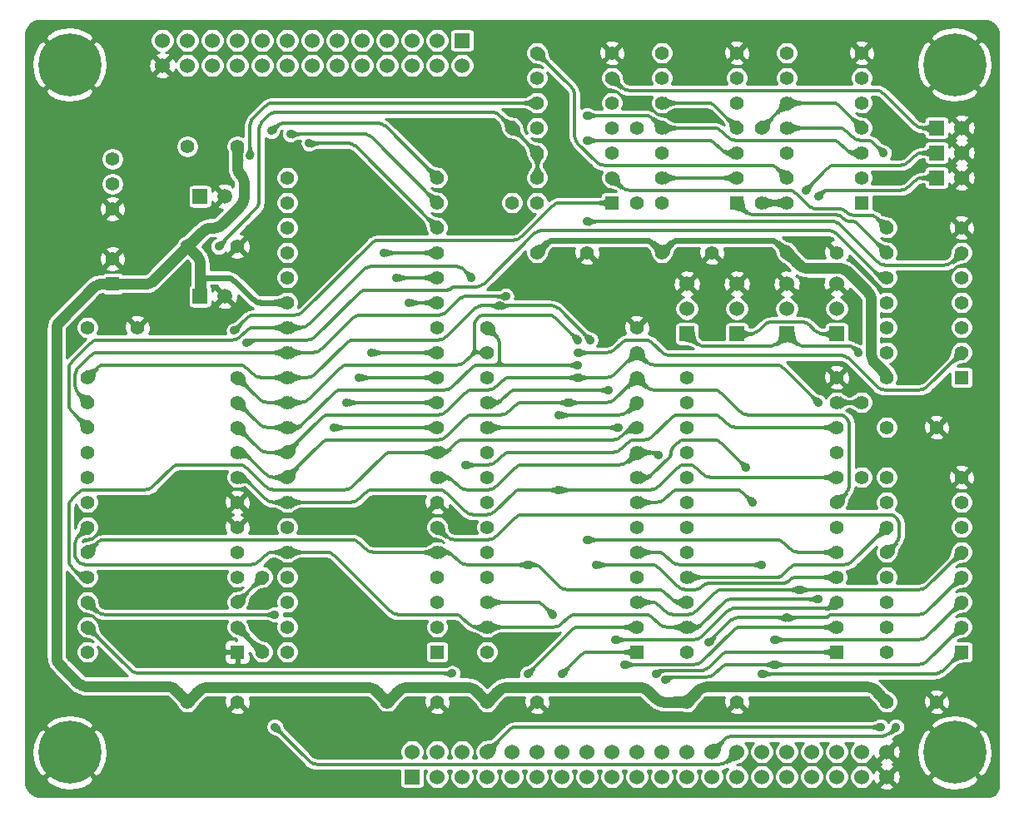
<source format=gtl>
%TF.GenerationSoftware,KiCad,Pcbnew,(5.1.8)-1*%
%TF.CreationDate,2021-11-24T12:27:13-08:00*%
%TF.ProjectId,Mini8085Ext,4d696e69-3830-4383-9545-78742e6b6963,rev?*%
%TF.SameCoordinates,Original*%
%TF.FileFunction,Copper,L1,Top*%
%TF.FilePolarity,Positive*%
%FSLAX46Y46*%
G04 Gerber Fmt 4.6, Leading zero omitted, Abs format (unit mm)*
G04 Created by KiCad (PCBNEW (5.1.8)-1) date 2021-11-24 12:27:13*
%MOMM*%
%LPD*%
G01*
G04 APERTURE LIST*
%TA.AperFunction,ComponentPad*%
%ADD10C,1.524000*%
%TD*%
%TA.AperFunction,ComponentPad*%
%ADD11R,1.524000X1.524000*%
%TD*%
%TA.AperFunction,ComponentPad*%
%ADD12C,1.490980*%
%TD*%
%TA.AperFunction,ComponentPad*%
%ADD13R,1.490980X1.490980*%
%TD*%
%TA.AperFunction,ComponentPad*%
%ADD14C,1.397000*%
%TD*%
%TA.AperFunction,ComponentPad*%
%ADD15C,1.400000*%
%TD*%
%TA.AperFunction,ComponentPad*%
%ADD16R,1.400000X1.400000*%
%TD*%
%TA.AperFunction,ComponentPad*%
%ADD17C,0.800000*%
%TD*%
%TA.AperFunction,ComponentPad*%
%ADD18C,6.400000*%
%TD*%
%TA.AperFunction,ComponentPad*%
%ADD19R,1.397000X1.397000*%
%TD*%
%TA.AperFunction,ViaPad*%
%ADD20C,0.889000*%
%TD*%
%TA.AperFunction,Conductor*%
%ADD21C,0.355600*%
%TD*%
%TA.AperFunction,Conductor*%
%ADD22C,0.609600*%
%TD*%
%TA.AperFunction,Conductor*%
%ADD23C,1.117600*%
%TD*%
%TA.AperFunction,Conductor*%
%ADD24C,0.254000*%
%TD*%
%TA.AperFunction,Conductor*%
%ADD25C,0.150000*%
%TD*%
%TA.AperFunction,Conductor*%
%ADD26C,0.025400*%
%TD*%
G04 APERTURE END LIST*
D10*
%TO.P,J4,26*%
%TO.N,GND*%
X116840000Y-55880000D03*
%TO.P,J4,25*%
%TO.N,Net-(F1-Pad1)*%
X116840000Y-53340000D03*
%TO.P,J4,24*%
%TO.N,/PB3*%
X119380000Y-55880000D03*
%TO.P,J4,23*%
%TO.N,/PB4*%
X119380000Y-53340000D03*
%TO.P,J4,22*%
%TO.N,/PB2*%
X121920000Y-55880000D03*
%TO.P,J4,21*%
%TO.N,/PB5*%
X121920000Y-53340000D03*
%TO.P,J4,20*%
%TO.N,/PB1*%
X124460000Y-55880000D03*
%TO.P,J4,19*%
%TO.N,/PB6*%
X124460000Y-53340000D03*
%TO.P,J4,18*%
%TO.N,/PB0*%
X127000000Y-55880000D03*
%TO.P,J4,17*%
%TO.N,/PB7*%
X127000000Y-53340000D03*
%TO.P,J4,16*%
%TO.N,/PA7*%
X129540000Y-55880000D03*
%TO.P,J4,15*%
%TO.N,/PC7*%
X129540000Y-53340000D03*
%TO.P,J4,14*%
%TO.N,/PA6*%
X132080000Y-55880000D03*
%TO.P,J4,13*%
%TO.N,/PC6*%
X132080000Y-53340000D03*
%TO.P,J4,12*%
%TO.N,/PA5*%
X134620000Y-55880000D03*
%TO.P,J4,11*%
%TO.N,/PC5*%
X134620000Y-53340000D03*
%TO.P,J4,10*%
%TO.N,/PA4*%
X137160000Y-55880000D03*
%TO.P,J4,9*%
%TO.N,/PC4*%
X137160000Y-53340000D03*
%TO.P,J4,8*%
%TO.N,/PA3*%
X139700000Y-55880000D03*
%TO.P,J4,7*%
%TO.N,/PC3*%
X139700000Y-53340000D03*
%TO.P,J4,6*%
%TO.N,/PA2*%
X142240000Y-55880000D03*
%TO.P,J4,5*%
%TO.N,/PC2*%
X142240000Y-53340000D03*
%TO.P,J4,4*%
%TO.N,/PA1*%
X144780000Y-55880000D03*
%TO.P,J4,3*%
%TO.N,/PC1*%
X144780000Y-53340000D03*
%TO.P,J4,2*%
%TO.N,/PA0*%
X147320000Y-55880000D03*
D11*
%TO.P,J4,1*%
%TO.N,/PC0*%
X147320000Y-53340000D03*
%TD*%
D12*
%TO.P,C13,2*%
%TO.N,GND*%
X123170000Y-69215000D03*
D13*
%TO.P,C13,1*%
%TO.N,+12V*%
X120670000Y-69215000D03*
%TD*%
D10*
%TO.P,J1,2*%
%TO.N,GND*%
X198120000Y-62230000D03*
D11*
%TO.P,J1,1*%
%TO.N,/READY*%
X195580000Y-62230000D03*
%TD*%
D10*
%TO.P,J2,2*%
%TO.N,GND*%
X198120000Y-64770000D03*
D11*
%TO.P,J2,1*%
%TO.N,Net-(J2-Pad1)*%
X195580000Y-64770000D03*
%TD*%
D10*
%TO.P,J3,2*%
%TO.N,GND*%
X198120000Y-67310000D03*
D11*
%TO.P,J3,1*%
%TO.N,Net-(J3-Pad1)*%
X195580000Y-67310000D03*
%TD*%
D10*
%TO.P,J5,40*%
%TO.N,GND*%
X190500000Y-125730000D03*
%TO.P,J5,39*%
X190500000Y-128270000D03*
%TO.P,J5,38*%
%TO.N,VCC*%
X187960000Y-125730000D03*
%TO.P,J5,37*%
X187960000Y-128270000D03*
%TO.P,J5,36*%
%TO.N,/A6*%
X185420000Y-125730000D03*
%TO.P,J5,35*%
%TO.N,/A7*%
X185420000Y-128270000D03*
%TO.P,J5,34*%
%TO.N,/A4*%
X182880000Y-125730000D03*
%TO.P,J5,33*%
%TO.N,/A5*%
X182880000Y-128270000D03*
%TO.P,J5,32*%
%TO.N,/A2*%
X180340000Y-125730000D03*
%TO.P,J5,31*%
%TO.N,/A3*%
X180340000Y-128270000D03*
%TO.P,J5,29*%
%TO.N,/A1*%
X177800000Y-128270000D03*
%TO.P,J5,30*%
%TO.N,/A0*%
X177800000Y-125730000D03*
%TO.P,J5,27*%
%TO.N,/~WR*%
X175260000Y-128270000D03*
%TO.P,J5,28*%
%TO.N,/RESET*%
X175260000Y-125730000D03*
%TO.P,J5,26*%
%TO.N,/IO/~M*%
X172720000Y-125730000D03*
%TO.P,J5,25*%
%TO.N,/~RD*%
X172720000Y-128270000D03*
%TO.P,J5,24*%
%TO.N,/AD6*%
X170180000Y-125730000D03*
%TO.P,J5,23*%
%TO.N,/AD7*%
X170180000Y-128270000D03*
%TO.P,J5,22*%
%TO.N,/AD4*%
X167640000Y-125730000D03*
%TO.P,J5,21*%
%TO.N,/AD5*%
X167640000Y-128270000D03*
%TO.P,J5,20*%
%TO.N,/AD2*%
X165100000Y-125730000D03*
%TO.P,J5,19*%
%TO.N,/AD3*%
X165100000Y-128270000D03*
%TO.P,J5,18*%
%TO.N,/AD0*%
X162560000Y-125730000D03*
%TO.P,J5,17*%
%TO.N,/AD1*%
X162560000Y-128270000D03*
%TO.P,J5,16*%
%TO.N,/A14*%
X160020000Y-125730000D03*
%TO.P,J5,15*%
%TO.N,/A15*%
X160020000Y-128270000D03*
%TO.P,J5,14*%
%TO.N,/A12*%
X157480000Y-125730000D03*
%TO.P,J5,13*%
%TO.N,/A13*%
X157480000Y-128270000D03*
%TO.P,J5,12*%
%TO.N,/A10*%
X154940000Y-125730000D03*
%TO.P,J5,11*%
%TO.N,/A11*%
X154940000Y-128270000D03*
%TO.P,J5,10*%
%TO.N,/A8*%
X152400000Y-125730000D03*
%TO.P,J5,9*%
%TO.N,/A9*%
X152400000Y-128270000D03*
%TO.P,J5,8*%
%TO.N,/~ROM_DIS*%
X149860000Y-125730000D03*
%TO.P,J5,7*%
%TO.N,/ALE*%
X149860000Y-128270000D03*
%TO.P,J5,6*%
%TO.N,/~INTA*%
X147320000Y-125730000D03*
%TO.P,J5,5*%
%TO.N,/RST7_5*%
X147320000Y-128270000D03*
%TO.P,J5,4*%
%TO.N,/INTR*%
X144780000Y-125730000D03*
%TO.P,J5,3*%
%TO.N,/RST5_5*%
X144780000Y-128270000D03*
%TO.P,J5,2*%
%TO.N,/3.072MHz*%
X142240000Y-125730000D03*
D11*
%TO.P,J5,1*%
%TO.N,/TRAP*%
X142240000Y-128270000D03*
%TD*%
D10*
%TO.P,JP1,3*%
%TO.N,GND*%
X175260000Y-78105000D03*
%TO.P,JP1,2*%
%TO.N,Net-(JP1-Pad2)*%
X175260000Y-80645000D03*
D11*
%TO.P,JP1,1*%
%TO.N,/PIT_CLK*%
X175260000Y-83185000D03*
%TD*%
D10*
%TO.P,JP2,3*%
%TO.N,GND*%
X170180000Y-78105000D03*
%TO.P,JP2,2*%
%TO.N,Net-(JP2-Pad2)*%
X170180000Y-80645000D03*
D11*
%TO.P,JP2,1*%
%TO.N,Net-(JP2-Pad1)*%
X170180000Y-83185000D03*
%TD*%
D10*
%TO.P,JP3,3*%
%TO.N,GND*%
X185420000Y-78105000D03*
%TO.P,JP3,2*%
%TO.N,Net-(JP3-Pad2)*%
X185420000Y-80645000D03*
D11*
%TO.P,JP3,1*%
%TO.N,/PIT_CLK*%
X185420000Y-83185000D03*
%TD*%
D10*
%TO.P,JP4,3*%
%TO.N,GND*%
X180340000Y-78105000D03*
%TO.P,JP4,2*%
%TO.N,Net-(JP4-Pad2)*%
X180340000Y-80645000D03*
D11*
%TO.P,JP4,1*%
%TO.N,Net-(JP2-Pad1)*%
X180340000Y-83185000D03*
%TD*%
D14*
%TO.P,R1,2*%
%TO.N,/FF1_PLUP*%
X165100000Y-62230000D03*
%TO.P,R1,1*%
%TO.N,VCC*%
X165100000Y-69850000D03*
%TD*%
%TO.P,R2,2*%
%TO.N,Net-(JP2-Pad1)*%
X187960000Y-90170000D03*
%TO.P,R2,1*%
%TO.N,VCC*%
X187960000Y-97790000D03*
%TD*%
%TO.P,R3,2*%
%TO.N,/FF2_PLUP*%
X177800000Y-62230000D03*
%TO.P,R3,1*%
%TO.N,VCC*%
X177800000Y-69850000D03*
%TD*%
%TO.P,R5,2*%
%TO.N,/~INT*%
X152400000Y-62230000D03*
%TO.P,R5,1*%
%TO.N,VCC*%
X152400000Y-69850000D03*
%TD*%
%TO.P,C1,2*%
%TO.N,GND*%
X124460000Y-120650000D03*
%TO.P,C1,1*%
%TO.N,VCC*%
X119380000Y-120650000D03*
%TD*%
%TO.P,C2,2*%
%TO.N,GND*%
X144780000Y-120650000D03*
%TO.P,C2,1*%
%TO.N,VCC*%
X139700000Y-120650000D03*
%TD*%
%TO.P,C3,2*%
%TO.N,GND*%
X175260000Y-120650000D03*
%TO.P,C3,1*%
%TO.N,VCC*%
X170180000Y-120650000D03*
%TD*%
%TO.P,C4,2*%
%TO.N,GND*%
X154940000Y-120650000D03*
%TO.P,C4,1*%
%TO.N,VCC*%
X149860000Y-120650000D03*
%TD*%
%TO.P,C6,2*%
%TO.N,GND*%
X172720000Y-74930000D03*
%TO.P,C6,1*%
%TO.N,VCC*%
X167640000Y-74930000D03*
%TD*%
%TO.P,C7,2*%
%TO.N,GND*%
X185420000Y-74930000D03*
%TO.P,C7,1*%
%TO.N,VCC*%
X180340000Y-74930000D03*
%TD*%
%TO.P,C8,2*%
%TO.N,GND*%
X195580000Y-92710000D03*
%TO.P,C8,1*%
%TO.N,VCC*%
X190500000Y-92710000D03*
%TD*%
%TO.P,C9,2*%
%TO.N,GND*%
X160020000Y-74930000D03*
%TO.P,C9,1*%
%TO.N,VCC*%
X154940000Y-74930000D03*
%TD*%
%TO.P,C10,2*%
%TO.N,GND*%
X124460000Y-74295000D03*
%TO.P,C10,1*%
%TO.N,VCC*%
X119380000Y-74295000D03*
%TD*%
%TO.P,C11,2*%
%TO.N,GND*%
X114300000Y-82550000D03*
%TO.P,C11,1*%
%TO.N,+12V*%
X109220000Y-82550000D03*
%TD*%
D12*
%TO.P,C12,2*%
%TO.N,GND*%
X123170000Y-79375000D03*
D13*
%TO.P,C12,1*%
%TO.N,VCC*%
X120670000Y-79375000D03*
%TD*%
D14*
%TO.P,C5,2*%
%TO.N,GND*%
X195580000Y-120650000D03*
%TO.P,C5,1*%
%TO.N,VCC*%
X190500000Y-120650000D03*
%TD*%
%TO.P,F1,2*%
%TO.N,VCC*%
X124460000Y-64135000D03*
%TO.P,F1,1*%
%TO.N,Net-(F1-Pad1)*%
X119380000Y-64135000D03*
%TD*%
%TO.P,R4,2*%
%TO.N,Net-(R4-Pad2)*%
X127000000Y-107950000D03*
%TO.P,R4,1*%
%TO.N,VCC*%
X127000000Y-115570000D03*
%TD*%
D15*
%TO.P,U10,6*%
%TO.N,+12V*%
X111760000Y-65405000D03*
%TO.P,U10,5*%
%TO.N,Net-(U10-Pad5)*%
X111760000Y-67945000D03*
%TO.P,U10,4*%
%TO.N,GND*%
X111760000Y-70485000D03*
%TO.P,U10,2*%
X111760000Y-75565000D03*
D16*
%TO.P,U10,1*%
%TO.N,VCC*%
X111760000Y-78105000D03*
%TD*%
D17*
%TO.P,HOLE1,1*%
%TO.N,GND*%
X195702944Y-127497056D03*
X197400000Y-128200000D03*
X199097056Y-127497056D03*
X199800000Y-125800000D03*
X199097056Y-124102944D03*
X197400000Y-123400000D03*
X195702944Y-124102944D03*
X195000000Y-125800000D03*
D18*
X197400000Y-125800000D03*
%TD*%
D17*
%TO.P,HOLE2,1*%
%TO.N,GND*%
X105702944Y-127497056D03*
X107400000Y-128200000D03*
X109097056Y-127497056D03*
X109800000Y-125800000D03*
X109097056Y-124102944D03*
X107400000Y-123400000D03*
X105702944Y-124102944D03*
X105000000Y-125800000D03*
D18*
X107400000Y-125800000D03*
%TD*%
D17*
%TO.P,HOLE3,1*%
%TO.N,GND*%
X195702944Y-57497056D03*
X197400000Y-58200000D03*
X199097056Y-57497056D03*
X199800000Y-55800000D03*
X199097056Y-54102944D03*
X197400000Y-53400000D03*
X195702944Y-54102944D03*
X195000000Y-55800000D03*
D18*
X197400000Y-55800000D03*
%TD*%
D17*
%TO.P,HOLE4,1*%
%TO.N,GND*%
X105702944Y-57497056D03*
X107400000Y-58200000D03*
X109097056Y-57497056D03*
X109800000Y-55800000D03*
X109097056Y-54102944D03*
X107400000Y-53400000D03*
X105702944Y-54102944D03*
X105000000Y-55800000D03*
D18*
X107400000Y-55800000D03*
%TD*%
D14*
%TO.P,U1,24*%
%TO.N,/~INT*%
X109220000Y-115570000D03*
%TO.P,U1,23*%
%TO.N,/3.072MHz*%
X109220000Y-113030000D03*
%TO.P,U1,22*%
%TO.N,/RESET*%
X109220000Y-110490000D03*
%TO.P,U1,21*%
%TO.N,/A0*%
X109220000Y-107950000D03*
%TO.P,U1,20*%
%TO.N,/~RD*%
X109220000Y-105410000D03*
%TO.P,U1,19*%
%TO.N,/~WR*%
X109220000Y-102870000D03*
%TO.P,U1,18*%
%TO.N,/~FPU_CS*%
X109220000Y-100330000D03*
%TO.P,U1,17*%
%TO.N,/~PAUSE*%
X109220000Y-97790000D03*
%TO.P,U1,16*%
%TO.N,+12V*%
X109220000Y-95250000D03*
%TO.P,U1,15*%
%TO.N,/AD7*%
X109220000Y-92710000D03*
%TO.P,U1,14*%
%TO.N,/AD6*%
X109220000Y-90170000D03*
%TO.P,U1,13*%
%TO.N,/AD5*%
X109220000Y-87630000D03*
%TO.P,U1,12*%
%TO.N,/AD4*%
X124460000Y-87630000D03*
%TO.P,U1,11*%
%TO.N,/AD3*%
X124460000Y-90170000D03*
%TO.P,U1,10*%
%TO.N,/AD2*%
X124460000Y-92710000D03*
%TO.P,U1,9*%
%TO.N,/AD1*%
X124460000Y-95250000D03*
%TO.P,U1,8*%
%TO.N,/AD0*%
X124460000Y-97790000D03*
%TO.P,U1,7*%
%TO.N,GND*%
X124460000Y-100330000D03*
%TO.P,U1,6*%
X124460000Y-102870000D03*
%TO.P,U1,5*%
%TO.N,Net-(U1-Pad5)*%
X124460000Y-105410000D03*
%TO.P,U1,4*%
%TO.N,Net-(U1-Pad4)*%
X124460000Y-107950000D03*
%TO.P,U1,3*%
%TO.N,Net-(R4-Pad2)*%
X124460000Y-110490000D03*
%TO.P,U1,2*%
%TO.N,VCC*%
X124460000Y-113030000D03*
D19*
%TO.P,U1,1*%
%TO.N,GND*%
X124460000Y-115570000D03*
%TD*%
D14*
%TO.P,U2,40*%
%TO.N,/PA4*%
X129540000Y-115570000D03*
%TO.P,U2,39*%
%TO.N,/PA5*%
X129540000Y-113030000D03*
%TO.P,U2,38*%
%TO.N,/PA6*%
X129540000Y-110490000D03*
%TO.P,U2,37*%
%TO.N,/PA7*%
X129540000Y-107950000D03*
%TO.P,U2,36*%
%TO.N,/~WR*%
X129540000Y-105410000D03*
%TO.P,U2,35*%
%TO.N,/RESET*%
X129540000Y-102870000D03*
%TO.P,U2,34*%
%TO.N,/AD0*%
X129540000Y-100330000D03*
%TO.P,U2,33*%
%TO.N,/AD1*%
X129540000Y-97790000D03*
%TO.P,U2,32*%
%TO.N,/AD2*%
X129540000Y-95250000D03*
%TO.P,U2,31*%
%TO.N,/AD3*%
X129540000Y-92710000D03*
%TO.P,U2,30*%
%TO.N,/AD4*%
X129540000Y-90170000D03*
%TO.P,U2,29*%
%TO.N,/AD5*%
X129540000Y-87630000D03*
%TO.P,U2,28*%
%TO.N,/AD6*%
X129540000Y-85090000D03*
%TO.P,U2,27*%
%TO.N,/AD7*%
X129540000Y-82550000D03*
%TO.P,U2,26*%
%TO.N,VCC*%
X129540000Y-80010000D03*
%TO.P,U2,25*%
%TO.N,/PB7*%
X129540000Y-77470000D03*
%TO.P,U2,24*%
%TO.N,/PB6*%
X129540000Y-74930000D03*
%TO.P,U2,23*%
%TO.N,/PB5*%
X129540000Y-72390000D03*
%TO.P,U2,22*%
%TO.N,/PB4*%
X129540000Y-69850000D03*
%TO.P,U2,21*%
%TO.N,/PB3*%
X129540000Y-67310000D03*
%TO.P,U2,20*%
%TO.N,/PB2*%
X144780000Y-67310000D03*
%TO.P,U2,19*%
%TO.N,/PB1*%
X144780000Y-69850000D03*
%TO.P,U2,18*%
%TO.N,/PB0*%
X144780000Y-72390000D03*
%TO.P,U2,17*%
%TO.N,/PC3*%
X144780000Y-74930000D03*
%TO.P,U2,16*%
%TO.N,/PC2*%
X144780000Y-77470000D03*
%TO.P,U2,15*%
%TO.N,/PC1*%
X144780000Y-80010000D03*
%TO.P,U2,14*%
%TO.N,/PC0*%
X144780000Y-82550000D03*
%TO.P,U2,13*%
%TO.N,/PC4*%
X144780000Y-85090000D03*
%TO.P,U2,12*%
%TO.N,/PC5*%
X144780000Y-87630000D03*
%TO.P,U2,11*%
%TO.N,/PC6*%
X144780000Y-90170000D03*
%TO.P,U2,10*%
%TO.N,/PC7*%
X144780000Y-92710000D03*
%TO.P,U2,9*%
%TO.N,/A0*%
X144780000Y-95250000D03*
%TO.P,U2,8*%
%TO.N,/A1*%
X144780000Y-97790000D03*
%TO.P,U2,7*%
%TO.N,GND*%
X144780000Y-100330000D03*
%TO.P,U2,6*%
%TO.N,/~PPI_CS*%
X144780000Y-102870000D03*
%TO.P,U2,5*%
%TO.N,/~RD*%
X144780000Y-105410000D03*
%TO.P,U2,4*%
%TO.N,/PA0*%
X144780000Y-107950000D03*
%TO.P,U2,3*%
%TO.N,/PA1*%
X144780000Y-110490000D03*
%TO.P,U2,2*%
%TO.N,/PA2*%
X144780000Y-113030000D03*
D19*
%TO.P,U2,1*%
%TO.N,/PA3*%
X144780000Y-115570000D03*
%TD*%
D14*
%TO.P,U5,16*%
%TO.N,VCC*%
X190500000Y-115570000D03*
%TO.P,U5,15*%
%TO.N,Net-(U5-Pad15)*%
X190500000Y-113030000D03*
%TO.P,U5,14*%
%TO.N,Net-(U5-Pad14)*%
X190500000Y-110490000D03*
%TO.P,U5,13*%
%TO.N,/~CFG_CS*%
X190500000Y-107950000D03*
%TO.P,U5,12*%
%TO.N,/~PPI_CS*%
X190500000Y-105410000D03*
%TO.P,U5,11*%
%TO.N,/~PIT_CS*%
X190500000Y-102870000D03*
%TO.P,U5,10*%
%TO.N,/~FPU_CS*%
X190500000Y-100330000D03*
%TO.P,U5,9*%
%TO.N,Net-(U5-Pad9)*%
X190500000Y-97790000D03*
%TO.P,U5,8*%
%TO.N,GND*%
X198120000Y-97790000D03*
%TO.P,U5,7*%
%TO.N,Net-(U5-Pad7)*%
X198120000Y-100330000D03*
%TO.P,U5,6*%
%TO.N,/IO/~M*%
X198120000Y-102870000D03*
%TO.P,U5,5*%
%TO.N,/A7*%
X198120000Y-105410000D03*
%TO.P,U5,4*%
%TO.N,/A6*%
X198120000Y-107950000D03*
%TO.P,U5,3*%
%TO.N,/A5*%
X198120000Y-110490000D03*
%TO.P,U5,2*%
%TO.N,/A4*%
X198120000Y-113030000D03*
D19*
%TO.P,U5,1*%
%TO.N,/A3*%
X198120000Y-115570000D03*
%TD*%
D14*
%TO.P,U6,14*%
%TO.N,VCC*%
X167640000Y-69850000D03*
%TO.P,U6,13*%
%TO.N,/FF1_PLUP*%
X167640000Y-67310000D03*
%TO.P,U6,12*%
%TO.N,Net-(U6-Pad12)*%
X167640000Y-64770000D03*
%TO.P,U6,11*%
%TO.N,/3.072MHz*%
X167640000Y-62230000D03*
%TO.P,U6,10*%
%TO.N,/FF1_PLUP*%
X167640000Y-59690000D03*
%TO.P,U6,9*%
%TO.N,Net-(U6-Pad9)*%
X167640000Y-57150000D03*
%TO.P,U6,8*%
%TO.N,Net-(U6-Pad1)*%
X167640000Y-54610000D03*
%TO.P,U6,7*%
%TO.N,GND*%
X175260000Y-54610000D03*
%TO.P,U6,6*%
%TO.N,Net-(U6-Pad6)*%
X175260000Y-57150000D03*
%TO.P,U6,5*%
%TO.N,Net-(U6-Pad12)*%
X175260000Y-59690000D03*
%TO.P,U6,4*%
%TO.N,/FF1_PLUP*%
X175260000Y-62230000D03*
%TO.P,U6,3*%
%TO.N,/ALE*%
X175260000Y-64770000D03*
%TO.P,U6,2*%
%TO.N,/FF1_PLUP*%
X175260000Y-67310000D03*
D19*
%TO.P,U6,1*%
%TO.N,Net-(U6-Pad1)*%
X175260000Y-69850000D03*
%TD*%
D14*
%TO.P,U7,14*%
%TO.N,VCC*%
X180340000Y-69850000D03*
%TO.P,U7,13*%
%TO.N,/~RESET*%
X180340000Y-67310000D03*
%TO.P,U7,12*%
%TO.N,/AD0*%
X180340000Y-64770000D03*
%TO.P,U7,11*%
%TO.N,/CFG_WR*%
X180340000Y-62230000D03*
%TO.P,U7,10*%
%TO.N,/FF2_PLUP*%
X180340000Y-59690000D03*
%TO.P,U7,9*%
%TO.N,Net-(U7-Pad9)*%
X180340000Y-57150000D03*
%TO.P,U7,8*%
%TO.N,/~ROM_DIS*%
X180340000Y-54610000D03*
%TO.P,U7,7*%
%TO.N,GND*%
X187960000Y-54610000D03*
%TO.P,U7,6*%
%TO.N,Net-(U7-Pad2)*%
X187960000Y-57150000D03*
%TO.P,U7,5*%
%TO.N,/PIT_CLK*%
X187960000Y-59690000D03*
%TO.P,U7,4*%
%TO.N,/FF2_PLUP*%
X187960000Y-62230000D03*
%TO.P,U7,3*%
%TO.N,/3.072MHz*%
X187960000Y-64770000D03*
%TO.P,U7,2*%
%TO.N,Net-(U7-Pad2)*%
X187960000Y-67310000D03*
D19*
%TO.P,U7,1*%
%TO.N,/FF2_PLUP*%
X187960000Y-69850000D03*
%TD*%
D14*
%TO.P,U8,14*%
%TO.N,VCC*%
X190500000Y-87630000D03*
%TO.P,U8,13*%
%TO.N,/~WR*%
X190500000Y-85090000D03*
%TO.P,U8,12*%
%TO.N,/~CFG_CS*%
X190500000Y-82550000D03*
%TO.P,U8,11*%
%TO.N,/CFG_WR*%
X190500000Y-80010000D03*
%TO.P,U8,10*%
%TO.N,/~FPU_CS*%
X190500000Y-77470000D03*
%TO.P,U8,9*%
%TO.N,Net-(U6-Pad1)*%
X190500000Y-74930000D03*
%TO.P,U8,8*%
%TO.N,Net-(U8-Pad8)*%
X190500000Y-72390000D03*
%TO.P,U8,7*%
%TO.N,GND*%
X198120000Y-72390000D03*
%TO.P,U8,6*%
%TO.N,/~RAM_CS*%
X198120000Y-74930000D03*
%TO.P,U8,5*%
%TO.N,/IO/~M*%
X198120000Y-77470000D03*
%TO.P,U8,4*%
%TO.N,Net-(U8-Pad3)*%
X198120000Y-80010000D03*
%TO.P,U8,3*%
X198120000Y-82550000D03*
%TO.P,U8,2*%
%TO.N,/A15*%
X198120000Y-85090000D03*
D19*
%TO.P,U8,1*%
%TO.N,/~ROM_DIS*%
X198120000Y-87630000D03*
%TD*%
D14*
%TO.P,U9,14*%
%TO.N,VCC*%
X154940000Y-69850000D03*
%TO.P,U9,13*%
%TO.N,/~INT*%
X154940000Y-67310000D03*
%TO.P,U9,12*%
X154940000Y-64770000D03*
%TO.P,U9,11*%
%TO.N,/TRAP*%
X154940000Y-62230000D03*
%TO.P,U9,10*%
%TO.N,/RESET*%
X154940000Y-59690000D03*
%TO.P,U9,9*%
X154940000Y-57150000D03*
%TO.P,U9,8*%
%TO.N,/~RESET*%
X154940000Y-54610000D03*
%TO.P,U9,7*%
%TO.N,GND*%
X162560000Y-54610000D03*
%TO.P,U9,6*%
%TO.N,/READY*%
X162560000Y-57150000D03*
%TO.P,U9,5*%
%TO.N,Net-(U9-Pad3)*%
X162560000Y-59690000D03*
%TO.P,U9,4*%
X162560000Y-62230000D03*
%TO.P,U9,3*%
X162560000Y-64770000D03*
%TO.P,U9,2*%
%TO.N,Net-(U8-Pad8)*%
X162560000Y-67310000D03*
D19*
%TO.P,U9,1*%
%TO.N,/~PAUSE*%
X162560000Y-69850000D03*
%TD*%
D14*
%TO.P,U3,24*%
%TO.N,VCC*%
X170180000Y-115570000D03*
%TO.P,U3,23*%
%TO.N,/~WR*%
X170180000Y-113030000D03*
%TO.P,U3,22*%
%TO.N,/~RD*%
X170180000Y-110490000D03*
%TO.P,U3,21*%
%TO.N,/~PIT_CS*%
X170180000Y-107950000D03*
%TO.P,U3,20*%
%TO.N,/A1*%
X170180000Y-105410000D03*
%TO.P,U3,19*%
%TO.N,/A0*%
X170180000Y-102870000D03*
%TO.P,U3,18*%
%TO.N,Net-(JP3-Pad2)*%
X170180000Y-100330000D03*
%TO.P,U3,17*%
%TO.N,Net-(J3-Pad1)*%
X170180000Y-97790000D03*
%TO.P,U3,16*%
%TO.N,Net-(JP4-Pad2)*%
X170180000Y-95250000D03*
%TO.P,U3,15*%
%TO.N,Net-(JP1-Pad2)*%
X170180000Y-92710000D03*
%TO.P,U3,14*%
%TO.N,Net-(JP2-Pad2)*%
X170180000Y-90170000D03*
%TO.P,U3,13*%
%TO.N,Net-(J2-Pad1)*%
X170180000Y-87630000D03*
%TO.P,U3,12*%
%TO.N,GND*%
X185420000Y-87630000D03*
%TO.P,U3,11*%
%TO.N,Net-(JP2-Pad1)*%
X185420000Y-90170000D03*
%TO.P,U3,10*%
%TO.N,/RST5_5*%
X185420000Y-92710000D03*
%TO.P,U3,9*%
%TO.N,/PIT_CLK*%
X185420000Y-95250000D03*
%TO.P,U3,8*%
%TO.N,/AD0*%
X185420000Y-97790000D03*
%TO.P,U3,7*%
%TO.N,/AD1*%
X185420000Y-100330000D03*
%TO.P,U3,6*%
%TO.N,/AD2*%
X185420000Y-102870000D03*
%TO.P,U3,5*%
%TO.N,/AD3*%
X185420000Y-105410000D03*
%TO.P,U3,4*%
%TO.N,/AD4*%
X185420000Y-107950000D03*
%TO.P,U3,3*%
%TO.N,/AD5*%
X185420000Y-110490000D03*
%TO.P,U3,2*%
%TO.N,/AD6*%
X185420000Y-113030000D03*
D19*
%TO.P,U3,1*%
%TO.N,/AD7*%
X185420000Y-115570000D03*
%TD*%
D14*
%TO.P,U4,28*%
%TO.N,VCC*%
X149860000Y-115570000D03*
%TO.P,U4,27*%
%TO.N,/~WR*%
X149860000Y-113030000D03*
%TO.P,U4,26*%
%TO.N,/A13*%
X149860000Y-110490000D03*
%TO.P,U4,25*%
%TO.N,/A8*%
X149860000Y-107950000D03*
%TO.P,U4,24*%
%TO.N,/A9*%
X149860000Y-105410000D03*
%TO.P,U4,23*%
%TO.N,/A11*%
X149860000Y-102870000D03*
%TO.P,U4,22*%
%TO.N,/~RD*%
X149860000Y-100330000D03*
%TO.P,U4,21*%
%TO.N,/A10*%
X149860000Y-97790000D03*
%TO.P,U4,20*%
%TO.N,/~RAM_CS*%
X149860000Y-95250000D03*
%TO.P,U4,19*%
%TO.N,/AD7*%
X149860000Y-92710000D03*
%TO.P,U4,18*%
%TO.N,/AD6*%
X149860000Y-90170000D03*
%TO.P,U4,17*%
%TO.N,/AD5*%
X149860000Y-87630000D03*
%TO.P,U4,16*%
%TO.N,/AD4*%
X149860000Y-85090000D03*
%TO.P,U4,15*%
%TO.N,/AD3*%
X149860000Y-82550000D03*
%TO.P,U4,14*%
%TO.N,GND*%
X165100000Y-82550000D03*
%TO.P,U4,13*%
%TO.N,/AD2*%
X165100000Y-85090000D03*
%TO.P,U4,12*%
%TO.N,/AD1*%
X165100000Y-87630000D03*
%TO.P,U4,11*%
%TO.N,/AD0*%
X165100000Y-90170000D03*
%TO.P,U4,10*%
%TO.N,/A0*%
X165100000Y-92710000D03*
%TO.P,U4,9*%
%TO.N,/A1*%
X165100000Y-95250000D03*
%TO.P,U4,8*%
%TO.N,/A2*%
X165100000Y-97790000D03*
%TO.P,U4,7*%
%TO.N,/A3*%
X165100000Y-100330000D03*
%TO.P,U4,6*%
%TO.N,/A4*%
X165100000Y-102870000D03*
%TO.P,U4,5*%
%TO.N,/A5*%
X165100000Y-105410000D03*
%TO.P,U4,4*%
%TO.N,/A6*%
X165100000Y-107950000D03*
%TO.P,U4,3*%
%TO.N,/A7*%
X165100000Y-110490000D03*
%TO.P,U4,2*%
%TO.N,/A12*%
X165100000Y-113030000D03*
D19*
%TO.P,U4,1*%
%TO.N,/A14*%
X165100000Y-115570000D03*
%TD*%
D20*
%TO.N,/3.072MHz*%
X160020000Y-60960000D03*
X146322311Y-117747309D03*
%TO.N,/A1*%
X167322500Y-95567500D03*
%TO.N,/A12*%
X153987500Y-117792500D03*
%TO.N,/A13*%
X156527500Y-111760002D03*
%TO.N,/A14*%
X157480000Y-117792500D03*
%TO.N,/A15*%
X159067500Y-85090000D03*
%TO.N,/A2*%
X176212500Y-96837500D03*
%TO.N,/A3*%
X176847500Y-100330000D03*
X177800000Y-117792500D03*
%TO.N,/A4*%
X179070000Y-116840000D03*
X167957500Y-118427500D03*
%TO.N,/A5*%
X179070000Y-114300000D03*
X177800000Y-106680000D03*
%TO.N,/A6*%
X180340000Y-112077500D03*
X172402500Y-114617500D03*
%TO.N,/A7*%
X181610000Y-109220000D03*
%TO.N,/AD0*%
X157162500Y-99060000D03*
X157162500Y-91440000D03*
%TO.N,/AD1*%
X158115000Y-90170000D03*
%TO.N,/AD2*%
X159067500Y-87630000D03*
X183515000Y-90170000D03*
%TO.N,/AD3*%
X160020000Y-104140000D03*
X159067500Y-86360000D03*
%TO.N,/AD4*%
X160972500Y-106680000D03*
X159067500Y-83820000D03*
%TO.N,/AD5*%
X151130002Y-80327500D03*
X162877500Y-114300000D03*
X160337500Y-83820000D03*
%TO.N,/AD6*%
X163830000Y-116840000D03*
X162242500Y-88900000D03*
X151765000Y-79375000D03*
%TO.N,/AD7*%
X167005000Y-117792500D03*
X163195000Y-92710000D03*
X148272500Y-77470000D03*
%TO.N,/ALE*%
X160020000Y-63500000D03*
%TO.N,/IO/~M*%
X191452500Y-123190000D03*
%TO.N,/RESET*%
X125730000Y-65087500D03*
X128270000Y-111760000D03*
X128270000Y-123190000D03*
%TO.N,/RST5_5*%
X147637500Y-96520000D03*
%TO.N,/~RAM_CS*%
X160020000Y-71755000D03*
%TO.N,/~RD*%
X153987500Y-106680000D03*
%TO.N,/~WR*%
X183515000Y-110172500D03*
%TO.N,Net-(J2-Pad1)*%
X182245000Y-68580000D03*
%TO.N,Net-(J3-Pad1)*%
X183515000Y-69215026D03*
%TO.N,/PC1*%
X141922500Y-80010000D03*
%TO.N,/PC2*%
X140652502Y-77470000D03*
%TO.N,/PC3*%
X139382500Y-74930000D03*
%TO.N,/PC4*%
X138112500Y-85090000D03*
%TO.N,/PC5*%
X136842500Y-87630000D03*
%TO.N,/PC6*%
X135572500Y-90170000D03*
%TO.N,/PC7*%
X134302500Y-92710000D03*
%TO.N,/PB0*%
X131762500Y-63817500D03*
%TO.N,/PB1*%
X129857500Y-62865000D03*
%TO.N,/PB2*%
X127952500Y-62547500D03*
%TO.N,/~ROM_DIS*%
X189865000Y-123190000D03*
%TO.N,Net-(JP2-Pad1)*%
X187642500Y-85090000D03*
%TO.N,/~INT*%
X122555000Y-74295000D03*
%TO.N,/~PAUSE*%
X124142512Y-82867500D03*
%TO.N,/~FPU_CS*%
X125412500Y-84137500D03*
%TO.N,/CFG_WR*%
X190182500Y-64770000D03*
%TD*%
D21*
%TO.N,/3.072MHz*%
X172991337Y-62243102D02*
X172858309Y-62230000D01*
X114300971Y-117734206D02*
X114433999Y-117747309D01*
X167288786Y-61878786D02*
X167392115Y-61963586D01*
X113586095Y-117396095D02*
X113689424Y-117480895D01*
X167744643Y-62152016D02*
X167872558Y-62190819D01*
X174988662Y-63486897D02*
X175121690Y-63500000D01*
X114041952Y-117669325D02*
X114169867Y-117708128D01*
X186338786Y-64418786D02*
X186442115Y-64503586D01*
X187053662Y-64756897D02*
X187186690Y-64770000D01*
X173602882Y-62496411D02*
X173706211Y-62581211D01*
X185187440Y-63539180D02*
X185315355Y-63577982D01*
X185056337Y-63513102D02*
X184923309Y-63500000D01*
X173122440Y-62269180D02*
X173250355Y-62307982D01*
X168003662Y-62216897D02*
X168136690Y-62230000D01*
X185438851Y-63629135D02*
X185556738Y-63692147D01*
X173373851Y-62359135D02*
X173491738Y-62422147D01*
X166388851Y-61089135D02*
X166506738Y-61152147D01*
X186794643Y-64692016D02*
X186922558Y-64730819D01*
X167503259Y-62037850D02*
X167621146Y-62100862D01*
X166137440Y-60999179D02*
X166265355Y-61037981D01*
X166006337Y-60973101D02*
X165873310Y-60960000D01*
X174488259Y-63307850D02*
X174606146Y-63370862D01*
X113800568Y-117555159D02*
X113918455Y-117618171D01*
X166617882Y-61226411D02*
X166721211Y-61311211D01*
X174273786Y-63148786D02*
X174377115Y-63233586D01*
X186553259Y-64577850D02*
X186671146Y-64640862D01*
X185667882Y-63766411D02*
X185771211Y-63851211D01*
X174729643Y-63422016D02*
X174857558Y-63460819D01*
X173602882Y-62496411D02*
X173491738Y-62422147D01*
X185556738Y-63692147D02*
X185667882Y-63766411D01*
X167872558Y-62190819D02*
X168003662Y-62216897D01*
X166137440Y-60999179D02*
X166006337Y-60973101D01*
X113689424Y-117480895D02*
X113800568Y-117555159D01*
X174988662Y-63486897D02*
X174857558Y-63460819D01*
X167392115Y-61963586D02*
X167503259Y-62037850D01*
X172991337Y-62243102D02*
X173122440Y-62269180D01*
X166506738Y-61152147D02*
X166617882Y-61226411D01*
X187053662Y-64756897D02*
X186922558Y-64730819D01*
X174488259Y-63307850D02*
X174377115Y-63233586D01*
X185187440Y-63539180D02*
X185056337Y-63513102D01*
X114300971Y-117734206D02*
X114169867Y-117708128D01*
X186442115Y-64503586D02*
X186553259Y-64577850D01*
X166388851Y-61089135D02*
X166265355Y-61037981D01*
X114041952Y-117669325D02*
X113918455Y-117618171D01*
X167744643Y-62152016D02*
X167621146Y-62100862D01*
X173250355Y-62307982D02*
X173373851Y-62359135D01*
X174606146Y-63370862D02*
X174729643Y-63422016D01*
X186794643Y-64692016D02*
X186671146Y-64640862D01*
X185315355Y-63577982D02*
X185438851Y-63629135D01*
X165873310Y-60960000D02*
X160020000Y-60960000D01*
X167288786Y-61878786D02*
X166721211Y-61311211D01*
X113586095Y-117396095D02*
X109220000Y-113030000D01*
X114433999Y-117747309D02*
X146322311Y-117747309D01*
X172858309Y-62230000D02*
X168136690Y-62230000D01*
X173706211Y-62581211D02*
X174273786Y-63148786D01*
X175121690Y-63500000D02*
X184923309Y-63500000D01*
X186338786Y-64418786D02*
X185771211Y-63851211D01*
X187186690Y-64770000D02*
X187960000Y-64770000D01*
%TO.N,/A0*%
X163090355Y-93902016D02*
X162962440Y-93940818D01*
X164596027Y-92732073D02*
X164523957Y-92753935D01*
X127283786Y-98708786D02*
X127387115Y-98793586D01*
X147235058Y-94019179D02*
X147107142Y-94057982D01*
X118606688Y-96520000D02*
X118473661Y-96533101D01*
X164325337Y-92860099D02*
X164267120Y-92907877D01*
X117862115Y-96786411D02*
X117758786Y-96871211D01*
X108387120Y-107752120D02*
X108445337Y-107799897D01*
X108817558Y-99099178D02*
X108689643Y-99137981D01*
X144720468Y-95250000D02*
X144601405Y-95250000D01*
X146754615Y-94246411D02*
X146651286Y-94331211D01*
X146983646Y-94109135D02*
X146865759Y-94172147D01*
X139932558Y-95289178D02*
X139804643Y-95327981D01*
X145848061Y-95087607D02*
X145748431Y-95140861D01*
X139681146Y-95379135D02*
X139563259Y-95442147D01*
X136026738Y-98867850D02*
X135908851Y-98930862D01*
X107444135Y-106698851D02*
X107507147Y-106816738D01*
X107392981Y-100434643D02*
X107354178Y-100562558D01*
X125113851Y-96649135D02*
X125231738Y-96712147D01*
X108789893Y-107942618D02*
X108864843Y-107950000D01*
X108566146Y-99189135D02*
X108448259Y-99252147D01*
X115465355Y-98982016D02*
X115337440Y-99020818D01*
X163331738Y-93787850D02*
X163213851Y-93850862D01*
X127739643Y-98982016D02*
X127867558Y-99020819D01*
X109081688Y-99060000D02*
X108948661Y-99073101D01*
X136241211Y-98708786D02*
X136137882Y-98793586D01*
X107581411Y-106927882D02*
X107666211Y-107031211D01*
X144959771Y-95250000D02*
X144843064Y-95250000D01*
X164744842Y-92710000D02*
X164669892Y-92717381D01*
X118342558Y-96559179D02*
X118214643Y-96597981D01*
X118091146Y-96649135D02*
X117973259Y-96712147D01*
X145425159Y-95238926D02*
X145312734Y-95250000D01*
X107328101Y-100693661D02*
X107315000Y-100826688D01*
X115706738Y-98867850D02*
X115588851Y-98930862D01*
X140196688Y-95250000D02*
X140063661Y-95263101D01*
X127998662Y-99046897D02*
X128131690Y-99060000D01*
X145644061Y-95184093D02*
X145535956Y-95216887D01*
X108337115Y-99326411D02*
X108233786Y-99411211D01*
X127498259Y-98867850D02*
X127616146Y-98930862D01*
X162831337Y-93966897D02*
X162698309Y-93980000D01*
X125342882Y-96786411D02*
X125446211Y-96871211D01*
X107315000Y-106183310D02*
X107328101Y-106316337D01*
X107354179Y-106447440D02*
X107392981Y-106575355D01*
X164454377Y-92782756D02*
X164387957Y-92818258D01*
X115206337Y-99046897D02*
X115073309Y-99060000D01*
X145193185Y-95250000D02*
X145076478Y-95250000D01*
X108507957Y-107841739D02*
X108574377Y-107877241D01*
X107666211Y-99978786D02*
X107581411Y-100082115D01*
X124731337Y-96533102D02*
X124598309Y-96520000D01*
X108643957Y-107906062D02*
X108716027Y-107927925D01*
X163546211Y-93628786D02*
X163442882Y-93713586D01*
X139452115Y-95516411D02*
X139348786Y-95601211D01*
X115921211Y-98708786D02*
X115817882Y-98793586D01*
X107507147Y-100193259D02*
X107444135Y-100311146D01*
X135785355Y-98982016D02*
X135657440Y-99020818D01*
X144482343Y-95250000D02*
X144363280Y-95250000D01*
X135526337Y-99046897D02*
X135393309Y-99060000D01*
X147499189Y-93980000D02*
X147366161Y-93993102D01*
X124862440Y-96559180D02*
X124990355Y-96597982D01*
X146029317Y-94953179D02*
X145941991Y-95024845D01*
X139932558Y-95289178D02*
X140063661Y-95263101D01*
X146754615Y-94246411D02*
X146865759Y-94172147D01*
X163331738Y-93787850D02*
X163442882Y-93713586D01*
X144959771Y-95250000D02*
X145076478Y-95250000D01*
X164325337Y-92860099D02*
X164387957Y-92818258D01*
X107354178Y-100562558D02*
X107328101Y-100693661D01*
X145848061Y-95087607D02*
X145941991Y-95024845D01*
X127387115Y-98793586D02*
X127498259Y-98867850D01*
X127867558Y-99020819D02*
X127998662Y-99046897D01*
X147235058Y-94019179D02*
X147366161Y-93993102D01*
X108817558Y-99099178D02*
X108948661Y-99073101D01*
X144601405Y-95250000D02*
X144482343Y-95250000D01*
X125231738Y-96712147D02*
X125342882Y-96786411D01*
X145425159Y-95238926D02*
X145535956Y-95216887D01*
X118473661Y-96533101D02*
X118342558Y-96559179D01*
X108448259Y-99252147D02*
X108337115Y-99326411D01*
X115706738Y-98867850D02*
X115817882Y-98793586D01*
X164596027Y-92732073D02*
X164669892Y-92717381D01*
X107328101Y-106316337D02*
X107354179Y-106447440D01*
X139563259Y-95442147D02*
X139452115Y-95516411D01*
X107507147Y-106816738D02*
X107581411Y-106927882D01*
X107581411Y-100082115D02*
X107507147Y-100193259D01*
X135657440Y-99020818D02*
X135526337Y-99046897D01*
X108789893Y-107942618D02*
X108716027Y-107927925D01*
X115337440Y-99020818D02*
X115206337Y-99046897D01*
X108445337Y-107799897D02*
X108507957Y-107841739D01*
X162962440Y-93940818D02*
X162831337Y-93966897D01*
X136026738Y-98867850D02*
X136137882Y-98793586D01*
X117862115Y-96786411D02*
X117973259Y-96712147D01*
X124731337Y-96533102D02*
X124862440Y-96559180D01*
X145748431Y-95140861D02*
X145644061Y-95184093D01*
X125113851Y-96649135D02*
X124990355Y-96597982D01*
X164523957Y-92753935D02*
X164454377Y-92782756D01*
X108574377Y-107877241D02*
X108643957Y-107906062D01*
X139804643Y-95327981D02*
X139681146Y-95379135D01*
X147107142Y-94057982D02*
X146983646Y-94109135D01*
X144720468Y-95250000D02*
X144843064Y-95250000D01*
X108689643Y-99137981D02*
X108566146Y-99189135D01*
X127739643Y-98982016D02*
X127616146Y-98930862D01*
X107444135Y-106698851D02*
X107392981Y-106575355D01*
X115465355Y-98982016D02*
X115588851Y-98930862D01*
X135908851Y-98930862D02*
X135785355Y-98982016D01*
X163090355Y-93902016D02*
X163213851Y-93850862D01*
X118214643Y-96597981D02*
X118091146Y-96649135D01*
X107392981Y-100434643D02*
X107444135Y-100311146D01*
X164744842Y-92710000D02*
X165100000Y-92710000D01*
X164267120Y-92907877D02*
X163546211Y-93628786D01*
X162698309Y-93980000D02*
X147499189Y-93980000D01*
X146651286Y-94331211D02*
X146029317Y-94953179D01*
X145312734Y-95250000D02*
X145193185Y-95250000D01*
X140196688Y-95250000D02*
X144363280Y-95250000D01*
X127283786Y-98708786D02*
X125446211Y-96871211D01*
X136241211Y-98708786D02*
X139348786Y-95601211D01*
X118606688Y-96520000D02*
X124598309Y-96520000D01*
X117758786Y-96871211D02*
X115921211Y-98708786D01*
X109081688Y-99060000D02*
X115073309Y-99060000D01*
X108233786Y-99411211D02*
X107666211Y-99978786D01*
X128131690Y-99060000D02*
X135393309Y-99060000D01*
X107315000Y-100826688D02*
X107315000Y-106183310D01*
X108387120Y-107752120D02*
X107666211Y-107031211D01*
X108864843Y-107950000D02*
X109220000Y-107950000D01*
%TO.N,/A1*%
X166860117Y-95255219D02*
X166807120Y-95250000D01*
X165596688Y-95250000D02*
X165463661Y-95263101D01*
X153016146Y-96649135D02*
X152898259Y-96712147D01*
X153267558Y-96559179D02*
X153139643Y-96597982D01*
X146968786Y-98708786D02*
X147072115Y-98793586D01*
X147424643Y-98982016D02*
X147552558Y-99020819D01*
X145686337Y-97803101D02*
X145553310Y-97790000D01*
X167103754Y-95356136D02*
X167144920Y-95389920D01*
X146068851Y-97919135D02*
X146186738Y-97982147D01*
X150131337Y-99046897D02*
X149998309Y-99060000D01*
X164181211Y-96168786D02*
X164077882Y-96253586D01*
X147683662Y-99046897D02*
X147816690Y-99060000D01*
X150390355Y-98982016D02*
X150262440Y-99020819D01*
X145817440Y-97829179D02*
X145945355Y-97867981D01*
X150631738Y-98867850D02*
X150513851Y-98930862D01*
X150846211Y-98708786D02*
X150742882Y-98793586D01*
X167012510Y-95301446D02*
X167059475Y-95326550D01*
X163725355Y-96442016D02*
X163597440Y-96480818D01*
X147183259Y-98867850D02*
X147301146Y-98930862D01*
X165332558Y-95289179D02*
X165204643Y-95327981D01*
X152787115Y-96786411D02*
X152683786Y-96871211D01*
X165081146Y-95379135D02*
X164963259Y-95442147D01*
X166912348Y-95265608D02*
X166963309Y-95281067D01*
X163966738Y-96327850D02*
X163848851Y-96390862D01*
X164852115Y-95516411D02*
X164748786Y-95601211D01*
X163466337Y-96506897D02*
X163333309Y-96520000D01*
X146297882Y-98056411D02*
X146401211Y-98141211D01*
X153531689Y-96520000D02*
X153398661Y-96533102D01*
X152898259Y-96712147D02*
X152787115Y-96786411D01*
X163597440Y-96480818D02*
X163466337Y-96506897D01*
X165463661Y-95263101D02*
X165332558Y-95289179D01*
X166860117Y-95255219D02*
X166912348Y-95265608D01*
X150631738Y-98867850D02*
X150742882Y-98793586D01*
X167103754Y-95356136D02*
X167059475Y-95326550D01*
X164077882Y-96253586D02*
X163966738Y-96327850D01*
X145686337Y-97803101D02*
X145817440Y-97829179D01*
X147552558Y-99020819D02*
X147683662Y-99046897D01*
X146186738Y-97982147D02*
X146297882Y-98056411D01*
X164963259Y-95442147D02*
X164852115Y-95516411D01*
X153267558Y-96559179D02*
X153398661Y-96533102D01*
X147072115Y-98793586D02*
X147183259Y-98867850D01*
X150131337Y-99046897D02*
X150262440Y-99020819D01*
X150390355Y-98982016D02*
X150513851Y-98930862D01*
X163725355Y-96442016D02*
X163848851Y-96390862D01*
X167012510Y-95301446D02*
X166963309Y-95281067D01*
X165204643Y-95327981D02*
X165081146Y-95379135D01*
X146068851Y-97919135D02*
X145945355Y-97867981D01*
X153016146Y-96649135D02*
X153139643Y-96597982D01*
X147424643Y-98982016D02*
X147301146Y-98930862D01*
X167144920Y-95389920D02*
X167322500Y-95567500D01*
X166807120Y-95250000D02*
X165596688Y-95250000D01*
X164181211Y-96168786D02*
X164748786Y-95601211D01*
X163333309Y-96520000D02*
X153531689Y-96520000D01*
X150846211Y-98708786D02*
X152683786Y-96871211D01*
X149998309Y-99060000D02*
X147816690Y-99060000D01*
X146968786Y-98708786D02*
X146401211Y-98141211D01*
X145553310Y-97790000D02*
X144780000Y-97790000D01*
%TO.N,/A12*%
X158982558Y-113069179D02*
X158854642Y-113107982D01*
X158502115Y-113296411D02*
X158398786Y-113381211D01*
X158731146Y-113159135D02*
X158613259Y-113222147D01*
X159246689Y-113030000D02*
X159113661Y-113043102D01*
X158502115Y-113296411D02*
X158613259Y-113222147D01*
X158982558Y-113069179D02*
X159113661Y-113043102D01*
X158854642Y-113107982D02*
X158731146Y-113159135D01*
X158398786Y-113381211D02*
X153987500Y-117792500D01*
X159246689Y-113030000D02*
X165100000Y-113030000D01*
%TO.N,/A13*%
X155505380Y-110756411D02*
X155608709Y-110841211D01*
X155024938Y-110529180D02*
X155152853Y-110567982D01*
X154893835Y-110503102D02*
X154760807Y-110490000D01*
X155276349Y-110619135D02*
X155394236Y-110682147D01*
X155505380Y-110756411D02*
X155394236Y-110682147D01*
X155024938Y-110529180D02*
X154893835Y-110503102D01*
X155152853Y-110567982D02*
X155276349Y-110619135D01*
X154760807Y-110490000D02*
X149860000Y-110490000D01*
X155608709Y-110841211D02*
X156527500Y-111760002D01*
%TO.N,/A14*%
X159683646Y-115699135D02*
X159565759Y-115762147D01*
X160199189Y-115570000D02*
X160066161Y-115583101D01*
X159935058Y-115609179D02*
X159807143Y-115647982D01*
X159454615Y-115836411D02*
X159351286Y-115921211D01*
X159565759Y-115762147D02*
X159454615Y-115836411D01*
X160066161Y-115583101D02*
X159935058Y-115609179D01*
X159683646Y-115699135D02*
X159807143Y-115647982D01*
X160199189Y-115570000D02*
X165100000Y-115570000D01*
X159351286Y-115921211D02*
X157480000Y-117792500D01*
%TO.N,/A15*%
X194446738Y-88707850D02*
X194328851Y-88770862D01*
X186348678Y-85536635D02*
X186466565Y-85599647D01*
X166617882Y-84086411D02*
X166721211Y-84171211D01*
X186097267Y-85446680D02*
X186225182Y-85485482D01*
X194661211Y-88548786D02*
X194557882Y-88633586D01*
X189471113Y-88548786D02*
X189574442Y-88633586D01*
X185966164Y-85420602D02*
X185833136Y-85407500D01*
X193946337Y-88886897D02*
X193813309Y-88900000D01*
X164062558Y-83859178D02*
X163934643Y-83897981D01*
X163811146Y-83949135D02*
X163693259Y-84012147D01*
X166388851Y-83949135D02*
X166506738Y-84012147D01*
X189685586Y-88707850D02*
X189803473Y-88770862D01*
X164326688Y-83820000D02*
X164193661Y-83833101D01*
X168321162Y-85394397D02*
X168454190Y-85407500D01*
X194205355Y-88822016D02*
X194077440Y-88860819D01*
X163582115Y-84086411D02*
X163478786Y-84171211D01*
X166137440Y-83859179D02*
X166265355Y-83897981D01*
X162196337Y-85076897D02*
X162063309Y-85090000D01*
X162696738Y-84897850D02*
X162578851Y-84960862D01*
X168062143Y-85329516D02*
X168190058Y-85368319D01*
X162455355Y-85012016D02*
X162327440Y-85050819D01*
X189926970Y-88822016D02*
X190054885Y-88860819D01*
X166006337Y-83833101D02*
X165873310Y-83820000D01*
X190185989Y-88886897D02*
X190319017Y-88900000D01*
X186577709Y-85673911D02*
X186681038Y-85758711D01*
X167820759Y-85215350D02*
X167938646Y-85278362D01*
X162911211Y-84738786D02*
X162807882Y-84823586D01*
X167606286Y-85056286D02*
X167709615Y-85141086D01*
X166137440Y-83859179D02*
X166006337Y-83833101D01*
X168321162Y-85394397D02*
X168190058Y-85368319D01*
X167820759Y-85215350D02*
X167709615Y-85141086D01*
X193946337Y-88886897D02*
X194077440Y-88860819D01*
X189574442Y-88633586D02*
X189685586Y-88707850D01*
X162196337Y-85076897D02*
X162327440Y-85050819D01*
X162696738Y-84897850D02*
X162807882Y-84823586D01*
X166617882Y-84086411D02*
X166506738Y-84012147D01*
X186466565Y-85599647D02*
X186577709Y-85673911D01*
X190054885Y-88860819D02*
X190185989Y-88886897D01*
X194446738Y-88707850D02*
X194557882Y-88633586D01*
X164062558Y-83859178D02*
X164193661Y-83833101D01*
X163693259Y-84012147D02*
X163582115Y-84086411D01*
X186097267Y-85446680D02*
X185966164Y-85420602D01*
X168062143Y-85329516D02*
X167938646Y-85278362D01*
X189803473Y-88770862D02*
X189926970Y-88822016D01*
X163934643Y-83897981D02*
X163811146Y-83949135D01*
X194328851Y-88770862D02*
X194205355Y-88822016D01*
X166388851Y-83949135D02*
X166265355Y-83897981D01*
X162578851Y-84960862D02*
X162455355Y-85012016D01*
X186348678Y-85536635D02*
X186225182Y-85485482D01*
X163478786Y-84171211D02*
X162911211Y-84738786D01*
X164326688Y-83820000D02*
X165873310Y-83820000D01*
X166721211Y-84171211D02*
X167606286Y-85056286D01*
X162063309Y-85090000D02*
X159067500Y-85090000D01*
X185833136Y-85407500D02*
X168454190Y-85407500D01*
X189471113Y-88548786D02*
X186681038Y-85758711D01*
X193813309Y-88900000D02*
X190319017Y-88900000D01*
X194661211Y-88548786D02*
X198120000Y-85090000D01*
%TO.N,/A2*%
X173373851Y-94109135D02*
X173491738Y-94172147D01*
X168570424Y-95436470D02*
X168548562Y-95508540D01*
X166721211Y-97438786D02*
X166617882Y-97523586D01*
X172991337Y-93993102D02*
X172858309Y-93980000D01*
X168636435Y-94991457D02*
X168614573Y-95063527D01*
X168442397Y-95707160D02*
X168394620Y-95765377D01*
X168599881Y-95137392D02*
X168592500Y-95212342D01*
X166265355Y-97712016D02*
X166137440Y-97750818D01*
X169297115Y-94246411D02*
X169193786Y-94331211D01*
X168519741Y-95578120D02*
X168484239Y-95644540D01*
X173602882Y-94246411D02*
X173706211Y-94331211D01*
X170041688Y-93980000D02*
X169908661Y-93993101D01*
X166506738Y-97597850D02*
X166388851Y-97660862D01*
X169777558Y-94019179D02*
X169649643Y-94057981D01*
X168790377Y-94734620D02*
X168742599Y-94792837D01*
X169526146Y-94109135D02*
X169408259Y-94172147D01*
X168592500Y-95287655D02*
X168585117Y-95362605D01*
X173122440Y-94019180D02*
X173250355Y-94057982D01*
X168700758Y-94855457D02*
X168665256Y-94921877D01*
X166006337Y-97776897D02*
X165873309Y-97790000D01*
X168614573Y-95063527D02*
X168599881Y-95137392D01*
X166617882Y-97523586D02*
X166506738Y-97597850D01*
X168570424Y-95436470D02*
X168585117Y-95362605D01*
X168742599Y-94792837D02*
X168700758Y-94855457D01*
X168442397Y-95707160D02*
X168484239Y-95644540D01*
X169908661Y-93993101D02*
X169777558Y-94019179D01*
X169297115Y-94246411D02*
X169408259Y-94172147D01*
X166137440Y-97750818D02*
X166006337Y-97776897D01*
X173491738Y-94172147D02*
X173602882Y-94246411D01*
X172991337Y-93993102D02*
X173122440Y-94019180D01*
X168636435Y-94991457D02*
X168665256Y-94921877D01*
X166265355Y-97712016D02*
X166388851Y-97660862D01*
X173373851Y-94109135D02*
X173250355Y-94057982D01*
X169649643Y-94057981D02*
X169526146Y-94109135D01*
X168548562Y-95508540D02*
X168519741Y-95578120D01*
X173706211Y-94331211D02*
X176212500Y-96837500D01*
X172858309Y-93980000D02*
X170041688Y-93980000D01*
X169193786Y-94331211D02*
X168790377Y-94734620D01*
X168592500Y-95212342D02*
X168592500Y-95287655D01*
X166721211Y-97438786D02*
X168394620Y-95765377D01*
X165873309Y-97790000D02*
X165100000Y-97790000D01*
%TO.N,/A3*%
X167776738Y-100137850D02*
X167658851Y-100200862D01*
X195533837Y-117779397D02*
X195400809Y-117792500D01*
X175213837Y-99073101D02*
X175080810Y-99060000D01*
X169406688Y-99060000D02*
X169273661Y-99073101D01*
X175825382Y-99326411D02*
X175928711Y-99411211D01*
X196248711Y-117441286D02*
X196145382Y-117526086D01*
X167991211Y-99978786D02*
X167887882Y-100063586D01*
X195792855Y-117714516D02*
X195664940Y-117753319D01*
X167535355Y-100252016D02*
X167407440Y-100290818D01*
X168662115Y-99326411D02*
X168558786Y-99411211D01*
X175344940Y-99099179D02*
X175472855Y-99137981D01*
X196034238Y-117600350D02*
X195916351Y-117663362D01*
X175596351Y-99189135D02*
X175714238Y-99252147D01*
X169142558Y-99099179D02*
X169014643Y-99137981D01*
X167276337Y-100316897D02*
X167143309Y-100330000D01*
X168891146Y-99189135D02*
X168773259Y-99252147D01*
X175213837Y-99073101D02*
X175344940Y-99099179D01*
X167407440Y-100290818D02*
X167276337Y-100316897D01*
X169273661Y-99073101D02*
X169142558Y-99099179D01*
X195533837Y-117779397D02*
X195664940Y-117753319D01*
X175825382Y-99326411D02*
X175714238Y-99252147D01*
X167776738Y-100137850D02*
X167887882Y-100063586D01*
X168662115Y-99326411D02*
X168773259Y-99252147D01*
X196145382Y-117526086D02*
X196034238Y-117600350D01*
X175472855Y-99137981D02*
X175596351Y-99189135D01*
X195792855Y-117714516D02*
X195916351Y-117663362D01*
X169014643Y-99137981D02*
X168891146Y-99189135D01*
X167658851Y-100200862D02*
X167535355Y-100252016D01*
X167991211Y-99978786D02*
X168558786Y-99411211D01*
X167143309Y-100330000D02*
X165100000Y-100330000D01*
X175080810Y-99060000D02*
X169406688Y-99060000D01*
X175928711Y-99411211D02*
X176847500Y-100330000D01*
X195400809Y-117792500D02*
X177800000Y-117792500D01*
X196248711Y-117441286D02*
X198120000Y-115570000D01*
%TO.N,/A4*%
X194446738Y-116647850D02*
X194328851Y-116710862D01*
X172856738Y-117917850D02*
X172738851Y-117980862D01*
X179582593Y-116840000D02*
X179436138Y-116840000D01*
X173071211Y-117758786D02*
X172967882Y-117843586D01*
X178996771Y-116840000D02*
X178850316Y-116840000D01*
X174486688Y-116840000D02*
X174353661Y-116853101D01*
X173742115Y-117106411D02*
X173638786Y-117191211D01*
X193946337Y-116826897D02*
X193813309Y-116840000D01*
X194661211Y-116488786D02*
X194557882Y-116573586D01*
X172615355Y-118032016D02*
X172487440Y-118070818D01*
X168176243Y-118216136D02*
X168135077Y-118249921D01*
X194205355Y-116762016D02*
X194077440Y-116800819D01*
X168472877Y-118110000D02*
X168419880Y-118115219D01*
X174222558Y-116879179D02*
X174094643Y-116917981D01*
X172356337Y-118096897D02*
X172223309Y-118110000D01*
X179289682Y-116840000D02*
X179143227Y-116840000D01*
X173971146Y-116969135D02*
X173853259Y-117032147D01*
X178703860Y-116840000D02*
X178557405Y-116840000D01*
X168267488Y-118161445D02*
X168220522Y-118186550D01*
X168367649Y-118125608D02*
X168316688Y-118141066D01*
X178850316Y-116840000D02*
X178703860Y-116840000D01*
X174353661Y-116853101D02*
X174222558Y-116879179D01*
X172487440Y-118070818D02*
X172356337Y-118096897D01*
X194446738Y-116647850D02*
X194557882Y-116573586D01*
X168176243Y-118216136D02*
X168220522Y-118186550D01*
X172856738Y-117917850D02*
X172967882Y-117843586D01*
X179436138Y-116840000D02*
X179289682Y-116840000D01*
X193946337Y-116826897D02*
X194077440Y-116800819D01*
X173742115Y-117106411D02*
X173853259Y-117032147D01*
X168419880Y-118115219D02*
X168367649Y-118125608D01*
X174094643Y-116917981D02*
X173971146Y-116969135D01*
X172738851Y-117980862D02*
X172615355Y-118032016D01*
X168267488Y-118161445D02*
X168316688Y-118141066D01*
X178996771Y-116840000D02*
X179143227Y-116840000D01*
X194328851Y-116710862D02*
X194205355Y-116762016D01*
X168135077Y-118249921D02*
X167957500Y-118427500D01*
X168472877Y-118110000D02*
X172223309Y-118110000D01*
X173071211Y-117758786D02*
X173638786Y-117191211D01*
X174486688Y-116840000D02*
X178557405Y-116840000D01*
X179582593Y-116840000D02*
X193813309Y-116840000D01*
X194661211Y-116488786D02*
X198120000Y-113030000D01*
%TO.N,/A5*%
X167887882Y-105676411D02*
X167991211Y-105761211D01*
X167658851Y-105539135D02*
X167776738Y-105602147D01*
X194446738Y-114107850D02*
X194328851Y-114170862D01*
X168773259Y-106487850D02*
X168891146Y-106550862D01*
X168558786Y-106328786D02*
X168662115Y-106413586D01*
X169273662Y-106666897D02*
X169406690Y-106680000D01*
X194661211Y-113948786D02*
X194557882Y-114033586D01*
X194205355Y-114222016D02*
X194077440Y-114260818D01*
X169014643Y-106602016D02*
X169142558Y-106640819D01*
X167407440Y-105449179D02*
X167535355Y-105487981D01*
X193946337Y-114286897D02*
X193813309Y-114300000D01*
X167276337Y-105423101D02*
X167143310Y-105410000D01*
X167407440Y-105449179D02*
X167276337Y-105423101D01*
X169273662Y-106666897D02*
X169142558Y-106640819D01*
X194077440Y-114260818D02*
X193946337Y-114286897D01*
X168773259Y-106487850D02*
X168662115Y-106413586D01*
X167887882Y-105676411D02*
X167776738Y-105602147D01*
X194446738Y-114107850D02*
X194557882Y-114033586D01*
X194328851Y-114170862D02*
X194205355Y-114222016D01*
X167658851Y-105539135D02*
X167535355Y-105487981D01*
X168891146Y-106550862D02*
X169014643Y-106602016D01*
X167991211Y-105761211D02*
X168558786Y-106328786D01*
X167143310Y-105410000D02*
X165100000Y-105410000D01*
X169406690Y-106680000D02*
X177800000Y-106680000D01*
X193813309Y-114300000D02*
X179070000Y-114300000D01*
X194661211Y-113948786D02*
X198120000Y-110490000D01*
%TO.N,/A6*%
X194446738Y-111567850D02*
X194328851Y-111630862D01*
X184521975Y-112000946D02*
X184475009Y-112026050D01*
X174694615Y-112343911D02*
X174591286Y-112428711D01*
X184877649Y-111775608D02*
X184826688Y-111791066D01*
X180852593Y-112077500D02*
X180706138Y-112077500D01*
X184607420Y-111937576D02*
X184566254Y-111971360D01*
X179973860Y-112077500D02*
X179827405Y-112077500D01*
X184982877Y-111760000D02*
X184929880Y-111765219D01*
X174923646Y-112206635D02*
X174805759Y-112269647D01*
X175439189Y-112077500D02*
X175306161Y-112090601D01*
X175175058Y-112116679D02*
X175047143Y-112155482D01*
X194661211Y-111408786D02*
X194557882Y-111493586D01*
X194205355Y-111682016D02*
X194077440Y-111720818D01*
X184425809Y-112046430D02*
X184374848Y-112061889D01*
X184686243Y-111866135D02*
X184645077Y-111899920D01*
X180559682Y-112077500D02*
X180413227Y-112077500D01*
X184322617Y-112072279D02*
X184269620Y-112077500D01*
X193946337Y-111746897D02*
X193813309Y-111760000D01*
X180266771Y-112077500D02*
X180120316Y-112077500D01*
X184777488Y-111811446D02*
X184730522Y-111836549D01*
X194077440Y-111720818D02*
X193946337Y-111746897D01*
X184521975Y-112000946D02*
X184566254Y-111971360D01*
X184686243Y-111866135D02*
X184730522Y-111836549D01*
X180706138Y-112077500D02*
X180559682Y-112077500D01*
X174694615Y-112343911D02*
X174805759Y-112269647D01*
X194446738Y-111567850D02*
X194557882Y-111493586D01*
X184374848Y-112061889D02*
X184322617Y-112072279D01*
X179973860Y-112077500D02*
X180120316Y-112077500D01*
X184877649Y-111775608D02*
X184929880Y-111765219D01*
X175306161Y-112090601D02*
X175175058Y-112116679D01*
X180413227Y-112077500D02*
X180266771Y-112077500D01*
X184826688Y-111791066D02*
X184777488Y-111811446D01*
X174923646Y-112206635D02*
X175047143Y-112155482D01*
X194328851Y-111630862D02*
X194205355Y-111682016D01*
X184475009Y-112026050D02*
X184425809Y-112046430D01*
X174591286Y-112428711D02*
X172402500Y-114617500D01*
X179827405Y-112077500D02*
X175439189Y-112077500D01*
X180852593Y-112077500D02*
X184269620Y-112077500D01*
X184607420Y-111937576D02*
X184645077Y-111899920D01*
X184982877Y-111760000D02*
X193813309Y-111760000D01*
X194661211Y-111408786D02*
X198120000Y-107950000D01*
%TO.N,/A7*%
X194446738Y-109027850D02*
X194328851Y-109090862D01*
X168379643Y-111682016D02*
X168507558Y-111720819D01*
X194661211Y-108868786D02*
X194557882Y-108953586D01*
X193946337Y-109206897D02*
X193813309Y-109220000D01*
X167023851Y-110619135D02*
X167141738Y-110682147D01*
X166772440Y-110529179D02*
X166900355Y-110567981D01*
X167923786Y-111408786D02*
X168027115Y-111493586D01*
X170951738Y-111567850D02*
X170833851Y-111630862D01*
X171166211Y-111408786D02*
X171062882Y-111493586D01*
X168138259Y-111567850D02*
X168256146Y-111630862D01*
X182122593Y-109220000D02*
X181976138Y-109220000D01*
X170451337Y-111746897D02*
X170318309Y-111760000D01*
X167252882Y-110756411D02*
X167356211Y-110841211D01*
X181829682Y-109220000D02*
X181683227Y-109220000D01*
X173851689Y-109220000D02*
X173718661Y-109233101D01*
X170710355Y-111682016D02*
X170582440Y-111720819D01*
X181536771Y-109220000D02*
X181390316Y-109220000D01*
X168638662Y-111746897D02*
X168771690Y-111760000D01*
X166641337Y-110503101D02*
X166508310Y-110490000D01*
X194205355Y-109142016D02*
X194077440Y-109180819D01*
X173336146Y-109349135D02*
X173218259Y-109412147D01*
X173587558Y-109259179D02*
X173459643Y-109297982D01*
X173107115Y-109486411D02*
X173003786Y-109571211D01*
X181243860Y-109220000D02*
X181097405Y-109220000D01*
X173218259Y-109412147D02*
X173107115Y-109486411D01*
X181390316Y-109220000D02*
X181243860Y-109220000D01*
X181976138Y-109220000D02*
X181829682Y-109220000D01*
X168027115Y-111493586D02*
X168138259Y-111567850D01*
X193946337Y-109206897D02*
X194077440Y-109180819D01*
X168507558Y-111720819D02*
X168638662Y-111746897D01*
X170951738Y-111567850D02*
X171062882Y-111493586D01*
X166772440Y-110529179D02*
X166641337Y-110503101D01*
X194446738Y-109027850D02*
X194557882Y-108953586D01*
X167141738Y-110682147D02*
X167252882Y-110756411D01*
X173718661Y-109233101D02*
X173587558Y-109259179D01*
X170451337Y-111746897D02*
X170582440Y-111720819D01*
X170833851Y-111630862D02*
X170710355Y-111682016D01*
X194328851Y-109090862D02*
X194205355Y-109142016D01*
X173336146Y-109349135D02*
X173459643Y-109297982D01*
X181683227Y-109220000D02*
X181536771Y-109220000D01*
X168379643Y-111682016D02*
X168256146Y-111630862D01*
X167023851Y-110619135D02*
X166900355Y-110567981D01*
X166508310Y-110490000D02*
X165100000Y-110490000D01*
X173851689Y-109220000D02*
X181097405Y-109220000D01*
X170318309Y-111760000D02*
X168771690Y-111760000D01*
X171166211Y-111408786D02*
X173003786Y-109571211D01*
X167923786Y-111408786D02*
X167356211Y-110841211D01*
X193813309Y-109220000D02*
X182122593Y-109220000D01*
X194661211Y-108868786D02*
X198120000Y-105410000D01*
%TO.N,/AD0*%
X169297115Y-96786411D02*
X169193786Y-96871211D01*
X169526146Y-96649135D02*
X169408259Y-96712147D01*
X136661738Y-100137850D02*
X136543851Y-100200862D01*
X170833851Y-96649135D02*
X170951738Y-96712147D01*
X148059643Y-101522016D02*
X148187558Y-101560819D01*
X150687461Y-101248786D02*
X150584132Y-101333586D01*
X170451337Y-96533101D02*
X170318310Y-96520000D01*
X163725355Y-91362016D02*
X163597440Y-91400818D01*
X167141738Y-98867850D02*
X167023851Y-98930862D01*
X145662882Y-99326411D02*
X145766211Y-99411211D01*
X124963970Y-97812074D02*
X125036040Y-97833935D01*
X127998662Y-100316897D02*
X128131690Y-100330000D01*
X163966738Y-91247850D02*
X163848851Y-91310862D01*
X129759682Y-100330000D02*
X129613227Y-100330000D01*
X150231605Y-101522016D02*
X150103690Y-101560818D01*
X138291688Y-99060000D02*
X138158661Y-99073101D01*
X125234660Y-97940100D02*
X125292877Y-97987877D01*
X130052593Y-100330000D02*
X129906138Y-100330000D01*
X127498259Y-100137850D02*
X127616146Y-100200862D01*
X172189643Y-97712016D02*
X172317558Y-97750819D01*
X147818259Y-101407850D02*
X147936146Y-101470862D01*
X125105620Y-97862756D02*
X125172040Y-97898258D01*
X156796360Y-99060000D02*
X156649905Y-99060000D01*
X127283786Y-99978786D02*
X127387115Y-100063586D01*
X137776146Y-99189135D02*
X137658259Y-99252147D01*
X150472988Y-101407850D02*
X150355101Y-101470862D01*
X170582440Y-96559179D02*
X170710355Y-96597981D01*
X163466337Y-91426897D02*
X163333309Y-91440000D01*
X137547115Y-99326411D02*
X137443786Y-99411211D01*
X129173860Y-100330000D02*
X129027405Y-100330000D01*
X152857396Y-99189135D02*
X152739509Y-99252147D01*
X157382182Y-99060000D02*
X157235727Y-99060000D01*
X136420355Y-100252016D02*
X136292440Y-100290818D01*
X166641337Y-99046897D02*
X166508309Y-99060000D01*
X171733786Y-97438786D02*
X171837115Y-97523586D01*
X149972587Y-101586897D02*
X149839559Y-101600000D01*
X129466771Y-100330000D02*
X129320316Y-100330000D01*
X153108808Y-99099179D02*
X152980893Y-99137982D01*
X172448662Y-97776897D02*
X172581690Y-97790000D01*
X136876211Y-99978786D02*
X136772882Y-100063586D01*
X170041688Y-96520000D02*
X169908661Y-96533101D01*
X147603786Y-101248786D02*
X147707115Y-101333586D01*
X171948259Y-97597850D02*
X172066146Y-97660862D01*
X164181211Y-91088786D02*
X164077882Y-91173586D01*
X157089271Y-99060000D02*
X156942816Y-99060000D01*
X166900355Y-98982016D02*
X166772440Y-99020819D01*
X145182440Y-99099180D02*
X145310355Y-99137982D01*
X124890105Y-97797381D02*
X124815155Y-97790000D01*
X167356211Y-98708786D02*
X167252882Y-98793586D01*
X152628365Y-99326411D02*
X152525036Y-99411211D01*
X138027558Y-99099179D02*
X137899643Y-99137981D01*
X153372939Y-99060000D02*
X153239911Y-99073102D01*
X145051337Y-99073102D02*
X144918309Y-99060000D01*
X157675093Y-99060000D02*
X157528638Y-99060000D01*
X148318662Y-101586897D02*
X148451690Y-101600000D01*
X136161337Y-100316897D02*
X136028309Y-100330000D01*
X171062882Y-96786411D02*
X171166211Y-96871211D01*
X169777558Y-96559179D02*
X169649643Y-96597981D01*
X127739643Y-100252016D02*
X127867558Y-100290819D01*
X145433851Y-99189135D02*
X145551738Y-99252147D01*
X147818259Y-101407850D02*
X147707115Y-101333586D01*
X129173860Y-100330000D02*
X129320316Y-100330000D01*
X169908661Y-96533101D02*
X169777558Y-96559179D01*
X152739509Y-99252147D02*
X152628365Y-99326411D01*
X125234660Y-97940100D02*
X125172040Y-97898258D01*
X138158661Y-99073101D02*
X138027558Y-99099179D01*
X148187558Y-101560819D02*
X148318662Y-101586897D01*
X124963970Y-97812074D02*
X124890105Y-97797381D01*
X170451337Y-96533101D02*
X170582440Y-96559179D01*
X137658259Y-99252147D02*
X137547115Y-99326411D01*
X129759682Y-100330000D02*
X129906138Y-100330000D01*
X127998662Y-100316897D02*
X127867558Y-100290819D01*
X136661738Y-100137850D02*
X136772882Y-100063586D01*
X150584132Y-101333586D02*
X150472988Y-101407850D01*
X163966738Y-91247850D02*
X164077882Y-91173586D01*
X127498259Y-100137850D02*
X127387115Y-100063586D01*
X156796360Y-99060000D02*
X156942816Y-99060000D01*
X145662882Y-99326411D02*
X145551738Y-99252147D01*
X145182440Y-99099180D02*
X145051337Y-99073102D01*
X171837115Y-97523586D02*
X171948259Y-97597850D01*
X163597440Y-91400818D02*
X163466337Y-91426897D01*
X172317558Y-97750819D02*
X172448662Y-97776897D01*
X157382182Y-99060000D02*
X157528638Y-99060000D01*
X166641337Y-99046897D02*
X166772440Y-99020819D01*
X150103690Y-101560818D02*
X149972587Y-101586897D01*
X169297115Y-96786411D02*
X169408259Y-96712147D01*
X153108808Y-99099179D02*
X153239911Y-99073102D01*
X170951738Y-96712147D02*
X171062882Y-96786411D01*
X167141738Y-98867850D02*
X167252882Y-98793586D01*
X136292440Y-100290818D02*
X136161337Y-100316897D01*
X157235727Y-99060000D02*
X157089271Y-99060000D01*
X137776146Y-99189135D02*
X137899643Y-99137981D01*
X170833851Y-96649135D02*
X170710355Y-96597981D01*
X129613227Y-100330000D02*
X129466771Y-100330000D01*
X152857396Y-99189135D02*
X152980893Y-99137982D01*
X148059643Y-101522016D02*
X147936146Y-101470862D01*
X163725355Y-91362016D02*
X163848851Y-91310862D01*
X125036040Y-97833935D02*
X125105620Y-97862756D01*
X136543851Y-100200862D02*
X136420355Y-100252016D01*
X167023851Y-98930862D02*
X166900355Y-98982016D01*
X150231605Y-101522016D02*
X150355101Y-101470862D01*
X169526146Y-96649135D02*
X169649643Y-96597981D01*
X127616146Y-100200862D02*
X127739643Y-100252016D01*
X172189643Y-97712016D02*
X172066146Y-97660862D01*
X145310355Y-99137982D02*
X145433851Y-99189135D01*
X169193786Y-96871211D02*
X167356211Y-98708786D01*
X171733786Y-97438786D02*
X171166211Y-96871211D01*
X166508309Y-99060000D02*
X157675093Y-99060000D01*
X172581690Y-97790000D02*
X185420000Y-97790000D01*
X170318310Y-96520000D02*
X170041688Y-96520000D01*
X163333309Y-91440000D02*
X157162500Y-91440000D01*
X164181211Y-91088786D02*
X165100000Y-90170000D01*
X150687461Y-101248786D02*
X152525036Y-99411211D01*
X149839559Y-101600000D02*
X148451690Y-101600000D01*
X145766211Y-99411211D02*
X147603786Y-101248786D01*
X138291688Y-99060000D02*
X144918309Y-99060000D01*
X137443786Y-99411211D02*
X136876211Y-99978786D01*
X156649905Y-99060000D02*
X153372939Y-99060000D01*
X130052593Y-100330000D02*
X136028309Y-100330000D01*
X128131690Y-100330000D02*
X129027405Y-100330000D01*
X125292877Y-97987877D02*
X127283786Y-99978786D01*
X124815155Y-97790000D02*
X124460000Y-97790000D01*
%TO.N,/AD1*%
X129676738Y-97597850D02*
X129558851Y-97660862D01*
X175543786Y-91088786D02*
X175647115Y-91173586D01*
X158041771Y-90170000D02*
X157895316Y-90170000D01*
X162696738Y-89977850D02*
X162578851Y-90040862D01*
X157748860Y-90170000D02*
X157602405Y-90170000D01*
X145766211Y-93628786D02*
X145662882Y-93713586D01*
X165230970Y-87833242D02*
X165144222Y-87815987D01*
X153531689Y-90170000D02*
X153398661Y-90183101D01*
X125105620Y-95322757D02*
X125172040Y-95358258D01*
X172991337Y-88913102D02*
X172858309Y-88900000D01*
X186423586Y-99307882D02*
X186338786Y-99411211D01*
X165932651Y-88462651D02*
X166010456Y-88540456D01*
X147936146Y-91569135D02*
X147818259Y-91632147D01*
X129176337Y-97776897D02*
X129043309Y-97790000D01*
X148187558Y-91479179D02*
X148059643Y-91517982D01*
X166659762Y-88889559D02*
X166765757Y-88900000D01*
X152116211Y-91088786D02*
X152012882Y-91173586D01*
X186070020Y-91542894D02*
X186163952Y-91593101D01*
X133331146Y-94109135D02*
X133213259Y-94172147D01*
X186627862Y-92158378D02*
X186658780Y-92260300D01*
X173373851Y-89029135D02*
X173491738Y-89092147D01*
X165312686Y-87867089D02*
X165386228Y-87916228D01*
X186560862Y-99078851D02*
X186497850Y-99196738D01*
X133846689Y-93980000D02*
X133713661Y-93993101D01*
X125234660Y-95400100D02*
X125292877Y-95447877D01*
X186650818Y-98827440D02*
X186612016Y-98955355D01*
X166261045Y-88746896D02*
X166354977Y-88797103D01*
X162911211Y-89818786D02*
X162807882Y-89903586D01*
X127498259Y-97597850D02*
X127616146Y-97660862D01*
X162455355Y-90092016D02*
X162327440Y-90130818D01*
X145051337Y-93966897D02*
X144918309Y-93980000D01*
X133102115Y-94246411D02*
X132998786Y-94331211D01*
X153267558Y-90209179D02*
X153139643Y-90247982D01*
X186679560Y-92364762D02*
X186690000Y-92470757D01*
X151901738Y-91247850D02*
X151783851Y-91310862D01*
X151660355Y-91362016D02*
X151532440Y-91400818D01*
X173122440Y-88939180D02*
X173250355Y-88977982D01*
X164887311Y-87867089D02*
X164813769Y-87916228D01*
X186410155Y-91795155D02*
X186477723Y-91877487D01*
X158627593Y-90170000D02*
X158481138Y-90170000D01*
X186690000Y-98563309D02*
X186676897Y-98696337D01*
X158334682Y-90170000D02*
X158188227Y-90170000D01*
X153016146Y-90299135D02*
X152898259Y-90362147D01*
X176258662Y-91426897D02*
X176391690Y-91440000D01*
X145551738Y-93787850D02*
X145433851Y-93850862D01*
X145310355Y-93902016D02*
X145182440Y-93940819D01*
X185765235Y-91450439D02*
X185659240Y-91440000D01*
X175758259Y-91247850D02*
X175876146Y-91310862D01*
X165777042Y-88307042D02*
X165854847Y-88384847D01*
X127998662Y-97776897D02*
X128131690Y-97790000D01*
X129891211Y-97438786D02*
X129787882Y-97523586D01*
X165055775Y-87815987D02*
X164969027Y-87833242D01*
X166453378Y-88837862D02*
X166555300Y-88868780D01*
X147707115Y-91706411D02*
X147603786Y-91791211D01*
X165467401Y-87997401D02*
X165539966Y-88069966D01*
X127739643Y-97712016D02*
X127867558Y-97750819D01*
X151401337Y-91426897D02*
X151268309Y-91440000D01*
X166090154Y-88620154D02*
X166172486Y-88687722D01*
X186536895Y-91966045D02*
X186587103Y-92059977D01*
X152787115Y-90436411D02*
X152683786Y-90521211D01*
X127283786Y-97438786D02*
X127387115Y-97523586D01*
X175999643Y-91362016D02*
X176127558Y-91400819D01*
X185869697Y-91471217D02*
X185971619Y-91502135D01*
X133582558Y-94019179D02*
X133454643Y-94057982D01*
X129435355Y-97712016D02*
X129307440Y-97750819D01*
X173602882Y-89166411D02*
X173706211Y-89251211D01*
X124963970Y-95272074D02*
X125036040Y-95293936D01*
X165612532Y-88142532D02*
X165685097Y-88215097D01*
X148451689Y-91440000D02*
X148318661Y-91453102D01*
X162196337Y-90156897D02*
X162063309Y-90170000D01*
X186252510Y-91652274D02*
X186334842Y-91719842D01*
X124890105Y-95257381D02*
X124815155Y-95250000D01*
X158481138Y-90170000D02*
X158334682Y-90170000D01*
X151532440Y-91400818D02*
X151401337Y-91426897D01*
X129676738Y-97597850D02*
X129787882Y-97523586D01*
X133213259Y-94172147D02*
X133102115Y-94246411D01*
X186163952Y-91593101D02*
X186252510Y-91652274D01*
X176258662Y-91426897D02*
X176127558Y-91400819D01*
X166261045Y-88746896D02*
X166172486Y-88687722D01*
X145051337Y-93966897D02*
X145182440Y-93940819D01*
X147818259Y-91632147D02*
X147707115Y-91706411D01*
X133713661Y-93993101D02*
X133582558Y-94019179D01*
X175647115Y-91173586D02*
X175758259Y-91247850D01*
X162327440Y-90130818D02*
X162196337Y-90156897D01*
X185765235Y-91450439D02*
X185869697Y-91471217D01*
X165230970Y-87833242D02*
X165312686Y-87867089D01*
X124963970Y-95272074D02*
X124890105Y-95257381D01*
X157895316Y-90170000D02*
X157748860Y-90170000D01*
X152898259Y-90362147D02*
X152787115Y-90436411D01*
X186423586Y-99307882D02*
X186497850Y-99196738D01*
X148187558Y-91479179D02*
X148318661Y-91453102D01*
X164887311Y-87867089D02*
X164969027Y-87833242D01*
X145662882Y-93713586D02*
X145551738Y-93787850D01*
X165932651Y-88462651D02*
X165854847Y-88384847D01*
X153398661Y-90183101D02*
X153267558Y-90209179D01*
X162696738Y-89977850D02*
X162807882Y-89903586D01*
X152012882Y-91173586D02*
X151901738Y-91247850D01*
X186477723Y-91877487D02*
X186536895Y-91966045D01*
X129176337Y-97776897D02*
X129307440Y-97750819D01*
X165539966Y-88069966D02*
X165612532Y-88142532D01*
X127998662Y-97776897D02*
X127867558Y-97750819D01*
X125172040Y-95358258D02*
X125234660Y-95400100D01*
X166659762Y-88889559D02*
X166555300Y-88868780D01*
X127498259Y-97597850D02*
X127387115Y-97523586D01*
X173491738Y-89092147D02*
X173602882Y-89166411D01*
X186658780Y-92260300D02*
X186679560Y-92364762D01*
X172991337Y-88913102D02*
X173122440Y-88939180D01*
X186650818Y-98827440D02*
X186676897Y-98696337D01*
X173373851Y-89029135D02*
X173250355Y-88977982D01*
X151783851Y-91310862D02*
X151660355Y-91362016D01*
X175876146Y-91310862D02*
X175999643Y-91362016D01*
X165144222Y-87815987D02*
X165055775Y-87815987D01*
X166354977Y-88797103D02*
X166453378Y-88837862D01*
X186070020Y-91542894D02*
X185971619Y-91502135D01*
X127616146Y-97660862D02*
X127739643Y-97712016D01*
X186627862Y-92158378D02*
X186587103Y-92059977D01*
X153139643Y-90247982D02*
X153016146Y-90299135D01*
X133331146Y-94109135D02*
X133454643Y-94057982D01*
X158041771Y-90170000D02*
X158188227Y-90170000D01*
X125105620Y-95322757D02*
X125036040Y-95293936D01*
X147936146Y-91569135D02*
X148059643Y-91517982D01*
X145433851Y-93850862D02*
X145310355Y-93902016D01*
X129558851Y-97660862D02*
X129435355Y-97712016D01*
X165777042Y-88307042D02*
X165685097Y-88215097D01*
X186560862Y-99078851D02*
X186612016Y-98955355D01*
X162578851Y-90040862D02*
X162455355Y-90092016D01*
X162911211Y-89818786D02*
X164813769Y-87916228D01*
X158627593Y-90170000D02*
X162063309Y-90170000D01*
X165386228Y-87916228D02*
X165467401Y-87997401D01*
X172858309Y-88900000D02*
X166765757Y-88900000D01*
X175543786Y-91088786D02*
X173706211Y-89251211D01*
X166010456Y-88540456D02*
X166090154Y-88620154D01*
X176391690Y-91440000D02*
X185659240Y-91440000D01*
X186410155Y-91795155D02*
X186334842Y-91719842D01*
X186690000Y-92470757D02*
X186690000Y-98563309D01*
X186338786Y-99411211D02*
X185420000Y-100330000D01*
X157602405Y-90170000D02*
X153531689Y-90170000D01*
X152116211Y-91088786D02*
X152683786Y-90521211D01*
X151268309Y-91440000D02*
X148451689Y-91440000D01*
X145766211Y-93628786D02*
X147603786Y-91791211D01*
X133846689Y-93980000D02*
X144918309Y-93980000D01*
X132998786Y-94331211D02*
X129891211Y-97438786D01*
X129043309Y-97790000D02*
X128131690Y-97790000D01*
X125292877Y-95447877D02*
X127283786Y-97438786D01*
X124815155Y-95250000D02*
X124460000Y-95250000D01*
%TO.N,/AD2*%
X145310355Y-91362016D02*
X145182440Y-91400818D01*
X179341337Y-86373101D02*
X179208310Y-86360000D01*
X133846688Y-91440000D02*
X133713661Y-91453101D01*
X151997558Y-87669178D02*
X151869643Y-87707981D01*
X159580093Y-87630000D02*
X159433638Y-87630000D01*
X127363662Y-95236897D02*
X127496690Y-95250000D01*
X145051337Y-91426897D02*
X144918309Y-91440000D01*
X133102115Y-91706411D02*
X132998786Y-91791211D01*
X129176337Y-95236897D02*
X129043309Y-95250000D01*
X151517115Y-87896411D02*
X151413786Y-87981211D01*
X148451688Y-88900000D02*
X148318661Y-88913101D01*
X162696738Y-87437850D02*
X162578851Y-87500862D01*
X166018786Y-86008786D02*
X166122115Y-86093586D01*
X166233259Y-86167850D02*
X166351146Y-86230862D01*
X164863145Y-85354027D02*
X164781247Y-85408750D01*
X179472440Y-86399179D02*
X179600355Y-86437981D01*
X150131337Y-88886897D02*
X149998309Y-88900000D01*
X129891211Y-94898786D02*
X129787882Y-94983586D01*
X147936146Y-89029135D02*
X147818259Y-89092147D01*
X127104643Y-95172016D02*
X127232558Y-95210819D01*
X158701360Y-87630000D02*
X158554905Y-87630000D01*
X133582558Y-91479179D02*
X133454643Y-91517981D01*
X147707115Y-89166411D02*
X147603786Y-89251211D01*
X133331146Y-91569135D02*
X133213259Y-91632147D01*
X152261688Y-87630000D02*
X152128661Y-87643101D01*
X150846211Y-88548786D02*
X150742882Y-88633586D01*
X179952882Y-86626411D02*
X180056211Y-86711211D01*
X158994271Y-87630000D02*
X158847816Y-87630000D01*
X150631738Y-88707850D02*
X150513851Y-88770862D01*
X126648786Y-94898786D02*
X126752115Y-94983586D01*
X150390355Y-88822016D02*
X150262440Y-88860819D01*
X166733662Y-86346897D02*
X166866690Y-86360000D01*
X129435355Y-95172016D02*
X129307440Y-95210819D01*
X151746146Y-87759135D02*
X151628259Y-87822147D01*
X162196337Y-87616897D02*
X162063309Y-87630000D01*
X165245852Y-85316334D02*
X165149247Y-85297119D01*
X129676738Y-95057850D02*
X129558851Y-95120862D01*
X148187558Y-88939179D02*
X148059643Y-88977981D01*
X165336852Y-85354028D02*
X165418750Y-85408750D01*
X126863259Y-95057850D02*
X126981146Y-95120862D01*
X159287182Y-87630000D02*
X159140727Y-87630000D01*
X145551738Y-91247850D02*
X145433851Y-91310862D01*
X145766211Y-91088786D02*
X145662882Y-91173586D01*
X162455355Y-87552016D02*
X162327440Y-87590819D01*
X162911211Y-87278786D02*
X162807882Y-87363586D01*
X166474643Y-86282016D02*
X166602558Y-86320819D01*
X165050750Y-85297119D02*
X164954145Y-85316334D01*
X179723851Y-86489135D02*
X179841738Y-86552147D01*
X164863145Y-85354027D02*
X164954145Y-85316334D01*
X148318661Y-88913101D02*
X148187558Y-88939179D01*
X150131337Y-88886897D02*
X150262440Y-88860819D01*
X129176337Y-95236897D02*
X129307440Y-95210819D01*
X166733662Y-86346897D02*
X166602558Y-86320819D01*
X145551738Y-91247850D02*
X145662882Y-91173586D01*
X179341337Y-86373101D02*
X179472440Y-86399179D01*
X162696738Y-87437850D02*
X162807882Y-87363586D01*
X151997558Y-87669178D02*
X152128661Y-87643101D01*
X145182440Y-91400818D02*
X145051337Y-91426897D01*
X147818259Y-89092147D02*
X147707115Y-89166411D01*
X133713661Y-91453101D02*
X133582558Y-91479179D01*
X162196337Y-87616897D02*
X162327440Y-87590819D01*
X126752115Y-94983586D02*
X126863259Y-95057850D01*
X150742882Y-88633586D02*
X150631738Y-88707850D01*
X166122115Y-86093586D02*
X166233259Y-86167850D01*
X165245852Y-85316334D02*
X165336852Y-85354028D01*
X151517115Y-87896411D02*
X151628259Y-87822147D01*
X127363662Y-95236897D02*
X127232558Y-95210819D01*
X179952882Y-86626411D02*
X179841738Y-86552147D01*
X159433638Y-87630000D02*
X159287182Y-87630000D01*
X129787882Y-94983586D02*
X129676738Y-95057850D01*
X133102115Y-91706411D02*
X133213259Y-91632147D01*
X158701360Y-87630000D02*
X158847816Y-87630000D01*
X150513851Y-88770862D02*
X150390355Y-88822016D01*
X133454643Y-91517981D02*
X133331146Y-91569135D01*
X158994271Y-87630000D02*
X159140727Y-87630000D01*
X162578851Y-87500862D02*
X162455355Y-87552016D01*
X129435355Y-95172016D02*
X129558851Y-95120862D01*
X166351146Y-86230862D02*
X166474643Y-86282016D01*
X147936146Y-89029135D02*
X148059643Y-88977981D01*
X165149247Y-85297119D02*
X165050750Y-85297119D01*
X127104643Y-95172016D02*
X126981146Y-95120862D01*
X179600355Y-86437981D02*
X179723851Y-86489135D01*
X151869643Y-87707981D02*
X151746146Y-87759135D01*
X145310355Y-91362016D02*
X145433851Y-91310862D01*
X159580093Y-87630000D02*
X162063309Y-87630000D01*
X164781247Y-85408750D02*
X162911211Y-87278786D01*
X180056211Y-86711211D02*
X183515000Y-90170000D01*
X179208310Y-86360000D02*
X166866690Y-86360000D01*
X166018786Y-86008786D02*
X165418750Y-85408750D01*
X151413786Y-87981211D02*
X150846211Y-88548786D01*
X148451688Y-88900000D02*
X149998309Y-88900000D01*
X147603786Y-89251211D02*
X145766211Y-91088786D01*
X158554905Y-87630000D02*
X152261688Y-87630000D01*
X133846688Y-91440000D02*
X144918309Y-91440000D01*
X132998786Y-91791211D02*
X129891211Y-94898786D01*
X127496690Y-95250000D02*
X129043309Y-95250000D01*
X126648786Y-94898786D02*
X124460000Y-92710000D01*
%TO.N,/AD3*%
X134372115Y-89166411D02*
X134268786Y-89251211D01*
X150919122Y-86265924D02*
X150962436Y-86234650D01*
X150942230Y-86288975D02*
X150919122Y-86265924D01*
X150962436Y-86234650D02*
X150942230Y-86288975D01*
X149086688Y-86360000D02*
X148953661Y-86373101D01*
X129173860Y-92710000D02*
X129027405Y-92710000D01*
X126648786Y-92358786D02*
X126752115Y-92443586D01*
X150675920Y-86360000D02*
X150806466Y-86321795D01*
X150782235Y-86360000D02*
X150675920Y-86360000D01*
X150806466Y-86321795D02*
X150782235Y-86360000D01*
X148342115Y-86626411D02*
X148238786Y-86711211D01*
X131161211Y-92358786D02*
X131057882Y-92443586D01*
X150937850Y-83683259D02*
X151000862Y-83801146D01*
X151025888Y-86171198D02*
X151072859Y-86097378D01*
X151094800Y-86145657D02*
X151025888Y-86171198D01*
X151072859Y-86097378D02*
X151094800Y-86145657D01*
X127104643Y-92632016D02*
X127232558Y-92670819D01*
X181079643Y-105332016D02*
X181207558Y-105370819D01*
X151325280Y-86306095D02*
X151327883Y-86264972D01*
X151373514Y-86295198D02*
X151325280Y-86306095D01*
X151327883Y-86264972D02*
X151373514Y-86295198D01*
X134852558Y-88939179D02*
X134724642Y-88977982D01*
X179952882Y-104406411D02*
X180056211Y-104491211D01*
X130946738Y-92517850D02*
X130828851Y-92580862D01*
X130446337Y-92696897D02*
X130313309Y-92710000D01*
X150778786Y-83468786D02*
X150863586Y-83572115D01*
X151116897Y-84183662D02*
X151130000Y-84316690D01*
X127363662Y-92696897D02*
X127496690Y-92710000D01*
X151445093Y-86360000D02*
X151481094Y-86340776D01*
X151575256Y-86360000D02*
X151445093Y-86360000D01*
X151481094Y-86340776D02*
X151575256Y-86360000D01*
X151052016Y-83924643D02*
X151090819Y-84052558D01*
X148822558Y-86399179D02*
X148694643Y-86437981D01*
X148571146Y-86489135D02*
X148453259Y-86552147D01*
X179723851Y-104269135D02*
X179841738Y-104332147D01*
X130052593Y-92710000D02*
X129906138Y-92710000D01*
X151245430Y-86182519D02*
X151162529Y-86149700D01*
X151199211Y-86115494D02*
X151245430Y-86182519D01*
X151162529Y-86149700D02*
X151199211Y-86115494D01*
X146186738Y-88707850D02*
X146068851Y-88770862D01*
X126863259Y-92517850D02*
X126981146Y-92580862D01*
X151110783Y-86005822D02*
X151130000Y-85909154D01*
X151158924Y-86024651D02*
X151110783Y-86005822D01*
X151130000Y-85909154D02*
X151158924Y-86024651D01*
X134601146Y-89029135D02*
X134483259Y-89092147D01*
X130705355Y-92632016D02*
X130577440Y-92670819D01*
X145945355Y-88822016D02*
X145817440Y-88860818D01*
X150909758Y-86360000D02*
X150941342Y-86328831D01*
X150967135Y-86360000D02*
X150909758Y-86360000D01*
X150941342Y-86328831D02*
X150967135Y-86360000D01*
X151245537Y-86360000D02*
X151299610Y-86332621D01*
X151299599Y-86360000D02*
X151245537Y-86360000D01*
X151299610Y-86332621D02*
X151299599Y-86360000D01*
X179341337Y-104153102D02*
X179208309Y-104140000D01*
X129466771Y-92710000D02*
X129320316Y-92710000D01*
X179472440Y-104179180D02*
X179600355Y-104217982D01*
X180623786Y-105058786D02*
X180727115Y-105143586D01*
X146401211Y-88548786D02*
X146297882Y-88633586D01*
X135116689Y-88900000D02*
X134983661Y-88913102D01*
X181338662Y-105396897D02*
X181471690Y-105410000D01*
X145686337Y-88886897D02*
X145553309Y-88900000D01*
X129759682Y-92710000D02*
X129613227Y-92710000D01*
X180838259Y-105217850D02*
X180956146Y-105280862D01*
X145817440Y-88860818D02*
X145686337Y-88886897D01*
X127232558Y-92670819D02*
X127363662Y-92696897D01*
X148953661Y-86373101D02*
X148822558Y-86399179D01*
X150919122Y-86265924D02*
X150806466Y-86321795D01*
X150782235Y-86360000D02*
X150909758Y-86360000D01*
X150942230Y-86288975D02*
X150941342Y-86328831D01*
X150937850Y-83683259D02*
X150863586Y-83572115D01*
X134372115Y-89166411D02*
X134483259Y-89092147D01*
X179952882Y-104406411D02*
X179841738Y-104332147D01*
X181207558Y-105370819D02*
X181338662Y-105396897D01*
X126752115Y-92443586D02*
X126863259Y-92517850D01*
X179341337Y-104153102D02*
X179472440Y-104179180D01*
X129906138Y-92710000D02*
X129759682Y-92710000D01*
X134852558Y-88939179D02*
X134983661Y-88913102D01*
X180727115Y-105143586D02*
X180838259Y-105217850D01*
X130446337Y-92696897D02*
X130577440Y-92670819D01*
X151325280Y-86306095D02*
X151299610Y-86332621D01*
X151445093Y-86360000D02*
X151299599Y-86360000D01*
X151373514Y-86295198D02*
X151481094Y-86340776D01*
X131057882Y-92443586D02*
X130946738Y-92517850D01*
X148342115Y-86626411D02*
X148453259Y-86552147D01*
X151116897Y-84183662D02*
X151090819Y-84052558D01*
X129173860Y-92710000D02*
X129320316Y-92710000D01*
X146186738Y-88707850D02*
X146297882Y-88633586D01*
X151072859Y-86097378D02*
X151110783Y-86005822D01*
X151094800Y-86145657D02*
X151162529Y-86149700D01*
X151199211Y-86115494D02*
X151158924Y-86024651D01*
X127104643Y-92632016D02*
X126981146Y-92580862D01*
X134724642Y-88977982D02*
X134601146Y-89029135D01*
X150962436Y-86234650D02*
X151025888Y-86171198D01*
X150967135Y-86360000D02*
X151245537Y-86360000D01*
X151327883Y-86264972D02*
X151245430Y-86182519D01*
X148694643Y-86437981D02*
X148571146Y-86489135D01*
X146068851Y-88770862D02*
X145945355Y-88822016D01*
X130828851Y-92580862D02*
X130705355Y-92632016D01*
X179723851Y-104269135D02*
X179600355Y-104217982D01*
X151000862Y-83801146D02*
X151052016Y-83924643D01*
X181079643Y-105332016D02*
X180956146Y-105280862D01*
X129466771Y-92710000D02*
X129613227Y-92710000D01*
X181471690Y-105410000D02*
X185420000Y-105410000D01*
X180056211Y-104491211D02*
X180623786Y-105058786D01*
X179208309Y-104140000D02*
X160020000Y-104140000D01*
X150778786Y-83468786D02*
X149860000Y-82550000D01*
X151130000Y-84316690D02*
X151130000Y-85909154D01*
X151575256Y-86360000D02*
X159067500Y-86360000D01*
X149086688Y-86360000D02*
X150675920Y-86360000D01*
X148238786Y-86711211D02*
X146401211Y-88548786D01*
X135116689Y-88900000D02*
X145553309Y-88900000D01*
X134268786Y-89251211D02*
X131161211Y-92358786D01*
X130313309Y-92710000D02*
X130052593Y-92710000D01*
X129027405Y-92710000D02*
X127496690Y-92710000D01*
X126648786Y-92358786D02*
X124460000Y-90170000D01*
%TO.N,/AD4*%
X149620757Y-81280000D02*
X149514762Y-81290439D01*
X171366619Y-109157862D02*
X171264697Y-109188780D01*
X148537114Y-84924763D02*
X148557904Y-84853259D01*
X148586510Y-84893024D02*
X148537114Y-84924763D01*
X148557904Y-84853259D02*
X148586510Y-84893024D01*
X171558951Y-109066896D02*
X171465019Y-109117104D01*
X156775382Y-81546411D02*
X156878711Y-81631211D01*
X131796211Y-89818786D02*
X131692882Y-89903586D01*
X172270300Y-108616217D02*
X172168378Y-108647134D01*
X169908662Y-109206897D02*
X170041690Y-109220000D01*
X172480757Y-108585000D02*
X172374762Y-108595439D01*
X148579972Y-84740616D02*
X148590000Y-84636770D01*
X148623592Y-84761437D02*
X148579972Y-84740616D01*
X148590000Y-84636770D02*
X148623592Y-84761437D01*
X181160300Y-107981217D02*
X181058378Y-108012134D01*
X148914142Y-85106417D02*
X148941850Y-85070777D01*
X149036641Y-85090000D02*
X148914142Y-85106417D01*
X148941850Y-85070777D02*
X149036641Y-85090000D01*
X129759682Y-90170000D02*
X129613227Y-90170000D01*
X130052593Y-90170000D02*
X129906138Y-90170000D01*
X148476720Y-85266471D02*
X148494027Y-85207088D01*
X148541144Y-85231563D02*
X148476720Y-85266471D01*
X148494027Y-85207088D02*
X148541144Y-85231563D01*
X180777486Y-108162274D02*
X180695154Y-108229842D01*
X148238741Y-85441256D02*
X148344389Y-85299715D01*
X148342115Y-85356411D02*
X148238741Y-85441256D01*
X148344389Y-85299715D02*
X148342115Y-85356411D01*
X180959977Y-108052894D02*
X180866045Y-108103102D01*
X126863259Y-89977850D02*
X126981146Y-90040862D01*
X180448951Y-108431896D02*
X180355019Y-108482103D01*
X146956337Y-86346897D02*
X146823309Y-86360000D01*
X181370757Y-107950000D02*
X181264762Y-107960439D01*
X148652134Y-81998378D02*
X148621217Y-82100300D01*
X131081337Y-90156897D02*
X130948309Y-90170000D01*
X149410300Y-81311217D02*
X149308378Y-81342134D01*
X149209977Y-81382893D02*
X149116045Y-81433101D01*
X135236146Y-86489135D02*
X135118259Y-86552147D01*
X148727245Y-85154477D02*
X148775758Y-85097966D01*
X148793005Y-85133539D02*
X148727245Y-85154477D01*
X148775758Y-85097966D02*
X148793005Y-85133539D01*
X135751689Y-86360000D02*
X135618661Y-86373101D01*
X148743101Y-81806045D02*
X148692893Y-81899977D01*
X135007115Y-86626411D02*
X134903786Y-86711211D01*
X172069977Y-108687893D02*
X171976045Y-108738101D01*
X180050235Y-108574559D02*
X179944240Y-108585000D01*
X129173860Y-90170000D02*
X129027405Y-90170000D01*
X131340355Y-90092016D02*
X131212440Y-90130819D01*
X156163837Y-81293101D02*
X156030810Y-81280000D01*
X129466771Y-90170000D02*
X129320316Y-90170000D01*
X148869842Y-81635155D02*
X148802274Y-81717487D01*
X131581738Y-89977850D02*
X131463851Y-90040862D01*
X167023851Y-106809135D02*
X167141738Y-106872147D01*
X171729842Y-108940155D02*
X171647510Y-109007723D01*
X166772440Y-106719179D02*
X166900355Y-106757981D01*
X127363662Y-90156897D02*
X127496690Y-90170000D01*
X156294940Y-81319179D02*
X156422855Y-81357981D01*
X148600439Y-82204762D02*
X148590000Y-82310757D01*
X171887486Y-108797274D02*
X171805154Y-108864842D01*
X180256619Y-108522862D02*
X180154697Y-108553780D01*
X169408259Y-109027850D02*
X169526146Y-109090862D01*
X166641337Y-106693101D02*
X166508310Y-106680000D01*
X167252882Y-106946411D02*
X167356211Y-107031211D01*
X147456738Y-86167850D02*
X147338851Y-86230862D01*
X156546351Y-81409135D02*
X156664238Y-81472147D01*
X148640727Y-84892032D02*
X148669857Y-84860604D01*
X148708854Y-84915943D02*
X148640727Y-84892032D01*
X148669857Y-84860604D02*
X148708854Y-84915943D01*
X180619842Y-108305155D02*
X180537510Y-108372723D01*
X148439553Y-85145779D02*
X148471524Y-85083109D01*
X148475474Y-85160622D02*
X148439553Y-85145779D01*
X148471524Y-85083109D02*
X148475474Y-85160622D01*
X126648786Y-89818786D02*
X126752115Y-89903586D01*
X148794059Y-85048364D02*
X148782615Y-84989704D01*
X148843695Y-85029424D02*
X148794059Y-85048364D01*
X148782615Y-84989704D02*
X148843695Y-85029424D01*
X149027486Y-81492274D02*
X148945154Y-81559842D01*
X169193786Y-108868786D02*
X169297115Y-108953586D01*
X171160235Y-109209560D02*
X171054240Y-109220000D01*
X127104643Y-90092016D02*
X127232558Y-90130819D01*
X135487558Y-86399179D02*
X135359643Y-86437982D01*
X147671211Y-86008786D02*
X147567882Y-86093586D01*
X147215355Y-86282016D02*
X147087440Y-86320819D01*
X169649643Y-109142016D02*
X169777558Y-109180819D01*
X129173860Y-90170000D02*
X129320316Y-90170000D01*
X131692882Y-89903586D02*
X131581738Y-89977850D01*
X126863259Y-89977850D02*
X126752115Y-89903586D01*
X166772440Y-106719179D02*
X166641337Y-106693101D01*
X171264697Y-109188780D02*
X171160235Y-109209560D01*
X149116045Y-81433101D02*
X149027486Y-81492274D01*
X148775758Y-85097966D02*
X148794059Y-85048364D01*
X148914142Y-85106417D02*
X148793005Y-85133539D01*
X148941850Y-85070777D02*
X148843695Y-85029424D01*
X169408259Y-109027850D02*
X169297115Y-108953586D01*
X127363662Y-90156897D02*
X127232558Y-90130819D01*
X148621217Y-82100300D02*
X148600439Y-82204762D01*
X148344389Y-85299715D02*
X148439553Y-85145779D01*
X148476720Y-85266471D02*
X148342115Y-85356411D01*
X148494027Y-85207088D02*
X148475474Y-85160622D01*
X169908662Y-109206897D02*
X169777558Y-109180819D01*
X156163837Y-81293101D02*
X156294940Y-81319179D01*
X171976045Y-108738101D02*
X171887486Y-108797274D01*
X131081337Y-90156897D02*
X131212440Y-90130819D01*
X135118259Y-86552147D02*
X135007115Y-86626411D01*
X129759682Y-90170000D02*
X129906138Y-90170000D01*
X167141738Y-106872147D02*
X167252882Y-106946411D01*
X148557904Y-84853259D02*
X148579972Y-84740616D01*
X148586510Y-84893024D02*
X148640727Y-84892032D01*
X148623592Y-84761437D02*
X148669857Y-84860604D01*
X172270300Y-108616217D02*
X172374762Y-108595439D01*
X148743101Y-81806045D02*
X148802274Y-81717487D01*
X146956337Y-86346897D02*
X147087440Y-86320819D01*
X181160300Y-107981217D02*
X181264762Y-107960439D01*
X135618661Y-86373101D02*
X135487558Y-86399179D01*
X147456738Y-86167850D02*
X147567882Y-86093586D01*
X180050235Y-108574559D02*
X180154697Y-108553780D01*
X180777486Y-108162274D02*
X180866045Y-108103102D01*
X180448951Y-108431896D02*
X180537510Y-108372723D01*
X156775382Y-81546411D02*
X156664238Y-81472147D01*
X149514762Y-81290439D02*
X149410300Y-81311217D01*
X171558951Y-109066896D02*
X171647510Y-109007723D01*
X171366619Y-109157862D02*
X171465019Y-109117104D01*
X148652134Y-81998378D02*
X148692893Y-81899977D01*
X135236146Y-86489135D02*
X135359643Y-86437982D01*
X169526146Y-109090862D02*
X169649643Y-109142016D01*
X172168378Y-108647134D02*
X172069977Y-108687893D01*
X148537114Y-84924763D02*
X148471524Y-85083109D01*
X148541144Y-85231563D02*
X148727245Y-85154477D01*
X148708854Y-84915943D02*
X148782615Y-84989704D01*
X180355019Y-108482103D02*
X180256619Y-108522862D01*
X149308378Y-81342134D02*
X149209977Y-81382893D01*
X131340355Y-90092016D02*
X131463851Y-90040862D01*
X167023851Y-106809135D02*
X166900355Y-106757981D01*
X156422855Y-81357981D02*
X156546351Y-81409135D01*
X181058378Y-108012134D02*
X180959977Y-108052894D01*
X129613227Y-90170000D02*
X129466771Y-90170000D01*
X147338851Y-86230862D02*
X147215355Y-86282016D01*
X126981146Y-90040862D02*
X127104643Y-90092016D01*
X149036641Y-85090000D02*
X149860000Y-85090000D01*
X148238741Y-85441256D02*
X147671211Y-86008786D01*
X130052593Y-90170000D02*
X130948309Y-90170000D01*
X131796211Y-89818786D02*
X134903786Y-86711211D01*
X146823309Y-86360000D02*
X135751689Y-86360000D01*
X149620757Y-81280000D02*
X156030810Y-81280000D01*
X148590000Y-84636770D02*
X148590000Y-82310757D01*
X156878711Y-81631211D02*
X159067500Y-83820000D01*
X148869842Y-81635155D02*
X148945154Y-81559842D01*
X166508310Y-106680000D02*
X160972500Y-106680000D01*
X167356211Y-107031211D02*
X169193786Y-108868786D01*
X170041690Y-109220000D02*
X171054240Y-109220000D01*
X171729842Y-108940155D02*
X171805154Y-108864842D01*
X180695154Y-108229842D02*
X180619842Y-108305155D01*
X172480757Y-108585000D02*
X179944240Y-108585000D01*
X181370757Y-107950000D02*
X185420000Y-107950000D01*
X129027405Y-90170000D02*
X127496690Y-90170000D01*
X126648786Y-89818786D02*
X124460000Y-87630000D01*
%TO.N,/AD5*%
X126013786Y-87278786D02*
X126117115Y-87363586D01*
X157092882Y-80593911D02*
X157196211Y-80678711D01*
X126728662Y-87616897D02*
X126861690Y-87630000D01*
X151642595Y-80327500D02*
X151496140Y-80327500D01*
X126228259Y-87437850D02*
X126346146Y-87500862D01*
X130052593Y-87630000D02*
X129906138Y-87630000D01*
X125113851Y-86489135D02*
X125231738Y-86552147D01*
X174606146Y-111254135D02*
X174488259Y-111317147D01*
X171586738Y-114107850D02*
X171468851Y-114170862D01*
X151349684Y-80327500D02*
X151203229Y-80327500D01*
X184701619Y-111062862D02*
X184599697Y-111093780D01*
X150763862Y-80327500D02*
X150617407Y-80327500D01*
X184495235Y-111114560D02*
X184389240Y-111125000D01*
X110986689Y-86360000D02*
X110853661Y-86373101D01*
X132431211Y-87278786D02*
X132327882Y-87363586D01*
X136386688Y-83820000D02*
X136253661Y-83833101D01*
X135642115Y-84086411D02*
X135538786Y-84171211D01*
X171801211Y-113948786D02*
X171697882Y-114033586D01*
X145051337Y-83806897D02*
X144918309Y-83820000D01*
X110242115Y-86626411D02*
X110138786Y-86711211D01*
X148888646Y-80456635D02*
X148770759Y-80519647D01*
X175121689Y-111125000D02*
X174988661Y-111138101D01*
X136122558Y-83859179D02*
X135994643Y-83897981D01*
X129759682Y-87630000D02*
X129613227Y-87630000D01*
X156481337Y-80340602D02*
X156348309Y-80327500D01*
X145766211Y-83468786D02*
X145662882Y-83553586D01*
X174857558Y-111164179D02*
X174729643Y-111202982D01*
X132216738Y-87437850D02*
X132098851Y-87500862D01*
X145551738Y-83627850D02*
X145433851Y-83690862D01*
X129466771Y-87630000D02*
X129320316Y-87630000D01*
X145310355Y-83742016D02*
X145182440Y-83780819D01*
X151056773Y-80327500D02*
X150910318Y-80327500D01*
X124731337Y-86373102D02*
X124598309Y-86360000D01*
X125342882Y-86626411D02*
X125446211Y-86711211D01*
X184893952Y-110971896D02*
X184800020Y-111022104D01*
X156612440Y-80366680D02*
X156740355Y-80405482D01*
X131716337Y-87616897D02*
X131583309Y-87630000D01*
X110471146Y-86489135D02*
X110353259Y-86552147D01*
X129173860Y-87630000D02*
X129027405Y-87630000D01*
X171345355Y-114222016D02*
X171217440Y-114260818D01*
X149140058Y-80366679D02*
X149012143Y-80405482D01*
X156863851Y-80456635D02*
X156981738Y-80519647D01*
X149404189Y-80327500D02*
X149271161Y-80340602D01*
X148659615Y-80593911D02*
X148556286Y-80678711D01*
X126469643Y-87552016D02*
X126597558Y-87590819D01*
X131975355Y-87552016D02*
X131847440Y-87590819D01*
X174377115Y-111391411D02*
X174273786Y-111476211D01*
X171086337Y-114286897D02*
X170953309Y-114300000D01*
X124862440Y-86399180D02*
X124990355Y-86437982D01*
X135871146Y-83949135D02*
X135753259Y-84012147D01*
X185064843Y-110845154D02*
X184982511Y-110912722D01*
X110722558Y-86399179D02*
X110594643Y-86437982D01*
X136253661Y-83833101D02*
X136122558Y-83859179D01*
X157092882Y-80593911D02*
X156981738Y-80519647D01*
X174488259Y-111317147D02*
X174377115Y-111391411D01*
X151496140Y-80327500D02*
X151349684Y-80327500D01*
X110242115Y-86626411D02*
X110353259Y-86552147D01*
X145051337Y-83806897D02*
X145182440Y-83780819D01*
X126117115Y-87363586D02*
X126228259Y-87437850D01*
X184599697Y-111093780D02*
X184495235Y-111114560D01*
X156481337Y-80340602D02*
X156612440Y-80366680D01*
X184893952Y-110971896D02*
X184982511Y-110912722D01*
X174988661Y-111138101D02*
X174857558Y-111164179D01*
X125231738Y-86552147D02*
X125342882Y-86626411D01*
X131716337Y-87616897D02*
X131847440Y-87590819D01*
X148770759Y-80519647D02*
X148659615Y-80593911D01*
X145662882Y-83553586D02*
X145551738Y-83627850D01*
X171586738Y-114107850D02*
X171697882Y-114033586D01*
X110853661Y-86373101D02*
X110722558Y-86399179D01*
X171217440Y-114260818D02*
X171086337Y-114286897D01*
X129906138Y-87630000D02*
X129759682Y-87630000D01*
X129320316Y-87630000D02*
X129173860Y-87630000D01*
X150763862Y-80327500D02*
X150910318Y-80327500D01*
X132327882Y-87363586D02*
X132216738Y-87437850D01*
X149140058Y-80366679D02*
X149271161Y-80340602D01*
X135642115Y-84086411D02*
X135753259Y-84012147D01*
X126728662Y-87616897D02*
X126597558Y-87590819D01*
X124731337Y-86373102D02*
X124862440Y-86399180D01*
X132098851Y-87500862D02*
X131975355Y-87552016D01*
X171468851Y-114170862D02*
X171345355Y-114222016D01*
X145433851Y-83690862D02*
X145310355Y-83742016D01*
X184701619Y-111062862D02*
X184800020Y-111022104D01*
X174606146Y-111254135D02*
X174729643Y-111202982D01*
X135994643Y-83897981D02*
X135871146Y-83949135D01*
X129613227Y-87630000D02*
X129466771Y-87630000D01*
X126346146Y-87500862D02*
X126469643Y-87552016D01*
X148888646Y-80456635D02*
X149012143Y-80405482D01*
X156740355Y-80405482D02*
X156863851Y-80456635D01*
X151203229Y-80327500D02*
X151056773Y-80327500D01*
X110471146Y-86489135D02*
X110594643Y-86437982D01*
X125113851Y-86489135D02*
X124990355Y-86437982D01*
X130052593Y-87630000D02*
X131583309Y-87630000D01*
X132431211Y-87278786D02*
X135538786Y-84171211D01*
X136386688Y-83820000D02*
X144918309Y-83820000D01*
X145766211Y-83468786D02*
X148556286Y-80678711D01*
X150617407Y-80327500D02*
X149404189Y-80327500D01*
X151642595Y-80327500D02*
X156348309Y-80327500D01*
X157196211Y-80678711D02*
X160337500Y-83820000D01*
X170953309Y-114300000D02*
X162877500Y-114300000D01*
X171801211Y-113948786D02*
X174273786Y-111476211D01*
X184389240Y-111125000D02*
X175121689Y-111125000D01*
X185064843Y-110845154D02*
X185420000Y-110490000D01*
X110138786Y-86711211D02*
X109220000Y-87630000D01*
X110986689Y-86360000D02*
X124598309Y-86360000D01*
X126013786Y-87278786D02*
X125446211Y-86711211D01*
X126861690Y-87630000D02*
X129027405Y-87630000D01*
%TO.N,/AD6*%
X171586738Y-116647850D02*
X171468851Y-116710862D01*
X165686360Y-116840000D02*
X165539905Y-116840000D01*
X151481211Y-89818786D02*
X151377882Y-89903586D01*
X136474395Y-81440886D02*
X136356508Y-81503898D01*
X147072115Y-79641411D02*
X146968786Y-79726211D01*
X136989937Y-81311751D02*
X136856910Y-81324852D01*
X151266738Y-89977850D02*
X151148851Y-90040862D01*
X171801211Y-116488786D02*
X171697882Y-116573586D01*
X152896688Y-88900000D02*
X152763661Y-88913101D01*
X145278604Y-81233767D02*
X145150689Y-81272569D01*
X133066211Y-84738786D02*
X132962882Y-84823586D01*
X129466771Y-85090000D02*
X129320316Y-85090000D01*
X107963101Y-87358661D02*
X107950000Y-87491689D01*
X109836146Y-85219135D02*
X109718259Y-85282147D01*
X136245364Y-81578162D02*
X136142035Y-81662962D01*
X108079135Y-88918851D02*
X108142147Y-89036738D01*
X152632558Y-88939179D02*
X152504643Y-88977981D01*
X108301211Y-86643786D02*
X108216411Y-86747115D01*
X110351689Y-85090000D02*
X110218661Y-85103101D01*
X171345355Y-116762016D02*
X171217440Y-116800818D01*
X166565093Y-116840000D02*
X166418638Y-116840000D01*
X132610355Y-85012016D02*
X132482440Y-85050818D01*
X107950000Y-88403310D02*
X107963101Y-88536337D01*
X151025355Y-90092016D02*
X150897440Y-90130818D01*
X108142147Y-86858259D02*
X108079135Y-86976146D01*
X145734460Y-80960537D02*
X145631131Y-81045337D01*
X108027982Y-87099643D02*
X107989179Y-87227558D01*
X150766337Y-90156897D02*
X150633309Y-90170000D01*
X109607115Y-85356411D02*
X109503786Y-85441211D01*
X166272182Y-116840000D02*
X166125727Y-116840000D01*
X152152115Y-89166411D02*
X152048786Y-89251211D01*
X145519987Y-81119601D02*
X145402100Y-81182613D01*
X136725807Y-81350930D02*
X136597892Y-81389732D01*
X147552558Y-79414179D02*
X147424642Y-79452982D01*
X171086337Y-116826897D02*
X170953309Y-116840000D01*
X129759682Y-85090000D02*
X129613227Y-85090000D01*
X132351337Y-85076897D02*
X132218309Y-85090000D01*
X130052593Y-85090000D02*
X129906138Y-85090000D01*
X147301146Y-79504135D02*
X147183259Y-79567147D01*
X175492558Y-113069179D02*
X175364642Y-113107982D01*
X175756689Y-113030000D02*
X175623661Y-113043102D01*
X165979271Y-116840000D02*
X165832816Y-116840000D01*
X108216411Y-89147882D02*
X108301211Y-89251211D01*
X145019586Y-81298648D02*
X144886558Y-81311751D01*
X152381146Y-89029135D02*
X152263259Y-89092147D01*
X107989179Y-88667440D02*
X108027981Y-88795355D01*
X175012115Y-113296411D02*
X174908786Y-113381211D01*
X110087558Y-85129179D02*
X109959643Y-85167982D01*
X132851738Y-84897850D02*
X132733851Y-84960862D01*
X175241146Y-113159135D02*
X175123259Y-113222147D01*
X129173860Y-85090000D02*
X129027405Y-85090000D01*
X147816689Y-79375000D02*
X147683661Y-79388102D01*
X136856910Y-81324852D02*
X136725807Y-81350930D01*
X129759682Y-85090000D02*
X129906138Y-85090000D01*
X171217440Y-116800818D02*
X171086337Y-116826897D01*
X136356508Y-81503898D02*
X136245364Y-81578162D01*
X152763661Y-88913101D02*
X152632558Y-88939179D01*
X108216411Y-86747115D02*
X108142147Y-86858259D01*
X147072115Y-79641411D02*
X147183259Y-79567147D01*
X165686360Y-116840000D02*
X165832816Y-116840000D01*
X132482440Y-85050818D02*
X132351337Y-85076897D01*
X171586738Y-116647850D02*
X171697882Y-116573586D01*
X175012115Y-113296411D02*
X175123259Y-113222147D01*
X147552558Y-79414179D02*
X147683661Y-79388102D01*
X151377882Y-89903586D02*
X151266738Y-89977850D01*
X129320316Y-85090000D02*
X129173860Y-85090000D01*
X152152115Y-89166411D02*
X152263259Y-89092147D01*
X107963101Y-87358661D02*
X107989179Y-87227558D01*
X109718259Y-85282147D02*
X109607115Y-85356411D01*
X132962882Y-84823586D02*
X132851738Y-84897850D01*
X107963101Y-88536337D02*
X107989179Y-88667440D01*
X145631131Y-81045337D02*
X145519987Y-81119601D01*
X175492558Y-113069179D02*
X175623661Y-113043102D01*
X110218661Y-85103101D02*
X110087558Y-85129179D01*
X108142147Y-89036738D02*
X108216411Y-89147882D01*
X150897440Y-90130818D02*
X150766337Y-90156897D01*
X166418638Y-116840000D02*
X166272182Y-116840000D01*
X145150689Y-81272569D02*
X145019586Y-81298648D01*
X108079135Y-86976146D02*
X108027982Y-87099643D01*
X175364642Y-113107982D02*
X175241146Y-113159135D01*
X171468851Y-116710862D02*
X171345355Y-116762016D01*
X147424642Y-79452982D02*
X147301146Y-79504135D01*
X151148851Y-90040862D02*
X151025355Y-90092016D01*
X129466771Y-85090000D02*
X129613227Y-85090000D01*
X136474395Y-81440886D02*
X136597892Y-81389732D01*
X166125727Y-116840000D02*
X165979271Y-116840000D01*
X109836146Y-85219135D02*
X109959643Y-85167982D01*
X145278604Y-81233767D02*
X145402100Y-81182613D01*
X108079135Y-88918851D02*
X108027981Y-88795355D01*
X152504643Y-88977981D02*
X152381146Y-89029135D01*
X132610355Y-85012016D02*
X132733851Y-84960862D01*
X165539905Y-116840000D02*
X163830000Y-116840000D01*
X166565093Y-116840000D02*
X170953309Y-116840000D01*
X171801211Y-116488786D02*
X174908786Y-113381211D01*
X175756689Y-113030000D02*
X185420000Y-113030000D01*
X110351689Y-85090000D02*
X129027405Y-85090000D01*
X108301211Y-86643786D02*
X109503786Y-85441211D01*
X107950000Y-87491689D02*
X107950000Y-88403310D01*
X108301211Y-89251211D02*
X109220000Y-90170000D01*
X152896688Y-88900000D02*
X162242500Y-88900000D01*
X151481211Y-89818786D02*
X152048786Y-89251211D01*
X150633309Y-90170000D02*
X149860000Y-90170000D01*
X147816689Y-79375000D02*
X151765000Y-79375000D01*
X146968786Y-79726211D02*
X145734460Y-80960537D01*
X136989937Y-81311751D02*
X144886558Y-81311751D01*
X133066211Y-84738786D02*
X136142035Y-81662962D01*
X132218309Y-85090000D02*
X130052593Y-85090000D01*
%TO.N,/AD7*%
X131340355Y-82472016D02*
X131212440Y-82510818D01*
X146778536Y-76352800D02*
X146645509Y-76339699D01*
X171980355Y-117397016D02*
X171852440Y-117435818D01*
X138151990Y-76339699D02*
X138018962Y-76352800D01*
X167314988Y-117526445D02*
X167268022Y-117551549D01*
X125711146Y-82679135D02*
X125593259Y-82742147D01*
X107392981Y-86464643D02*
X107354178Y-86592558D01*
X124355355Y-83742016D02*
X124227440Y-83780818D01*
X131081337Y-82536897D02*
X130948309Y-82550000D01*
X124596738Y-83627850D02*
X124478851Y-83690862D01*
X107354180Y-90572440D02*
X107392982Y-90700355D01*
X174486688Y-115570000D02*
X174353661Y-115583101D01*
X109607115Y-84086411D02*
X109503786Y-84171211D01*
X129173860Y-82550000D02*
X129027405Y-82550000D01*
X172221738Y-117282850D02*
X172103851Y-117345862D01*
X125482115Y-82816411D02*
X125378786Y-82901211D01*
X107507147Y-86223259D02*
X107444135Y-86341146D01*
X167223743Y-117581136D02*
X167182577Y-117614921D01*
X124096337Y-83806897D02*
X123963309Y-83820000D01*
X107581411Y-91052882D02*
X107666211Y-91156211D01*
X107315000Y-90308309D02*
X107328102Y-90441337D01*
X171721337Y-117461897D02*
X171588309Y-117475000D01*
X146909639Y-76378878D02*
X147037554Y-76417680D01*
X137407416Y-76606110D02*
X137304087Y-76690910D01*
X137887859Y-76378878D02*
X137759944Y-76417681D01*
X110087558Y-83859178D02*
X109959643Y-83897981D01*
X130052593Y-82550000D02*
X129906138Y-82550000D01*
X125962558Y-82589179D02*
X125834643Y-82627982D01*
X107444135Y-90823851D02*
X107507147Y-90941738D01*
X137636447Y-76468834D02*
X137518560Y-76531846D01*
X174222558Y-115609179D02*
X174094643Y-115647981D01*
X107666211Y-86008786D02*
X107581411Y-86112115D01*
X173971146Y-115699135D02*
X173853259Y-115762147D01*
X147161050Y-76468834D02*
X147278937Y-76531846D01*
X107328101Y-86723661D02*
X107315000Y-86856688D01*
X109836146Y-83949135D02*
X109718259Y-84012147D01*
X126226689Y-82550000D02*
X126093661Y-82563102D01*
X124811211Y-83468786D02*
X124707882Y-83553586D01*
X173742115Y-115836411D02*
X173638786Y-115921211D01*
X129466771Y-82550000D02*
X129320316Y-82550000D01*
X131581738Y-82357850D02*
X131463851Y-82420862D01*
X131796211Y-82198786D02*
X131692882Y-82283586D01*
X172436211Y-117123786D02*
X172332882Y-117208586D01*
X147390081Y-76606110D02*
X147493410Y-76690910D01*
X110351688Y-83820000D02*
X110218661Y-83833101D01*
X167520377Y-117475000D02*
X167467380Y-117480219D01*
X129759682Y-82550000D02*
X129613227Y-82550000D01*
X167415149Y-117490608D02*
X167364188Y-117506066D01*
X107581411Y-91052882D02*
X107507147Y-90941738D01*
X146778536Y-76352800D02*
X146909639Y-76378878D01*
X137407416Y-76606110D02*
X137518560Y-76531846D01*
X124227440Y-83780818D02*
X124096337Y-83806897D01*
X131212440Y-82510818D02*
X131081337Y-82536897D01*
X129906138Y-82550000D02*
X129759682Y-82550000D01*
X129173860Y-82550000D02*
X129320316Y-82550000D01*
X125593259Y-82742147D02*
X125482115Y-82816411D01*
X131581738Y-82357850D02*
X131692882Y-82283586D01*
X147278937Y-76531846D02*
X147390081Y-76606110D01*
X107354180Y-90572440D02*
X107328102Y-90441337D01*
X107354178Y-86592558D02*
X107328101Y-86723661D01*
X167268022Y-117551549D02*
X167223743Y-117581136D01*
X110087558Y-83859178D02*
X110218661Y-83833101D01*
X107507147Y-86223259D02*
X107581411Y-86112115D01*
X174353661Y-115583101D02*
X174222558Y-115609179D01*
X167467380Y-117480219D02*
X167415149Y-117490608D01*
X172221738Y-117282850D02*
X172332882Y-117208586D01*
X109607115Y-84086411D02*
X109718259Y-84012147D01*
X124596738Y-83627850D02*
X124707882Y-83553586D01*
X173853259Y-115762147D02*
X173742115Y-115836411D01*
X171852440Y-117435818D02*
X171721337Y-117461897D01*
X125962558Y-82589179D02*
X126093661Y-82563102D01*
X138018962Y-76352800D02*
X137887859Y-76378878D01*
X109959643Y-83897981D02*
X109836146Y-83949135D01*
X107392981Y-86464643D02*
X107444135Y-86341146D01*
X131340355Y-82472016D02*
X131463851Y-82420862D01*
X125711146Y-82679135D02*
X125834643Y-82627982D01*
X167314988Y-117526445D02*
X167364188Y-117506066D01*
X107392982Y-90700355D02*
X107444135Y-90823851D01*
X129466771Y-82550000D02*
X129613227Y-82550000D01*
X174094643Y-115647981D02*
X173971146Y-115699135D01*
X137759944Y-76417681D02*
X137636447Y-76468834D01*
X124355355Y-83742016D02*
X124478851Y-83690862D01*
X171980355Y-117397016D02*
X172103851Y-117345862D01*
X147037554Y-76417680D02*
X147161050Y-76468834D01*
X149860000Y-92710000D02*
X163195000Y-92710000D01*
X130948309Y-82550000D02*
X130052593Y-82550000D01*
X137304087Y-76690910D02*
X131796211Y-82198786D01*
X146645509Y-76339699D02*
X138151990Y-76339699D01*
X147493410Y-76690910D02*
X148272500Y-77470000D01*
X167182577Y-117614921D02*
X167005000Y-117792500D01*
X171588309Y-117475000D02*
X167520377Y-117475000D01*
X173638786Y-115921211D02*
X172436211Y-117123786D01*
X174486688Y-115570000D02*
X185420000Y-115570000D01*
X125378786Y-82901211D02*
X124811211Y-83468786D01*
X123963309Y-83820000D02*
X110351688Y-83820000D01*
X129027405Y-82550000D02*
X126226689Y-82550000D01*
X109503786Y-84171211D02*
X107666211Y-86008786D01*
X107315000Y-90308309D02*
X107315000Y-86856688D01*
X107666211Y-91156211D02*
X109220000Y-92710000D01*
%TO.N,/ALE*%
X172967882Y-63766411D02*
X173071211Y-63851211D01*
X172487440Y-63539180D02*
X172615355Y-63577982D01*
X174094643Y-64692016D02*
X174222558Y-64730819D01*
X172356337Y-63513102D02*
X172223309Y-63500000D01*
X172738851Y-63629135D02*
X172856738Y-63692147D01*
X173853259Y-64577850D02*
X173971146Y-64640862D01*
X173638786Y-64418786D02*
X173742115Y-64503586D01*
X174353662Y-64756897D02*
X174486690Y-64770000D01*
X172967882Y-63766411D02*
X172856738Y-63692147D01*
X174222558Y-64730819D02*
X174353662Y-64756897D01*
X173853259Y-64577850D02*
X173742115Y-64503586D01*
X172487440Y-63539180D02*
X172356337Y-63513102D01*
X172615355Y-63577982D02*
X172738851Y-63629135D01*
X174094643Y-64692016D02*
X173971146Y-64640862D01*
X174486690Y-64770000D02*
X175260000Y-64770000D01*
X173071211Y-63851211D02*
X173638786Y-64418786D01*
X172223309Y-63500000D02*
X160020000Y-63500000D01*
%TO.N,/IO/~M*%
X190636738Y-123950350D02*
X190518851Y-124013362D01*
X190851211Y-123791286D02*
X190747882Y-123876086D01*
X174059615Y-124408911D02*
X173956286Y-124493711D01*
X190395355Y-124064516D02*
X190267440Y-124103318D01*
X174540058Y-124181679D02*
X174412142Y-124220482D01*
X174288646Y-124271635D02*
X174170759Y-124334647D01*
X190136337Y-124129397D02*
X190003309Y-124142500D01*
X174804189Y-124142500D02*
X174671161Y-124155602D01*
X190267440Y-124103318D02*
X190136337Y-124129397D01*
X174059615Y-124408911D02*
X174170759Y-124334647D01*
X174540058Y-124181679D02*
X174671161Y-124155602D01*
X190636738Y-123950350D02*
X190747882Y-123876086D01*
X190518851Y-124013362D02*
X190395355Y-124064516D01*
X174412142Y-124220482D02*
X174288646Y-124271635D01*
X173956286Y-124493711D02*
X172720000Y-125730000D01*
X190851211Y-123791286D02*
X191452500Y-123190000D01*
X190003309Y-124142500D02*
X174804189Y-124142500D01*
%TO.N,/READY*%
X163478786Y-58068786D02*
X163582115Y-58153586D01*
X189501337Y-58433102D02*
X189368309Y-58420000D01*
X190112882Y-58686411D02*
X190216211Y-58771211D01*
X163693259Y-58227850D02*
X163811146Y-58290862D01*
X189883851Y-58549135D02*
X190001738Y-58612147D01*
X189632440Y-58459180D02*
X189760355Y-58497982D01*
X164193662Y-58406897D02*
X164326690Y-58420000D01*
X193323786Y-61878786D02*
X193427115Y-61963586D01*
X163934643Y-58342016D02*
X164062558Y-58380819D01*
X194038662Y-62216897D02*
X194171690Y-62230000D01*
X193779643Y-62152016D02*
X193907558Y-62190819D01*
X193538259Y-62037850D02*
X193656146Y-62100862D01*
X164193662Y-58406897D02*
X164062558Y-58380819D01*
X190112882Y-58686411D02*
X190001738Y-58612147D01*
X194038662Y-62216897D02*
X193907558Y-62190819D01*
X163582115Y-58153586D02*
X163693259Y-58227850D01*
X189501337Y-58433102D02*
X189632440Y-58459180D01*
X193427115Y-61963586D02*
X193538259Y-62037850D01*
X163811146Y-58290862D02*
X163934643Y-58342016D01*
X189883851Y-58549135D02*
X189760355Y-58497982D01*
X193779643Y-62152016D02*
X193656146Y-62100862D01*
X190216211Y-58771211D02*
X193323786Y-61878786D01*
X194171690Y-62230000D02*
X195580000Y-62230000D01*
X189368309Y-58420000D02*
X164326690Y-58420000D01*
X163478786Y-58068786D02*
X162560000Y-57150000D01*
%TO.N,/RESET*%
X127387115Y-59956411D02*
X127283786Y-60041211D01*
X125743101Y-61958661D02*
X125730000Y-62091688D01*
X127616146Y-59819135D02*
X127498259Y-59882147D01*
X132184643Y-126922016D02*
X132312558Y-126960819D01*
X110353259Y-111567850D02*
X110471146Y-111630862D01*
X131943259Y-126807850D02*
X132061146Y-126870862D01*
X110138786Y-111408786D02*
X110242115Y-111493586D01*
X128131688Y-59690000D02*
X127998661Y-59703101D01*
X110853662Y-111746897D02*
X110986690Y-111760000D01*
X174341211Y-126648786D02*
X174237882Y-126733586D01*
X127867558Y-59729179D02*
X127739643Y-59767981D01*
X173885355Y-126922016D02*
X173757440Y-126960818D01*
X110594643Y-111682016D02*
X110722558Y-111720819D01*
X126081211Y-61243786D02*
X125996411Y-61347115D01*
X174126738Y-126807850D02*
X174008851Y-126870862D01*
X173626337Y-126986897D02*
X173493309Y-127000000D01*
X131728786Y-126648786D02*
X131832115Y-126733586D01*
X125922147Y-61458259D02*
X125859135Y-61576146D01*
X132443662Y-126986897D02*
X132576690Y-127000000D01*
X125807981Y-61699643D02*
X125769179Y-61827558D01*
X125743101Y-61958661D02*
X125769179Y-61827558D01*
X110853662Y-111746897D02*
X110722558Y-111720819D01*
X173757440Y-126960818D02*
X173626337Y-126986897D01*
X127998661Y-59703101D02*
X127867558Y-59729179D01*
X110353259Y-111567850D02*
X110242115Y-111493586D01*
X127387115Y-59956411D02*
X127498259Y-59882147D01*
X132312558Y-126960819D02*
X132443662Y-126986897D01*
X174237882Y-126733586D02*
X174126738Y-126807850D01*
X125996411Y-61347115D02*
X125922147Y-61458259D01*
X131943259Y-126807850D02*
X131832115Y-126733586D01*
X125859135Y-61576146D02*
X125807981Y-61699643D01*
X127616146Y-59819135D02*
X127739643Y-59767981D01*
X132184643Y-126922016D02*
X132061146Y-126870862D01*
X173885355Y-126922016D02*
X174008851Y-126870862D01*
X110471146Y-111630862D02*
X110594643Y-111682016D01*
X173493309Y-127000000D02*
X132576690Y-127000000D01*
X174341211Y-126648786D02*
X175260000Y-125730000D01*
X127283786Y-60041211D02*
X126081211Y-61243786D01*
X125730000Y-62091688D02*
X125730000Y-65087500D01*
X128131688Y-59690000D02*
X154940000Y-59690000D01*
X131728786Y-126648786D02*
X128270000Y-123190000D01*
X110986690Y-111760000D02*
X128270000Y-111760000D01*
X110138786Y-111408786D02*
X109220000Y-110490000D01*
%TO.N,/RST5_5*%
X150390355Y-96442016D02*
X150262440Y-96480818D01*
X173373851Y-91569135D02*
X173491738Y-91632147D01*
X164697558Y-94019178D02*
X164569643Y-94057981D01*
X166265355Y-93902016D02*
X166137440Y-93940818D01*
X174488259Y-92517850D02*
X174606146Y-92580862D01*
X163546211Y-94898786D02*
X163442882Y-94983586D01*
X152261689Y-95250000D02*
X152128661Y-95263101D01*
X174273786Y-92358786D02*
X174377115Y-92443586D01*
X164446146Y-94109135D02*
X164328259Y-94172147D01*
X164961688Y-93980000D02*
X164828661Y-93993101D01*
X173602882Y-91706411D02*
X173706211Y-91791211D01*
X166721211Y-93628786D02*
X166617882Y-93713586D01*
X166006337Y-93966897D02*
X165873309Y-93980000D01*
X151517115Y-95516411D02*
X151413786Y-95601211D01*
X173122440Y-91479179D02*
X173250355Y-91517981D01*
X166506738Y-93787850D02*
X166388851Y-93850862D01*
X169406688Y-91440000D02*
X169273661Y-91453101D01*
X164217115Y-94246411D02*
X164113786Y-94331211D01*
X174729643Y-92632016D02*
X174857558Y-92670819D01*
X163331738Y-95057850D02*
X163213851Y-95120862D01*
X150131337Y-96506897D02*
X149998309Y-96520000D01*
X163090355Y-95172016D02*
X162962440Y-95210818D01*
X162831337Y-95236897D02*
X162698309Y-95250000D01*
X174988662Y-92696897D02*
X175121690Y-92710000D01*
X150631738Y-96327850D02*
X150513851Y-96390862D01*
X150846211Y-96168786D02*
X150742882Y-96253586D01*
X168662115Y-91706411D02*
X168558786Y-91791211D01*
X172991337Y-91453101D02*
X172858310Y-91440000D01*
X151746146Y-95379135D02*
X151628259Y-95442147D01*
X151997558Y-95289179D02*
X151869643Y-95327982D01*
X169142558Y-91479179D02*
X169014643Y-91517981D01*
X168891146Y-91569135D02*
X168773259Y-91632147D01*
X163442882Y-94983586D02*
X163331738Y-95057850D01*
X151517115Y-95516411D02*
X151628259Y-95442147D01*
X169273661Y-91453101D02*
X169142558Y-91479179D01*
X174488259Y-92517850D02*
X174377115Y-92443586D01*
X166137440Y-93940818D02*
X166006337Y-93966897D01*
X152128661Y-95263101D02*
X151997558Y-95289179D01*
X150631738Y-96327850D02*
X150742882Y-96253586D01*
X162962440Y-95210818D02*
X162831337Y-95236897D01*
X164697558Y-94019178D02*
X164828661Y-93993101D01*
X164328259Y-94172147D02*
X164217115Y-94246411D01*
X173122440Y-91479179D02*
X172991337Y-91453101D01*
X166617882Y-93713586D02*
X166506738Y-93787850D01*
X168662115Y-91706411D02*
X168773259Y-91632147D01*
X173491738Y-91632147D02*
X173602882Y-91706411D01*
X174857558Y-92670819D02*
X174988662Y-92696897D01*
X150262440Y-96480818D02*
X150131337Y-96506897D01*
X151746146Y-95379135D02*
X151869643Y-95327982D01*
X174606146Y-92580862D02*
X174729643Y-92632016D01*
X150390355Y-96442016D02*
X150513851Y-96390862D01*
X169014643Y-91517981D02*
X168891146Y-91569135D01*
X173373851Y-91569135D02*
X173250355Y-91517981D01*
X163213851Y-95120862D02*
X163090355Y-95172016D01*
X164569643Y-94057981D02*
X164446146Y-94109135D01*
X166265355Y-93902016D02*
X166388851Y-93850862D01*
X149998309Y-96520000D02*
X147637500Y-96520000D01*
X151413786Y-95601211D02*
X150846211Y-96168786D01*
X163546211Y-94898786D02*
X164113786Y-94331211D01*
X152261689Y-95250000D02*
X162698309Y-95250000D01*
X166721211Y-93628786D02*
X168558786Y-91791211D01*
X169406688Y-91440000D02*
X172858310Y-91440000D01*
X164961688Y-93980000D02*
X165873309Y-93980000D01*
X174273786Y-92358786D02*
X173706211Y-91791211D01*
X175121690Y-92710000D02*
X185420000Y-92710000D01*
%TO.N,/~RAM_CS*%
X196986738Y-76007850D02*
X196868851Y-76070862D01*
X189513786Y-75848786D02*
X189617115Y-75933586D01*
X185438851Y-71884135D02*
X185556738Y-71947147D01*
X196745355Y-76122016D02*
X196617440Y-76160818D01*
X185056337Y-71768102D02*
X184923309Y-71755000D01*
X185667882Y-72021411D02*
X185771211Y-72106211D01*
X197201211Y-75848786D02*
X197097882Y-75933586D01*
X190228662Y-76186897D02*
X190361690Y-76200000D01*
X196486337Y-76186897D02*
X196353309Y-76200000D01*
X185187440Y-71794180D02*
X185315355Y-71832982D01*
X189969643Y-76122016D02*
X190097558Y-76160819D01*
X189728259Y-76007850D02*
X189846146Y-76070862D01*
X196617440Y-76160818D02*
X196486337Y-76186897D01*
X185556738Y-71947147D02*
X185667882Y-72021411D01*
X190228662Y-76186897D02*
X190097558Y-76160819D01*
X185056337Y-71768102D02*
X185187440Y-71794180D01*
X196986738Y-76007850D02*
X197097882Y-75933586D01*
X189617115Y-75933586D02*
X189728259Y-76007850D01*
X189969643Y-76122016D02*
X189846146Y-76070862D01*
X185438851Y-71884135D02*
X185315355Y-71832982D01*
X196868851Y-76070862D02*
X196745355Y-76122016D01*
X184923309Y-71755000D02*
X160020000Y-71755000D01*
X189513786Y-75848786D02*
X185771211Y-72106211D01*
X190361690Y-76200000D02*
X196353309Y-76200000D01*
X197201211Y-75848786D02*
X198120000Y-74930000D01*
%TO.N,/~RD*%
X145686337Y-105423102D02*
X145553309Y-105410000D01*
X136161337Y-104153102D02*
X136028309Y-104140000D01*
X136772882Y-104406411D02*
X136876211Y-104491211D01*
X145817440Y-105449180D02*
X145945355Y-105487982D01*
X147424643Y-106602016D02*
X147552558Y-106640819D01*
X154167271Y-106680000D02*
X154050564Y-106680000D01*
X110242115Y-104406411D02*
X110138786Y-104491211D01*
X155149491Y-106905150D02*
X155236817Y-106976817D01*
X168773259Y-110297850D02*
X168891146Y-110360862D01*
X157128786Y-108868786D02*
X157232115Y-108953586D01*
X144999682Y-105410000D02*
X144853227Y-105410000D01*
X154632659Y-106691072D02*
X154520234Y-106680000D01*
X137658259Y-105217850D02*
X137776146Y-105280862D01*
X167887882Y-109486411D02*
X167991211Y-109571211D01*
X145292593Y-105410000D02*
X145146138Y-105410000D01*
X157584643Y-109142016D02*
X157712558Y-109180819D01*
X154400685Y-106680000D02*
X154283978Y-106680000D01*
X136543851Y-104269135D02*
X136661738Y-104332147D01*
X147183259Y-106487850D02*
X147301146Y-106550862D01*
X168558786Y-110138786D02*
X168662115Y-110223586D01*
X110471146Y-104269135D02*
X110353259Y-104332147D01*
X144413860Y-105410000D02*
X144267405Y-105410000D01*
X157843662Y-109206897D02*
X157976690Y-109220000D01*
X144706771Y-105410000D02*
X144560316Y-105410000D01*
X110986688Y-104140000D02*
X110853661Y-104153101D01*
X154955931Y-106789135D02*
X155055561Y-106842388D01*
X167276337Y-109233101D02*
X167143310Y-109220000D01*
X136292440Y-104179180D02*
X136420355Y-104217982D01*
X153927968Y-106680000D02*
X153808905Y-106680000D01*
X146068851Y-105539135D02*
X146186738Y-105602147D01*
X153689843Y-106680000D02*
X153570780Y-106680000D01*
X157343259Y-109027850D02*
X157461146Y-109090862D01*
X138158662Y-105396897D02*
X138291690Y-105410000D01*
X154743456Y-106713111D02*
X154851561Y-106745904D01*
X146297882Y-105676411D02*
X146401211Y-105761211D01*
X147683662Y-106666897D02*
X147816690Y-106680000D01*
X169014643Y-110412016D02*
X169142558Y-110450819D01*
X167407440Y-109259179D02*
X167535355Y-109297981D01*
X167658851Y-109349135D02*
X167776738Y-109412147D01*
X137443786Y-105058786D02*
X137547115Y-105143586D01*
X110722558Y-104179179D02*
X110594643Y-104217981D01*
X146968786Y-106328786D02*
X147072115Y-106413586D01*
X137899643Y-105332016D02*
X138027558Y-105370819D01*
X169273662Y-110476897D02*
X169406690Y-110490000D01*
X146186738Y-105602147D02*
X146297882Y-105676411D01*
X144413860Y-105410000D02*
X144560316Y-105410000D01*
X137658259Y-105217850D02*
X137547115Y-105143586D01*
X110853661Y-104153101D02*
X110722558Y-104179179D01*
X168773259Y-110297850D02*
X168662115Y-110223586D01*
X155149491Y-106905150D02*
X155055561Y-106842388D01*
X153808905Y-106680000D02*
X153689843Y-106680000D01*
X154632659Y-106691072D02*
X154743456Y-106713111D01*
X136772882Y-104406411D02*
X136661738Y-104332147D01*
X136161337Y-104153102D02*
X136292440Y-104179180D01*
X147552558Y-106640819D02*
X147683662Y-106666897D01*
X167276337Y-109233101D02*
X167407440Y-109259179D01*
X110242115Y-104406411D02*
X110353259Y-104332147D01*
X147183259Y-106487850D02*
X147072115Y-106413586D01*
X144999682Y-105410000D02*
X145146138Y-105410000D01*
X138158662Y-105396897D02*
X138027558Y-105370819D01*
X154167271Y-106680000D02*
X154283978Y-106680000D01*
X167887882Y-109486411D02*
X167776738Y-109412147D01*
X157712558Y-109180819D02*
X157843662Y-109206897D01*
X157232115Y-108953586D02*
X157343259Y-109027850D01*
X145686337Y-105423102D02*
X145817440Y-105449180D01*
X169142558Y-110450819D02*
X169273662Y-110476897D01*
X110471146Y-104269135D02*
X110594643Y-104217981D01*
X147424643Y-106602016D02*
X147301146Y-106550862D01*
X167535355Y-109297981D02*
X167658851Y-109349135D01*
X136543851Y-104269135D02*
X136420355Y-104217982D01*
X157584643Y-109142016D02*
X157461146Y-109090862D01*
X144853227Y-105410000D02*
X144706771Y-105410000D01*
X154955931Y-106789135D02*
X154851561Y-106745904D01*
X137776146Y-105280862D02*
X137899643Y-105332016D01*
X154050564Y-106680000D02*
X153927968Y-106680000D01*
X145945355Y-105487982D02*
X146068851Y-105539135D01*
X168891146Y-110360862D02*
X169014643Y-110412016D01*
X154520234Y-106680000D02*
X154400685Y-106680000D01*
X155236817Y-106976817D02*
X157128786Y-108868786D01*
X157976690Y-109220000D02*
X167143310Y-109220000D01*
X167991211Y-109571211D02*
X168558786Y-110138786D01*
X169406690Y-110490000D02*
X170180000Y-110490000D01*
X144267405Y-105410000D02*
X138291690Y-105410000D01*
X136876211Y-104491211D02*
X137443786Y-105058786D01*
X136028309Y-104140000D02*
X110986688Y-104140000D01*
X110138786Y-104491211D02*
X109220000Y-105410000D01*
X153570780Y-106680000D02*
X147816690Y-106680000D01*
X146401211Y-105761211D02*
X146968786Y-106328786D01*
X145553309Y-105410000D02*
X145292593Y-105410000D01*
%TO.N,/~WR*%
X127387115Y-105676411D02*
X127283786Y-105761211D01*
X108476045Y-106526896D02*
X108569977Y-106577103D01*
X180877182Y-110172500D02*
X180730727Y-110172500D01*
X129466771Y-105410000D02*
X129320316Y-105410000D01*
X140698662Y-111746897D02*
X140831690Y-111760000D01*
X157513711Y-112678786D02*
X157410382Y-112763586D01*
X167288786Y-112678786D02*
X167392115Y-112763586D01*
X157057855Y-112952016D02*
X156929940Y-112990818D01*
X174288646Y-110301635D02*
X174170759Y-110364647D01*
X128131689Y-105410000D02*
X127998661Y-105423101D01*
X150372593Y-113030000D02*
X150226138Y-113030000D01*
X133621337Y-105423101D02*
X133488310Y-105410000D01*
X108301211Y-103788786D02*
X108216411Y-103892115D01*
X167744643Y-112952016D02*
X167872558Y-112990819D01*
X108668378Y-106617862D02*
X108770300Y-106648780D01*
X147021351Y-111889135D02*
X147139238Y-111952147D01*
X146769940Y-111799180D02*
X146897855Y-111837982D01*
X126716211Y-106328786D02*
X126612882Y-106413586D01*
X166617882Y-112026411D02*
X166721211Y-112111211D01*
X169813860Y-113030000D02*
X169667405Y-113030000D01*
X148377143Y-112952016D02*
X148505058Y-112990819D01*
X171345355Y-112952016D02*
X171217440Y-112990818D01*
X148636162Y-113016897D02*
X148769190Y-113030000D01*
X157299238Y-112837850D02*
X157181351Y-112900862D01*
X158184615Y-112026411D02*
X158081286Y-112111211D01*
X171086337Y-113016897D02*
X170953309Y-113030000D01*
X108874762Y-106669560D02*
X108980757Y-106680000D01*
X107950000Y-105649240D02*
X107960439Y-105755235D01*
X140439643Y-111682016D02*
X140567558Y-111720819D01*
X149493860Y-113030000D02*
X149347405Y-113030000D01*
X168003662Y-113016897D02*
X168136690Y-113030000D01*
X174540058Y-110211679D02*
X174412143Y-110250482D01*
X134232882Y-105676411D02*
X134336211Y-105761211D01*
X158929189Y-111760000D02*
X158796161Y-111773101D01*
X170692593Y-113030000D02*
X170546138Y-113030000D01*
X108027981Y-104244643D02*
X107989178Y-104372558D01*
X126260355Y-106602016D02*
X126132440Y-106640818D01*
X108162274Y-106242510D02*
X108229842Y-106324842D01*
X146638837Y-111773102D02*
X146505809Y-111760000D01*
X133752440Y-105449179D02*
X133880355Y-105487981D01*
X108305155Y-106400155D02*
X108387487Y-106467723D01*
X174059615Y-110438911D02*
X173956286Y-110523711D01*
X127616146Y-105539135D02*
X127498259Y-105602147D01*
X167503259Y-112837850D02*
X167621146Y-112900862D01*
X139983786Y-111408786D02*
X140087115Y-111493586D01*
X127867558Y-105449179D02*
X127739643Y-105487982D01*
X148135759Y-112837850D02*
X148253646Y-112900862D01*
X174804189Y-110172500D02*
X174671161Y-110185602D01*
X171801211Y-112678786D02*
X171697882Y-112763586D01*
X181170093Y-110172500D02*
X181023638Y-110172500D01*
X108052895Y-106060020D02*
X108103102Y-106153952D01*
X166137440Y-111799179D02*
X166265355Y-111837981D01*
X140198259Y-111567850D02*
X140316146Y-111630862D01*
X166006337Y-111773101D02*
X165873310Y-111760000D01*
X129759682Y-105410000D02*
X129613227Y-105410000D01*
X149786771Y-113030000D02*
X149640316Y-113030000D01*
X147250382Y-112026411D02*
X147353711Y-112111211D01*
X134003851Y-105539135D02*
X134121738Y-105602147D01*
X126001337Y-106666897D02*
X125868309Y-106680000D01*
X130052593Y-105410000D02*
X129906138Y-105410000D01*
X170106771Y-113030000D02*
X169960316Y-113030000D01*
X170399682Y-113030000D02*
X170253227Y-113030000D01*
X158413646Y-111889135D02*
X158295759Y-111952147D01*
X107963101Y-104503661D02*
X107950000Y-104636688D01*
X180584271Y-110172500D02*
X180437816Y-110172500D01*
X107981218Y-105859697D02*
X108012136Y-105961619D01*
X171586738Y-112837850D02*
X171468851Y-112900862D01*
X158665058Y-111799179D02*
X158537143Y-111837982D01*
X166388851Y-111889135D02*
X166506738Y-111952147D01*
X180291360Y-110172500D02*
X180144905Y-110172500D01*
X126501738Y-106487850D02*
X126383851Y-106550862D01*
X156798837Y-113016897D02*
X156665809Y-113030000D01*
X150079682Y-113030000D02*
X149933227Y-113030000D01*
X108142147Y-104003259D02*
X108079135Y-104121146D01*
X129173860Y-105410000D02*
X129027405Y-105410000D01*
X147921286Y-112678786D02*
X148024615Y-112763586D01*
X129759682Y-105410000D02*
X129906138Y-105410000D01*
X166137440Y-111799179D02*
X166006337Y-111773101D01*
X157410382Y-112763586D02*
X157299238Y-112837850D01*
X107960439Y-105755235D02*
X107981218Y-105859697D01*
X126132440Y-106640818D02*
X126001337Y-106666897D01*
X174170759Y-110364647D02*
X174059615Y-110438911D01*
X140698662Y-111746897D02*
X140567558Y-111720819D01*
X171217440Y-112990818D02*
X171086337Y-113016897D01*
X133621337Y-105423101D02*
X133752440Y-105449179D01*
X150226138Y-113030000D02*
X150079682Y-113030000D01*
X148135759Y-112837850D02*
X148024615Y-112763586D01*
X171697882Y-112763586D02*
X171586738Y-112837850D01*
X169813860Y-113030000D02*
X169960316Y-113030000D01*
X126612882Y-106413586D02*
X126501738Y-106487850D01*
X107989178Y-104372558D02*
X107963101Y-104503661D01*
X108162274Y-106242510D02*
X108103102Y-106153952D01*
X167392115Y-112763586D02*
X167503259Y-112837850D01*
X127387115Y-105676411D02*
X127498259Y-105602147D01*
X108216411Y-103892115D02*
X108142147Y-104003259D01*
X158184615Y-112026411D02*
X158295759Y-111952147D01*
X108770300Y-106648780D02*
X108874762Y-106669560D01*
X167872558Y-112990819D02*
X168003662Y-113016897D01*
X129320316Y-105410000D02*
X129173860Y-105410000D01*
X127998661Y-105423101D02*
X127867558Y-105449179D01*
X148505058Y-112990819D02*
X148636162Y-113016897D01*
X156929940Y-112990818D02*
X156798837Y-113016897D01*
X180877182Y-110172500D02*
X181023638Y-110172500D01*
X108476045Y-106526896D02*
X108387487Y-106467723D01*
X170546138Y-113030000D02*
X170399682Y-113030000D01*
X158796161Y-111773101D02*
X158665058Y-111799179D01*
X134232882Y-105676411D02*
X134121738Y-105602147D01*
X174540058Y-110211679D02*
X174671161Y-110185602D01*
X149493860Y-113030000D02*
X149640316Y-113030000D01*
X140087115Y-111493586D02*
X140198259Y-111567850D01*
X180437816Y-110172500D02*
X180291360Y-110172500D01*
X147139238Y-111952147D02*
X147250382Y-112026411D01*
X166617882Y-112026411D02*
X166506738Y-111952147D01*
X146769940Y-111799180D02*
X146638837Y-111773102D01*
X147021351Y-111889135D02*
X146897855Y-111837982D01*
X166265355Y-111837981D02*
X166388851Y-111889135D01*
X133880355Y-105487981D02*
X134003851Y-105539135D01*
X170106771Y-113030000D02*
X170253227Y-113030000D01*
X167744643Y-112952016D02*
X167621146Y-112900862D01*
X171345355Y-112952016D02*
X171468851Y-112900862D01*
X108569977Y-106577103D02*
X108668378Y-106617862D01*
X129466771Y-105410000D02*
X129613227Y-105410000D01*
X180730727Y-110172500D02*
X180584271Y-110172500D01*
X157057855Y-112952016D02*
X157181351Y-112900862D01*
X158413646Y-111889135D02*
X158537143Y-111837982D01*
X127616146Y-105539135D02*
X127739643Y-105487982D01*
X174288646Y-110301635D02*
X174412143Y-110250482D01*
X126260355Y-106602016D02*
X126383851Y-106550862D01*
X148377143Y-112952016D02*
X148253646Y-112900862D01*
X108027981Y-104244643D02*
X108079135Y-104121146D01*
X140439643Y-111682016D02*
X140316146Y-111630862D01*
X108052895Y-106060020D02*
X108012136Y-105961619D01*
X149786771Y-113030000D02*
X149933227Y-113030000D01*
X107950000Y-105649240D02*
X107950000Y-104636688D01*
X108229842Y-106324842D02*
X108305155Y-106400155D01*
X108980757Y-106680000D02*
X125868309Y-106680000D01*
X108301211Y-103788786D02*
X109220000Y-102870000D01*
X127283786Y-105761211D02*
X126716211Y-106328786D01*
X128131689Y-105410000D02*
X129027405Y-105410000D01*
X181170093Y-110172500D02*
X183515000Y-110172500D01*
X170953309Y-113030000D02*
X170692593Y-113030000D01*
X173956286Y-110523711D02*
X171801211Y-112678786D01*
X174804189Y-110172500D02*
X180144905Y-110172500D01*
X133488310Y-105410000D02*
X130052593Y-105410000D01*
X134336211Y-105761211D02*
X139983786Y-111408786D01*
X147353711Y-112111211D02*
X147921286Y-112678786D01*
X140831690Y-111760000D02*
X146505809Y-111760000D01*
X148769190Y-113030000D02*
X149347405Y-113030000D01*
X169667405Y-113030000D02*
X168136690Y-113030000D01*
X167288786Y-112678786D02*
X166721211Y-112111211D01*
X158929189Y-111760000D02*
X165873310Y-111760000D01*
X157513711Y-112678786D02*
X158081286Y-112111211D01*
X150372593Y-113030000D02*
X156665809Y-113030000D01*
D22*
%TO.N,GND*%
X197116411Y-96767882D02*
X197201211Y-96871211D01*
X107085154Y-56114843D02*
X107177193Y-56022804D01*
X107165330Y-56061854D02*
X107085154Y-56114843D01*
X107177193Y-56022804D02*
X107165330Y-56061854D01*
X173638786Y-75848786D02*
X173742115Y-75933586D01*
X198346334Y-64624145D02*
X198327119Y-64720750D01*
X193941337Y-52718101D02*
X193808310Y-52705000D01*
X171801211Y-75848786D02*
X171697882Y-75933586D01*
X200025000Y-122678309D02*
X200011897Y-122811337D01*
X199376897Y-68943662D02*
X199390000Y-69076690D01*
X199163664Y-63354145D02*
X199182880Y-63450750D01*
X161653662Y-76186897D02*
X161786690Y-76200000D01*
X109868101Y-72753661D02*
X109855000Y-72886688D01*
X190361689Y-52705000D02*
X190228661Y-52718101D01*
X199758586Y-88512882D02*
X199673786Y-88616211D01*
X199071247Y-63181247D02*
X199125970Y-63263145D01*
X190097558Y-52744179D02*
X189969643Y-52782982D01*
X180391779Y-78156779D02*
X180495338Y-78260338D01*
X164128646Y-53151635D02*
X164010759Y-53214647D01*
X194237433Y-128862099D02*
X194167066Y-128883445D01*
X110853662Y-58876897D02*
X110986690Y-58890000D01*
X123326738Y-121727850D02*
X123208851Y-121790862D01*
X197555338Y-125644659D02*
X197451779Y-125748218D01*
X107273628Y-56018012D02*
X107300030Y-55976199D01*
X107327267Y-56007119D02*
X107273628Y-56018012D01*
X107300030Y-55976199D02*
X107327267Y-56007119D01*
X155176852Y-120914027D02*
X155258750Y-120968750D01*
X198346334Y-72244145D02*
X198327119Y-72340750D01*
X166994377Y-80717756D02*
X166927957Y-80753258D01*
X199182880Y-63549247D02*
X199163663Y-63645852D01*
X177526548Y-76200000D02*
X177662768Y-76200000D01*
X177477031Y-76229441D02*
X177526548Y-76200000D01*
X177662768Y-76200000D02*
X177477031Y-76229441D01*
X169953664Y-77959145D02*
X169972880Y-78055750D01*
X115322115Y-81546411D02*
X115218786Y-81631211D01*
X199758586Y-60572882D02*
X199673786Y-60676211D01*
X199947016Y-99799643D02*
X199985819Y-99927558D01*
X198327119Y-62279247D02*
X198346334Y-62375852D01*
X161394643Y-76122016D02*
X161522558Y-76160819D01*
X198384027Y-65006852D02*
X198438750Y-65088750D01*
X175210750Y-120857119D02*
X175114145Y-120876334D01*
X167581040Y-80601062D02*
X167508970Y-80622924D01*
X198327119Y-72439247D02*
X198346334Y-72535852D01*
X107254145Y-125573664D02*
X107350750Y-125592880D01*
X175578750Y-54291247D02*
X175496852Y-54345970D01*
X199895862Y-123193851D02*
X199832850Y-123311738D01*
X199038786Y-68228786D02*
X199123586Y-68332115D01*
X125834643Y-101522016D02*
X125962558Y-101560819D01*
X195844027Y-92946852D02*
X195898750Y-93028750D01*
X173853259Y-76007850D02*
X173971146Y-76070862D01*
X194072440Y-52744179D02*
X194200355Y-52782981D01*
X195806334Y-92564145D02*
X195787119Y-92660750D01*
X145698786Y-121568786D02*
X145802115Y-121653586D01*
X111428646Y-51881635D02*
X111310759Y-51944647D01*
X198378898Y-98048898D02*
X198482457Y-98152457D01*
X143146337Y-101586897D02*
X143013309Y-101600000D01*
X194323851Y-52834135D02*
X194441738Y-52897147D01*
X199758586Y-123422882D02*
X199673786Y-123526211D01*
X196657850Y-93843259D02*
X196720862Y-93961146D01*
X195787119Y-92759247D02*
X195806334Y-92855852D01*
X191799848Y-127207119D02*
X191852549Y-127182992D01*
X191852589Y-127215632D02*
X191799848Y-127207119D01*
X191852549Y-127182992D02*
X191852589Y-127215632D01*
X103900481Y-59482143D02*
X103861678Y-59610058D01*
X172670750Y-75137119D02*
X172574145Y-75156334D01*
X171086337Y-76186897D02*
X170953309Y-76200000D01*
X121160355Y-81202016D02*
X121032440Y-81240818D01*
X107576451Y-55926672D02*
X107607119Y-55859884D01*
X107626104Y-55945296D02*
X107576451Y-55926672D01*
X107607119Y-55859884D02*
X107626104Y-55945296D01*
X166003860Y-121920000D02*
X165857405Y-121920000D01*
X146413662Y-121906897D02*
X146546690Y-121920000D01*
X176986375Y-76401625D02*
X176989887Y-76375246D01*
X177030235Y-76377148D02*
X176986375Y-76401625D01*
X176989887Y-76375246D02*
X177030235Y-76377148D01*
X177222034Y-76297702D02*
X177277027Y-76253444D01*
X177276362Y-76279724D02*
X177222034Y-76297702D01*
X177277027Y-76253444D02*
X177276362Y-76279724D01*
X199350818Y-70887440D02*
X199312016Y-71015355D01*
X198384028Y-62466852D02*
X198438750Y-62548750D01*
X166882593Y-121920000D02*
X166736138Y-121920000D01*
X156073259Y-121727850D02*
X156191146Y-121790862D01*
X198346334Y-67164145D02*
X198327119Y-67260750D01*
X199673786Y-73943786D02*
X199758586Y-74047115D01*
X161153259Y-76007850D02*
X161271146Y-76070862D01*
X172865852Y-75156334D02*
X172769247Y-75137119D01*
X200011897Y-74658662D02*
X200025000Y-74791690D01*
X194488204Y-128711793D02*
X194431362Y-128758442D01*
X113966738Y-58697850D02*
X113848851Y-58760862D01*
X174341211Y-121568786D02*
X174237882Y-121653586D01*
X199947016Y-74399643D02*
X199985819Y-74527558D01*
X192988218Y-123241779D02*
X192884659Y-123345338D01*
X199071247Y-65721247D02*
X199125970Y-65803145D01*
X107545852Y-125573663D02*
X107449247Y-125592880D01*
X193402457Y-122827540D02*
X193298898Y-122931099D01*
X200025000Y-59828309D02*
X200011897Y-59961337D01*
X194370221Y-128799295D02*
X194305370Y-128833959D01*
X194055764Y-121899583D02*
X194099231Y-121885974D01*
X194064903Y-121923049D02*
X194055764Y-121899583D01*
X194099231Y-121885974D02*
X194064903Y-121923049D01*
X194039469Y-122190528D02*
X194065566Y-122128665D01*
X194079218Y-122150779D02*
X194039469Y-122190528D01*
X194065566Y-122128665D02*
X194079218Y-122150779D01*
X199832850Y-99558259D02*
X199895862Y-99676146D01*
X175023145Y-120914028D02*
X174941247Y-120968750D01*
X107718795Y-56118795D02*
X107616673Y-56057578D01*
X107664028Y-56036852D02*
X107718795Y-56118795D01*
X107616673Y-56057578D02*
X107664028Y-56036852D01*
X107081247Y-125481247D02*
X107163145Y-125535970D01*
X111261146Y-122049135D02*
X111143259Y-122112147D01*
X191451202Y-127318795D02*
X191512419Y-127216673D01*
X191533145Y-127264027D02*
X191451202Y-127318795D01*
X191512419Y-127216673D02*
X191533145Y-127264027D01*
X176893662Y-121906897D02*
X177026690Y-121920000D01*
X176895505Y-76469492D02*
X176921130Y-76413005D01*
X176936468Y-76435537D02*
X176895505Y-76469492D01*
X176921130Y-76413005D02*
X176936468Y-76435537D01*
X191630706Y-126899425D02*
X191650074Y-126880074D01*
X191688300Y-126918300D02*
X191630706Y-126899425D01*
X191650074Y-126880074D02*
X191688300Y-126918300D01*
X168180268Y-76200000D02*
X168237198Y-76200000D01*
X168168054Y-76221113D02*
X168180268Y-76200000D01*
X168237198Y-76200000D02*
X168168054Y-76221113D01*
X198327119Y-64819247D02*
X198346334Y-64915852D01*
X173439940Y-53061680D02*
X173567855Y-53100482D01*
X168601372Y-76200000D02*
X168657586Y-76200000D01*
X168595387Y-76225289D02*
X168601372Y-76200000D01*
X168657586Y-76200000D02*
X168595387Y-76225289D01*
X107607119Y-55770149D02*
X107582993Y-55717448D01*
X107615632Y-55717408D02*
X107607119Y-55770149D01*
X107582993Y-55717448D02*
X107615632Y-55717408D01*
X191624701Y-127226104D02*
X191643325Y-127176451D01*
X191710113Y-127207119D02*
X191624701Y-127226104D01*
X191643325Y-127176451D02*
X191710113Y-127207119D01*
X115802558Y-81319178D02*
X115674643Y-81357981D01*
X180941286Y-78706286D02*
X181044615Y-78791086D01*
X143159036Y-121894198D02*
X143026008Y-121907301D01*
X124605852Y-120876334D02*
X124509247Y-120857119D01*
X198438750Y-64451247D02*
X198384028Y-64533145D01*
X194364727Y-121776002D02*
X194415098Y-121749025D01*
X194378987Y-121803051D02*
X194364727Y-121776002D01*
X194415098Y-121749025D02*
X194378987Y-121803051D01*
X186302882Y-52971411D02*
X186406211Y-53056211D01*
X199985819Y-122942440D02*
X199947016Y-123070355D01*
X180184659Y-77949659D02*
X180288218Y-78053218D01*
X145016852Y-120914027D02*
X145098750Y-120968750D01*
X116066688Y-81280000D02*
X115933661Y-81293101D01*
X190726334Y-125584145D02*
X190707119Y-125680750D01*
X175405852Y-54383664D02*
X175309247Y-54402880D01*
X199673786Y-99343786D02*
X199758586Y-99447115D01*
X175405852Y-120876334D02*
X175309247Y-120857119D01*
X174353662Y-76186897D02*
X174486690Y-76200000D01*
X197451779Y-55851779D02*
X197555338Y-55955338D01*
X173920382Y-53288911D02*
X174023711Y-53373711D01*
X143861211Y-101248786D02*
X143757882Y-101333586D01*
X143659437Y-121715151D02*
X143541550Y-121778163D01*
X176917115Y-52971411D02*
X176813786Y-53056211D01*
X197141099Y-126058898D02*
X197037540Y-126162457D01*
X194072696Y-122078788D02*
X194068094Y-122043139D01*
X194096076Y-122068872D02*
X194072696Y-122078788D01*
X194068094Y-122043139D02*
X194096076Y-122068872D01*
X124410750Y-120857119D02*
X124314145Y-120876334D01*
X173626337Y-121906897D02*
X173493309Y-121920000D01*
X121616211Y-80928786D02*
X121512882Y-81013586D01*
X125378786Y-101248786D02*
X125482115Y-101333586D01*
X197757540Y-97427540D02*
X197861099Y-97531099D01*
X197964659Y-97634659D02*
X198068218Y-97738218D01*
X181155759Y-78865350D02*
X181273646Y-78928362D01*
X172483145Y-75194028D02*
X172401247Y-75248750D01*
X199832850Y-74158259D02*
X199895862Y-74276146D01*
X173885355Y-121842016D02*
X173757440Y-121880819D01*
X198171779Y-97841779D02*
X198275338Y-97945338D01*
X155858786Y-121568786D02*
X155962115Y-121653586D01*
X104088911Y-122470382D02*
X104173711Y-122573711D01*
X176791660Y-76200000D02*
X176853430Y-76200000D01*
X176836392Y-76214479D02*
X176791660Y-76200000D01*
X176853430Y-76200000D02*
X176836392Y-76214479D01*
X191881360Y-127155439D02*
X191885161Y-127115161D01*
X191925733Y-127155733D02*
X191881360Y-127155439D01*
X191885161Y-127115161D02*
X191925733Y-127155733D01*
X110594643Y-58812016D02*
X110722558Y-58850819D01*
X189617115Y-52971411D02*
X189513786Y-53056211D01*
X193732564Y-128862100D02*
X193802931Y-128883446D01*
X174094643Y-76122016D02*
X174222558Y-76160819D01*
X109894179Y-73427440D02*
X109932981Y-73555355D01*
X107645905Y-55554092D02*
X107721081Y-55478916D01*
X107655786Y-55598240D02*
X107645905Y-55554092D01*
X107721081Y-55478916D02*
X107655786Y-55598240D01*
X110206211Y-72038786D02*
X110121411Y-72142115D01*
X168134479Y-76263122D02*
X168079786Y-76246580D01*
X168143522Y-76233911D02*
X168134479Y-76263122D01*
X168079786Y-76246580D02*
X168143522Y-76233911D01*
X190764027Y-125966852D02*
X190818750Y-126048750D01*
X162878750Y-54291247D02*
X162796852Y-54345970D01*
X109932981Y-72494643D02*
X109894179Y-72622558D01*
X173691351Y-53151635D02*
X173809238Y-53214647D01*
X113725355Y-58812016D02*
X113597440Y-58850818D01*
X198384028Y-72626852D02*
X198438750Y-72708750D01*
X192781099Y-123448898D02*
X192677540Y-123552457D01*
X177397558Y-52744178D02*
X177269643Y-52782981D01*
X154703145Y-120914027D02*
X154621247Y-120968750D01*
X187814145Y-54383664D02*
X187910750Y-54402880D01*
X168483608Y-76358767D02*
X168514299Y-76329425D01*
X168510180Y-76377580D02*
X168483608Y-76358767D01*
X168514299Y-76329425D02*
X168510180Y-76377580D01*
X178071337Y-76213101D02*
X177938310Y-76200000D01*
X194557185Y-121654282D02*
X194659941Y-121570056D01*
X194526955Y-121703041D02*
X194557185Y-121654282D01*
X194659941Y-121570056D02*
X194526955Y-121703041D01*
X185822440Y-52744180D02*
X185950355Y-52782982D01*
X198327119Y-67359247D02*
X198346334Y-67455852D01*
X193599776Y-128799296D02*
X193664627Y-128833960D01*
X177661688Y-52705000D02*
X177528661Y-52718101D01*
X189846146Y-52834135D02*
X189728259Y-52897147D01*
X200011897Y-58788662D02*
X200025000Y-58921690D01*
X198438750Y-66991247D02*
X198384028Y-67073145D01*
X181656162Y-79044397D02*
X181789190Y-79057500D01*
X180598898Y-78363898D02*
X180702457Y-78467457D01*
X120901337Y-81266897D02*
X120768309Y-81280000D01*
X111032115Y-122186411D02*
X110928786Y-122271211D01*
X199947016Y-58529643D02*
X199985819Y-58657558D01*
X199895862Y-88283851D02*
X199832850Y-88401738D01*
X196889180Y-96287440D02*
X196927982Y-96415355D01*
X111680058Y-51791679D02*
X111552143Y-51830482D01*
X162705852Y-54383664D02*
X162609247Y-54402880D01*
X194126003Y-122103994D02*
X194124194Y-122080145D01*
X194155309Y-122074688D02*
X194126003Y-122103994D01*
X194124194Y-122080145D02*
X194155309Y-122074688D01*
X190818750Y-125411247D02*
X190764028Y-125493145D01*
X104014647Y-59240759D02*
X103951635Y-59358646D01*
X176902786Y-76274112D02*
X176878035Y-76244110D01*
X176908642Y-76241275D02*
X176902786Y-76274112D01*
X176878035Y-76244110D02*
X176908642Y-76241275D01*
X199123586Y-71367882D02*
X199038786Y-71471211D01*
X187641247Y-54291247D02*
X187723145Y-54345970D01*
X194049269Y-121997692D02*
X194018131Y-121960729D01*
X194050223Y-121955242D02*
X194049269Y-121997692D01*
X194018131Y-121960729D02*
X194050223Y-121955242D01*
X162241247Y-54291247D02*
X162323145Y-54345970D01*
X111512558Y-121959179D02*
X111384643Y-121997982D01*
X110138786Y-58538786D02*
X110242115Y-58623586D01*
X155085852Y-120876334D02*
X154989247Y-120857119D01*
X172956852Y-75194028D02*
X173038750Y-75248750D01*
X199673786Y-58073786D02*
X199758586Y-58177115D01*
X104173711Y-59026286D02*
X104088911Y-59129615D01*
X198384028Y-67546852D02*
X198438750Y-67628750D01*
X176925500Y-76200000D02*
X176963683Y-76200000D01*
X176926985Y-76219951D02*
X176925500Y-76200000D01*
X176963683Y-76200000D02*
X176926985Y-76219951D01*
X167136027Y-80667073D02*
X167063957Y-80688936D01*
X126093662Y-101586897D02*
X126226690Y-101600000D01*
X115551146Y-81409135D02*
X115433259Y-81472147D01*
X200011897Y-100058662D02*
X200025000Y-100191690D01*
X166865337Y-80795100D02*
X166807120Y-80842877D01*
X171345355Y-76122016D02*
X171217440Y-76160819D01*
X153565355Y-121842016D02*
X153437440Y-121880818D01*
X190707119Y-125779247D02*
X190726334Y-125875852D01*
X176634643Y-121842016D02*
X176762558Y-121880819D01*
X103951635Y-122241351D02*
X104014647Y-122359238D01*
X164644189Y-53022500D02*
X164511161Y-53035601D01*
X122826337Y-121906897D02*
X122693309Y-121920000D01*
X143873910Y-121556087D02*
X143770581Y-121640887D01*
X196850000Y-96023309D02*
X196863102Y-96156337D01*
X169861247Y-77786247D02*
X169915970Y-77868145D01*
X198438750Y-61911247D02*
X198384027Y-61993145D01*
X179977540Y-77742540D02*
X180081099Y-77846099D01*
X125580560Y-121715151D02*
X125698447Y-121778163D01*
X156314643Y-121842016D02*
X156442558Y-121880819D01*
X181397143Y-78979516D02*
X181525058Y-79018319D01*
X196979135Y-96538851D02*
X197042147Y-96656738D01*
X124223145Y-120914028D02*
X124141247Y-120968750D01*
X191548168Y-127123949D02*
X191562880Y-127043874D01*
X191598293Y-127125701D02*
X191548168Y-127123949D01*
X191562880Y-127043874D02*
X191598293Y-127125701D01*
X160938786Y-75848786D02*
X161042115Y-75933586D01*
X167717040Y-80536738D02*
X167650620Y-80572241D01*
X175114145Y-54383664D02*
X175210750Y-54402880D01*
X103861679Y-121989940D02*
X103900481Y-122117855D01*
X114181211Y-58538786D02*
X114077882Y-58623586D01*
X199832850Y-58288259D02*
X199895862Y-58406146D01*
X199312016Y-68684643D02*
X199350819Y-68812558D01*
X154890750Y-120857119D02*
X154794145Y-120876334D01*
X199985818Y-88032440D02*
X199947016Y-88160355D01*
X159469940Y-51791679D02*
X159597855Y-51830481D01*
X162414145Y-54383664D02*
X162510750Y-54402880D01*
X121401738Y-81087850D02*
X121283851Y-81150862D01*
X198438750Y-72071247D02*
X198384028Y-72153145D01*
X173308837Y-53035602D02*
X173175809Y-53022500D01*
X199390000Y-70623309D02*
X199376897Y-70756337D01*
X156573662Y-121906897D02*
X156706690Y-121920000D01*
X199895862Y-60343851D02*
X199832850Y-60461738D01*
X186073851Y-52834135D02*
X186191738Y-52897147D01*
X188105852Y-54383663D02*
X188009247Y-54402880D01*
X176393259Y-121727850D02*
X176511146Y-121790862D01*
X145913259Y-121727850D02*
X146031146Y-121790862D01*
X197762457Y-125437540D02*
X197658898Y-125541099D01*
X144543145Y-120914027D02*
X144461247Y-120968750D01*
X153806738Y-121727850D02*
X153688851Y-121790862D01*
X143405355Y-101522016D02*
X143277440Y-101560819D01*
X123085355Y-121842016D02*
X122957440Y-121880819D01*
X176928948Y-76368235D02*
X176924191Y-76325787D01*
X176957004Y-76358675D02*
X176928948Y-76368235D01*
X176924191Y-76325787D02*
X176957004Y-76358675D01*
X154021211Y-121568786D02*
X153917882Y-121653586D01*
X110047147Y-72253259D02*
X109984135Y-72371146D01*
X143646738Y-101407850D02*
X143528851Y-101470862D01*
X174941247Y-54291247D02*
X175023145Y-54345970D01*
X107443874Y-56007119D02*
X107525701Y-55971705D01*
X107523949Y-56021830D02*
X107443874Y-56007119D01*
X107525701Y-55971705D02*
X107523949Y-56021830D01*
X184103837Y-79044397D02*
X183970809Y-79057500D01*
X143418054Y-121829317D02*
X143290139Y-121868120D01*
X171586738Y-76007850D02*
X171468851Y-76070862D01*
X125593259Y-101407850D02*
X125711146Y-101470862D01*
X191508143Y-126765330D02*
X191455154Y-126685154D01*
X191547193Y-126777193D02*
X191508143Y-126765330D01*
X191455154Y-126685154D02*
X191547193Y-126777193D01*
X168440334Y-76394206D02*
X168399975Y-76373094D01*
X168450464Y-76371151D02*
X168440334Y-76394206D01*
X168399975Y-76373094D02*
X168450464Y-76371151D01*
X197037540Y-55437540D02*
X197141099Y-55541099D01*
X177294132Y-76200000D02*
X177352446Y-76200000D01*
X177296565Y-76230533D02*
X177294132Y-76200000D01*
X177352446Y-76200000D02*
X177296565Y-76230533D01*
X184604238Y-78865350D02*
X184486351Y-78928362D01*
X163899615Y-53288911D02*
X163796286Y-53373711D01*
X194094945Y-128897792D02*
X194021766Y-128905000D01*
X197658898Y-56058898D02*
X197762457Y-56162457D01*
X178453851Y-76329135D02*
X178571738Y-76392147D01*
X184362855Y-78979516D02*
X184234940Y-79018319D01*
X168539500Y-76464500D02*
X168492787Y-76428145D01*
X168517885Y-76422413D02*
X168539500Y-76464500D01*
X168492787Y-76428145D02*
X168517885Y-76422413D01*
X159338837Y-51765601D02*
X159205810Y-51752500D01*
X185691337Y-52718102D02*
X185558309Y-52705000D01*
X200025000Y-87768309D02*
X200011897Y-87901337D01*
X177146146Y-52834135D02*
X177028259Y-52897147D01*
X178682882Y-76466411D02*
X178786211Y-76551211D01*
X195898750Y-92391247D02*
X195844028Y-92473145D01*
X107515161Y-55684836D02*
X107555733Y-55644264D01*
X107555439Y-55688637D02*
X107515161Y-55684836D01*
X107555733Y-55644264D02*
X107555439Y-55688637D01*
X174126738Y-121727850D02*
X174008851Y-121790862D01*
X169915970Y-78341852D02*
X169861247Y-78423750D01*
X169972880Y-78154247D02*
X169953664Y-78250852D01*
X167284842Y-80645000D02*
X167209892Y-80652381D01*
X198346334Y-62084145D02*
X198327119Y-62180750D01*
X103835601Y-59741161D02*
X103822500Y-59874188D01*
X168493762Y-76200000D02*
X168535208Y-76200000D01*
X168519623Y-76218143D02*
X168493762Y-76200000D01*
X168535208Y-76200000D02*
X168519623Y-76218143D01*
X144925852Y-120876334D02*
X144829247Y-120857119D01*
X193935937Y-121920000D02*
X193994676Y-121912675D01*
X193980982Y-121934475D02*
X193935937Y-121920000D01*
X193994676Y-121912675D02*
X193980982Y-121934475D01*
X199125970Y-63736852D02*
X199071247Y-63818750D01*
X199260862Y-71138851D02*
X199197850Y-71256738D01*
X159950382Y-52018911D02*
X160053711Y-52103711D01*
X193875052Y-128897792D02*
X193948231Y-128905000D01*
X146154643Y-121842016D02*
X146282558Y-121880819D01*
X196772016Y-94084643D02*
X196810819Y-94212558D01*
X144730750Y-120857119D02*
X144634145Y-120876334D01*
X153306337Y-121906897D02*
X153173309Y-121920000D01*
X159721351Y-51881635D02*
X159839238Y-51944647D01*
X166589682Y-121920000D02*
X166443227Y-121920000D01*
X125366087Y-121556087D02*
X125469416Y-121640887D01*
X178202440Y-76239179D02*
X178330355Y-76277981D01*
X193481793Y-128711793D02*
X193538635Y-128758442D01*
X199125970Y-66276852D02*
X199071247Y-66358750D01*
X111199615Y-52018911D02*
X111096286Y-52103711D01*
X166296771Y-121920000D02*
X166150316Y-121920000D01*
X110121411Y-73907882D02*
X110206211Y-74011211D01*
X107280073Y-55919924D02*
X107318301Y-55881696D01*
X107299425Y-55939291D02*
X107280073Y-55919924D01*
X107318301Y-55881696D02*
X107299425Y-55939291D01*
X111776689Y-121920000D02*
X111643661Y-121933102D01*
X175496852Y-120914028D02*
X175578750Y-120968750D01*
X176178786Y-121568786D02*
X176282115Y-121653586D01*
X199182880Y-66089247D02*
X199163664Y-66185852D01*
X197348218Y-125851779D02*
X197244659Y-125955338D01*
X111944189Y-51752500D02*
X111811161Y-51765602D01*
X167837877Y-80447120D02*
X167779660Y-80494897D01*
X167780105Y-76200000D02*
X167968175Y-76200000D01*
X167912322Y-76213102D02*
X167780105Y-76200000D01*
X167968175Y-76200000D02*
X167912322Y-76213102D01*
X193195338Y-123034659D02*
X193091779Y-123138218D01*
X109855000Y-73163310D02*
X109868101Y-73296337D01*
X199985819Y-60092440D02*
X199947016Y-60220355D01*
X191562880Y-126927267D02*
X191551986Y-126873629D01*
X191593799Y-126900030D02*
X191562880Y-126927267D01*
X191551986Y-126873629D02*
X191593799Y-126900030D01*
X107718750Y-125481247D02*
X107636852Y-125535970D01*
X125821944Y-121829317D02*
X125949859Y-121868120D01*
X194336728Y-121893269D02*
X194370690Y-121829448D01*
X194376984Y-121853013D02*
X194336728Y-121893269D01*
X194370690Y-121829448D02*
X194376984Y-121853013D01*
X196498786Y-93628786D02*
X196583586Y-93732115D01*
X124696852Y-120914028D02*
X124778750Y-120968750D01*
X109984135Y-73678851D02*
X110047147Y-73796738D01*
X192091081Y-127321081D02*
X191971756Y-127255786D01*
X192015905Y-127245905D02*
X192091081Y-127321081D01*
X191971756Y-127255786D02*
X192015905Y-127245905D01*
X199197850Y-68443259D02*
X199260862Y-68561146D01*
X103822500Y-121725810D02*
X103835601Y-121858837D01*
X113466337Y-58876897D02*
X113333309Y-58890000D01*
X184818711Y-78706286D02*
X184715382Y-78791086D01*
X197244659Y-55644659D02*
X197348218Y-55748218D01*
X196836897Y-94343662D02*
X196850000Y-94476690D01*
X123541211Y-121568786D02*
X123437882Y-121653586D01*
X168533125Y-76283978D02*
X168531534Y-76245995D01*
X168555078Y-76255516D02*
X168533125Y-76283978D01*
X168531534Y-76245995D02*
X168555078Y-76255516D01*
X110353259Y-58697850D02*
X110471146Y-58760862D01*
X199163664Y-65894145D02*
X199182880Y-65990750D01*
X164380058Y-53061679D02*
X164252143Y-53100482D01*
X194552882Y-52971411D02*
X194656211Y-53056211D01*
X126080963Y-121894198D02*
X126213991Y-121907301D01*
X188278750Y-54291247D02*
X188196852Y-54345970D01*
X167435105Y-80637617D02*
X167360155Y-80645000D01*
X103861678Y-59610058D02*
X103835601Y-59741161D01*
X199376897Y-68943662D02*
X199350819Y-68812558D01*
X200011897Y-74658662D02*
X199985819Y-74527558D01*
X164010759Y-53214647D02*
X163899615Y-53288911D01*
X167136027Y-80667073D02*
X167209892Y-80652381D01*
X176393259Y-121727850D02*
X176282115Y-121653586D01*
X192884659Y-123345338D02*
X192781099Y-123448898D01*
X198346334Y-72535852D02*
X198384028Y-72626852D01*
X162796852Y-54345970D02*
X162705852Y-54383664D01*
X113597440Y-58850818D02*
X113466337Y-58876897D01*
X144543145Y-120914027D02*
X144634145Y-120876334D01*
X178071337Y-76213101D02*
X178202440Y-76239179D01*
X123326738Y-121727850D02*
X123437882Y-121653586D01*
X189617115Y-52971411D02*
X189728259Y-52897147D01*
X104014647Y-59240759D02*
X104088911Y-59129615D01*
X199125970Y-65803145D02*
X199163664Y-65894145D01*
X197116411Y-96767882D02*
X197042147Y-96656738D01*
X193298898Y-122931099D02*
X193195338Y-123034659D01*
X199123586Y-71367882D02*
X199197850Y-71256738D01*
X121512882Y-81013586D02*
X121401738Y-81087850D01*
X199758586Y-74047115D02*
X199832850Y-74158259D01*
X164511161Y-53035601D02*
X164380058Y-53061679D01*
X199758586Y-60572882D02*
X199832850Y-60461738D01*
X191508143Y-126765330D02*
X191551986Y-126873629D01*
X191630706Y-126899425D02*
X191593799Y-126900030D01*
X191650074Y-126880074D02*
X191547193Y-126777193D01*
X198346334Y-67455852D02*
X198384028Y-67546852D01*
X174237882Y-121653586D02*
X174126738Y-121727850D01*
X161653662Y-76186897D02*
X161522558Y-76160819D01*
X124314145Y-120876334D02*
X124223145Y-120914028D01*
X168440334Y-76394206D02*
X168492787Y-76428145D01*
X168510180Y-76377580D02*
X168517885Y-76422413D01*
X168483608Y-76358767D02*
X168450464Y-76371151D01*
X122826337Y-121906897D02*
X122957440Y-121880819D01*
X113966738Y-58697850D02*
X114077882Y-58623586D01*
X193941337Y-52718101D02*
X194072440Y-52744179D01*
X199758586Y-88512882D02*
X199832850Y-88401738D01*
X177526548Y-76200000D02*
X177352446Y-76200000D01*
X177277027Y-76253444D02*
X177296565Y-76230533D01*
X177477031Y-76229441D02*
X177276362Y-76279724D01*
X107254145Y-125573664D02*
X107163145Y-125535970D01*
X155176852Y-120914027D02*
X155085852Y-120876334D01*
X198384027Y-61993145D02*
X198346334Y-62084145D01*
X115802558Y-81319178D02*
X115933661Y-81293101D01*
X194065566Y-122128665D02*
X194072696Y-122078788D01*
X194079218Y-122150779D02*
X194126003Y-122103994D01*
X194096076Y-122068872D02*
X194124194Y-122080145D01*
X199832850Y-99558259D02*
X199758586Y-99447115D01*
X143659437Y-121715151D02*
X143770581Y-121640887D01*
X186302882Y-52971411D02*
X186191738Y-52897147D01*
X174353662Y-76186897D02*
X174222558Y-76160819D01*
X171086337Y-76186897D02*
X171217440Y-76160819D01*
X173920382Y-53288911D02*
X173809238Y-53214647D01*
X199163664Y-63354145D02*
X199125970Y-63263145D01*
X194431362Y-128758442D02*
X194370221Y-128799295D01*
X190764027Y-125966852D02*
X190726334Y-125875852D01*
X145802115Y-121653586D02*
X145913259Y-121727850D01*
X109894179Y-73427440D02*
X109868101Y-73296337D01*
X168180268Y-76200000D02*
X167968175Y-76200000D01*
X168079786Y-76246580D02*
X167912322Y-76213102D01*
X168168054Y-76221113D02*
X168143522Y-76233911D01*
X196889180Y-96287440D02*
X196863102Y-96156337D01*
X194441738Y-52897147D02*
X194552882Y-52971411D01*
X171697882Y-75933586D02*
X171586738Y-76007850D01*
X185822440Y-52744180D02*
X185691337Y-52718102D01*
X177397558Y-52744178D02*
X177528661Y-52718101D01*
X176917115Y-52971411D02*
X177028259Y-52897147D01*
X146413662Y-121906897D02*
X146282558Y-121880819D01*
X110242115Y-58623586D02*
X110353259Y-58697850D01*
X111143259Y-122112147D02*
X111032115Y-122186411D01*
X199985819Y-99927558D02*
X200011897Y-100058662D01*
X125580560Y-121715151D02*
X125469416Y-121640887D01*
X199123586Y-68332115D02*
X199197850Y-68443259D01*
X198346334Y-64624145D02*
X198384028Y-64533145D01*
X162323145Y-54345970D02*
X162414145Y-54383664D01*
X194167066Y-128883445D02*
X194094945Y-128897792D01*
X154703145Y-120914027D02*
X154794145Y-120876334D01*
X110121411Y-73907882D02*
X110047147Y-73796738D01*
X159469940Y-51791679D02*
X159338837Y-51765601D01*
X200011897Y-59961337D02*
X199985819Y-60092440D01*
X109868101Y-72753661D02*
X109894179Y-72622558D01*
X125962558Y-101560819D02*
X126093662Y-101586897D01*
X173626337Y-121906897D02*
X173757440Y-121880819D01*
X169915970Y-78341852D02*
X169953664Y-78250852D01*
X196657850Y-93843259D02*
X196583586Y-93732115D01*
X191852549Y-127182992D02*
X191881360Y-127155439D01*
X191852589Y-127215632D02*
X191971756Y-127255786D01*
X191925733Y-127155733D02*
X192015905Y-127245905D01*
X198346334Y-72244145D02*
X198384028Y-72153145D01*
X143757882Y-101333586D02*
X143646738Y-101407850D01*
X125949859Y-121868120D02*
X126080963Y-121894198D01*
X193802931Y-128883446D02*
X193875052Y-128897792D01*
X199125970Y-66276852D02*
X199163664Y-66185852D01*
X167508970Y-80622924D02*
X167435105Y-80637617D01*
X181656162Y-79044397D02*
X181525058Y-79018319D01*
X103861679Y-121989940D02*
X103835601Y-121858837D01*
X161153259Y-76007850D02*
X161042115Y-75933586D01*
X176853430Y-76200000D02*
X176925500Y-76200000D01*
X176836392Y-76214479D02*
X176878035Y-76244110D01*
X176908642Y-76241275D02*
X176926985Y-76219951D01*
X198346334Y-62375852D02*
X198384028Y-62466852D01*
X175405852Y-120876334D02*
X175496852Y-120914028D01*
X195806334Y-92564145D02*
X195844028Y-92473145D01*
X111310759Y-51944647D02*
X111199615Y-52018911D01*
X167717040Y-80536738D02*
X167779660Y-80494897D01*
X156073259Y-121727850D02*
X155962115Y-121653586D01*
X191512419Y-127216673D02*
X191548168Y-127123949D01*
X191533145Y-127264027D02*
X191624701Y-127226104D01*
X191643325Y-127176451D02*
X191598293Y-127125701D01*
X180495338Y-78260338D02*
X180598898Y-78363898D01*
X110121411Y-72142115D02*
X110047147Y-72253259D01*
X166003860Y-121920000D02*
X166150316Y-121920000D01*
X159950382Y-52018911D02*
X159839238Y-51944647D01*
X121032440Y-81240818D02*
X120901337Y-81266897D01*
X195844027Y-92946852D02*
X195806334Y-92855852D01*
X173439940Y-53061680D02*
X173308837Y-53035602D01*
X198346334Y-67164145D02*
X198384028Y-67073145D01*
X184604238Y-78865350D02*
X184715382Y-78791086D01*
X197555338Y-55955338D02*
X197658898Y-56058898D01*
X125482115Y-101333586D02*
X125593259Y-101407850D01*
X194415098Y-121749025D02*
X194557185Y-121654282D01*
X194378987Y-121803051D02*
X194370690Y-121829448D01*
X194526955Y-121703041D02*
X194376984Y-121853013D01*
X156442558Y-121880819D02*
X156573662Y-121906897D01*
X107545852Y-125573663D02*
X107636852Y-125535970D01*
X199163663Y-63645852D02*
X199125970Y-63736852D01*
X111680058Y-51791679D02*
X111811161Y-51765602D01*
X175496852Y-54345970D02*
X175405852Y-54383664D01*
X153437440Y-121880818D02*
X153306337Y-121906897D01*
X176893662Y-121906897D02*
X176762558Y-121880819D01*
X169953664Y-77959145D02*
X169915970Y-77868145D01*
X143146337Y-101586897D02*
X143277440Y-101560819D01*
X173742115Y-75933586D02*
X173853259Y-76007850D01*
X200011897Y-122811337D02*
X199985819Y-122942440D01*
X145016852Y-120914027D02*
X144925852Y-120876334D01*
X190726334Y-125584145D02*
X190764028Y-125493145D01*
X172574145Y-75156334D02*
X172483145Y-75194028D01*
X104088911Y-122470382D02*
X104014647Y-122359238D01*
X143159036Y-121894198D02*
X143290139Y-121868120D01*
X196810819Y-94212558D02*
X196836897Y-94343662D01*
X197861099Y-97531099D02*
X197964659Y-97634659D01*
X107645905Y-55554092D02*
X107555733Y-55644264D01*
X107582993Y-55717448D02*
X107555439Y-55688637D01*
X107615632Y-55717408D02*
X107655786Y-55598240D01*
X124605852Y-120876334D02*
X124696852Y-120914028D01*
X197555338Y-125644659D02*
X197658898Y-125541099D01*
X200011897Y-58788662D02*
X199985819Y-58657558D01*
X115322115Y-81546411D02*
X115433259Y-81472147D01*
X181044615Y-78791086D02*
X181155759Y-78865350D01*
X197141099Y-126058898D02*
X197244659Y-125955338D01*
X199758586Y-58177115D02*
X199832850Y-58288259D01*
X172865852Y-75156334D02*
X172956852Y-75194028D01*
X111512558Y-121959179D02*
X111643661Y-121933102D01*
X110853662Y-58876897D02*
X110722558Y-58850819D01*
X197141099Y-55541099D02*
X197244659Y-55644659D01*
X107576451Y-55926672D02*
X107525701Y-55971705D01*
X107616673Y-56057578D02*
X107523949Y-56021830D01*
X107626104Y-55945296D02*
X107664028Y-56036852D01*
X193599776Y-128799296D02*
X193538635Y-128758442D01*
X187814145Y-54383664D02*
X187723145Y-54345970D01*
X175114145Y-54383664D02*
X175023145Y-54345970D01*
X176921130Y-76413005D02*
X176928948Y-76368235D01*
X176986375Y-76401625D02*
X176936468Y-76435537D01*
X176989887Y-76375246D02*
X176957004Y-76358675D01*
X198378898Y-98048898D02*
X198275338Y-97945338D01*
X190228661Y-52718101D02*
X190097558Y-52744179D01*
X175114145Y-120876334D02*
X175023145Y-120914028D01*
X178571738Y-76392147D02*
X178682882Y-76466411D01*
X184103837Y-79044397D02*
X184234940Y-79018319D01*
X166736138Y-121920000D02*
X166589682Y-121920000D01*
X180184659Y-77949659D02*
X180081099Y-77846099D01*
X194055764Y-121899583D02*
X193994676Y-121912675D01*
X194018131Y-121960729D02*
X193980982Y-121934475D01*
X194064903Y-121923049D02*
X194050223Y-121955242D01*
X188105852Y-54383663D02*
X188196852Y-54345970D01*
X107177193Y-56022804D02*
X107280073Y-55919924D01*
X107165330Y-56061854D02*
X107273628Y-56018012D01*
X107300030Y-55976199D02*
X107299425Y-55939291D01*
X198384027Y-65006852D02*
X198346334Y-64915852D01*
X166927957Y-80753258D02*
X166865337Y-80795100D01*
X153806738Y-121727850D02*
X153917882Y-121653586D01*
X199832850Y-123311738D02*
X199758586Y-123422882D01*
X168601372Y-76200000D02*
X168535208Y-76200000D01*
X168519623Y-76218143D02*
X168531534Y-76245995D01*
X168595387Y-76225289D02*
X168555078Y-76255516D01*
X199350818Y-70887440D02*
X199376897Y-70756337D01*
X199985818Y-88032440D02*
X200011897Y-87901337D01*
X178453851Y-76329135D02*
X178330355Y-76277981D01*
X199947016Y-99799643D02*
X199895862Y-99676146D01*
X189969643Y-52782982D02*
X189846146Y-52834135D01*
X198327119Y-64720750D02*
X198327119Y-64819247D01*
X124509247Y-120857119D02*
X124410750Y-120857119D01*
X196927982Y-96415355D02*
X196979135Y-96538851D01*
X193732564Y-128862100D02*
X193664627Y-128833960D01*
X173971146Y-76070862D02*
X174094643Y-76122016D01*
X125698447Y-121778163D02*
X125821944Y-121829317D01*
X191562880Y-127043874D02*
X191562880Y-126927267D01*
X191799848Y-127207119D02*
X191710113Y-127207119D01*
X191688300Y-126918300D02*
X191885161Y-127115161D01*
X190707119Y-125680750D02*
X190707119Y-125779247D01*
X176963683Y-76200000D02*
X177294132Y-76200000D01*
X176902786Y-76274112D02*
X176924191Y-76325787D01*
X177030235Y-76377148D02*
X177222034Y-76297702D01*
X166443227Y-121920000D02*
X166296771Y-121920000D01*
X198327119Y-62279247D02*
X198327119Y-62180750D01*
X196720862Y-93961146D02*
X196772016Y-94084643D01*
X121160355Y-81202016D02*
X121283851Y-81150862D01*
X175210750Y-120857119D02*
X175309247Y-120857119D01*
X184486351Y-78928362D02*
X184362855Y-78979516D01*
X161394643Y-76122016D02*
X161271146Y-76070862D01*
X113848851Y-58760862D02*
X113725355Y-58812016D01*
X103900481Y-59482143D02*
X103951635Y-59358646D01*
X185950355Y-52782982D02*
X186073851Y-52834135D01*
X199947016Y-58529643D02*
X199895862Y-58406146D01*
X168237198Y-76200000D02*
X168493762Y-76200000D01*
X168134479Y-76263122D02*
X168399975Y-76373094D01*
X168514299Y-76329425D02*
X168533125Y-76283978D01*
X198327119Y-67260750D02*
X198327119Y-67359247D01*
X176634643Y-121842016D02*
X176511146Y-121790862D01*
X172670750Y-75137119D02*
X172769247Y-75137119D01*
X199182880Y-63450750D02*
X199182880Y-63549247D01*
X109932981Y-73555355D02*
X109984135Y-73678851D01*
X180391779Y-78156779D02*
X180288218Y-78053218D01*
X198327119Y-72340750D02*
X198327119Y-72439247D01*
X107515161Y-55684836D02*
X107318301Y-55881696D01*
X107327267Y-56007119D02*
X107443874Y-56007119D01*
X107607119Y-55859884D02*
X107607119Y-55770149D01*
X144829247Y-120857119D02*
X144730750Y-120857119D01*
X143405355Y-101522016D02*
X143528851Y-101470862D01*
X171345355Y-76122016D02*
X171468851Y-76070862D01*
X199182880Y-66089247D02*
X199182880Y-65990750D01*
X197451779Y-55851779D02*
X197348218Y-55748218D01*
X125834643Y-101522016D02*
X125711146Y-101470862D01*
X103951635Y-122241351D02*
X103900481Y-122117855D01*
X173567855Y-53100482D02*
X173691351Y-53151635D01*
X199947016Y-74399643D02*
X199895862Y-74276146D01*
X199895862Y-88283851D02*
X199947016Y-88160355D01*
X162609247Y-54402880D02*
X162510750Y-54402880D01*
X194099231Y-121885974D02*
X194364727Y-121776002D01*
X194068094Y-122043139D02*
X194049269Y-121997692D01*
X194155309Y-122074688D02*
X194336728Y-121893269D01*
X169972880Y-78055750D02*
X169972880Y-78154247D01*
X153565355Y-121842016D02*
X153688851Y-121790862D01*
X107350750Y-125592880D02*
X107449247Y-125592880D01*
X187910750Y-54402880D02*
X188009247Y-54402880D01*
X192988218Y-123241779D02*
X193091779Y-123138218D01*
X156191146Y-121790862D02*
X156314643Y-121842016D01*
X146031146Y-121790862D02*
X146154643Y-121842016D01*
X194200355Y-52782981D02*
X194323851Y-52834135D01*
X181273646Y-78928362D02*
X181397143Y-78979516D01*
X199312016Y-68684643D02*
X199260862Y-68561146D01*
X194237433Y-128862099D02*
X194305370Y-128833959D01*
X111261146Y-122049135D02*
X111384643Y-121997982D01*
X198068218Y-97738218D02*
X198171779Y-97841779D01*
X199312016Y-71015355D02*
X199260862Y-71138851D01*
X197451779Y-125748218D02*
X197348218Y-125851779D01*
X166994377Y-80717756D02*
X167063957Y-80688936D01*
X167581040Y-80601062D02*
X167650620Y-80572241D01*
X195787119Y-92660750D02*
X195787119Y-92759247D01*
X123208851Y-121790862D02*
X123085355Y-121842016D01*
X111428646Y-51881635D02*
X111552143Y-51830482D01*
X175309247Y-54402880D02*
X175210750Y-54402880D01*
X199895862Y-123193851D02*
X199947016Y-123070355D01*
X115674643Y-81357981D02*
X115551146Y-81409135D01*
X164128646Y-53151635D02*
X164252143Y-53100482D01*
X199895862Y-60343851D02*
X199947016Y-60220355D01*
X154989247Y-120857119D02*
X154890750Y-120857119D01*
X173885355Y-121842016D02*
X174008851Y-121790862D01*
X109932981Y-72494643D02*
X109984135Y-72371146D01*
X159597855Y-51830481D02*
X159721351Y-51881635D01*
X143541550Y-121778163D02*
X143418054Y-121829317D01*
X177269643Y-52782981D02*
X177146146Y-52834135D01*
X110594643Y-58812016D02*
X110471146Y-58760862D01*
X191451202Y-127318795D02*
X190500000Y-128270000D01*
X190818750Y-126048750D02*
X191455154Y-126685154D01*
X154621247Y-120968750D02*
X154021211Y-121568786D01*
X155258750Y-120968750D02*
X155858786Y-121568786D01*
X165857405Y-121920000D02*
X156706690Y-121920000D01*
X174341211Y-121568786D02*
X174941247Y-120968750D01*
X166882593Y-121920000D02*
X173493309Y-121920000D01*
X175578750Y-120968750D02*
X176178786Y-121568786D01*
X194659941Y-121570056D02*
X195580000Y-120650000D01*
X193402457Y-122827540D02*
X194039469Y-122190528D01*
X192677540Y-123552457D02*
X190818750Y-125411247D01*
X194021766Y-128905000D02*
X193948231Y-128905000D01*
X194488204Y-128711793D02*
X197037540Y-126162457D01*
X193481793Y-128711793D02*
X192091081Y-127321081D01*
X107718795Y-56118795D02*
X110138786Y-58538786D01*
X115218786Y-81631211D02*
X114300000Y-82550000D01*
X121616211Y-80928786D02*
X123170000Y-79375000D01*
X116066688Y-81280000D02*
X120768309Y-81280000D01*
X199673786Y-60676211D02*
X198438750Y-61911247D01*
X199673786Y-58073786D02*
X197762457Y-56162457D01*
X200025000Y-59828309D02*
X200025000Y-58921690D01*
X160938786Y-75848786D02*
X160020000Y-74930000D01*
X171801211Y-75848786D02*
X172401247Y-75248750D01*
X173638786Y-75848786D02*
X173038750Y-75248750D01*
X114181211Y-58538786D02*
X116840000Y-55880000D01*
X110986690Y-58890000D02*
X113333309Y-58890000D01*
X177026690Y-121920000D02*
X193935937Y-121920000D01*
X124141247Y-120968750D02*
X123541211Y-121568786D01*
X110928786Y-122271211D02*
X107718750Y-125481247D01*
X122693309Y-121920000D02*
X111776689Y-121920000D01*
X107081247Y-125481247D02*
X104173711Y-122573711D01*
X107085154Y-56114843D02*
X104173711Y-59026286D01*
X103822500Y-59874188D02*
X103822500Y-121725810D01*
X199071247Y-63181247D02*
X198438750Y-62548750D01*
X198438750Y-64451247D02*
X199071247Y-63818750D01*
X198438750Y-65088750D02*
X199071247Y-65721247D01*
X198438750Y-66991247D02*
X199071247Y-66358750D01*
X199038786Y-68228786D02*
X198438750Y-67628750D01*
X199038786Y-71471211D02*
X198438750Y-72071247D01*
X199390000Y-69076690D02*
X199390000Y-70623309D01*
X195898750Y-93028750D02*
X196498786Y-93628786D01*
X196850000Y-96023309D02*
X196850000Y-94476690D01*
X197201211Y-96871211D02*
X197757540Y-97427540D01*
X200025000Y-122678309D02*
X200025000Y-100191690D01*
X199673786Y-123526211D02*
X197762457Y-125437540D01*
X199673786Y-88616211D02*
X195898750Y-92391247D01*
X199673786Y-73943786D02*
X198438750Y-72708750D01*
X200025000Y-74791690D02*
X200025000Y-87768309D01*
X197037540Y-55437540D02*
X194656211Y-53056211D01*
X193808310Y-52705000D02*
X190361689Y-52705000D01*
X189513786Y-53056211D02*
X188278750Y-54291247D01*
X186406211Y-53056211D02*
X187641247Y-54291247D01*
X175578750Y-54291247D02*
X176813786Y-53056211D01*
X177661688Y-52705000D02*
X185558309Y-52705000D01*
X174023711Y-53373711D02*
X174941247Y-54291247D01*
X162878750Y-54291247D02*
X163796286Y-53373711D01*
X164644189Y-53022500D02*
X173175809Y-53022500D01*
X162241247Y-54291247D02*
X160053711Y-52103711D01*
X107721081Y-55478916D02*
X111096286Y-52103711D01*
X159205810Y-51752500D02*
X111944189Y-51752500D01*
X169861247Y-78423750D02*
X167837877Y-80447120D01*
X167284842Y-80645000D02*
X167360155Y-80645000D01*
X166807120Y-80842877D02*
X165100000Y-82550000D01*
X145698786Y-121568786D02*
X145098750Y-120968750D01*
X146546690Y-121920000D02*
X153173309Y-121920000D01*
X125366087Y-121556087D02*
X124778750Y-120968750D01*
X143026008Y-121907301D02*
X126213991Y-121907301D01*
X143873910Y-121556087D02*
X144461247Y-120968750D01*
X181789190Y-79057500D02*
X183970809Y-79057500D01*
X180941286Y-78706286D02*
X180702457Y-78467457D01*
X184818711Y-78706286D02*
X185420000Y-78105000D01*
X125378786Y-101248786D02*
X124460000Y-100330000D01*
X143861211Y-101248786D02*
X144780000Y-100330000D01*
X110206211Y-74011211D02*
X111760000Y-75565000D01*
X110206211Y-72038786D02*
X111760000Y-70485000D01*
X109855000Y-72886688D02*
X109855000Y-73163310D01*
X198482457Y-98152457D02*
X199673786Y-99343786D01*
X161786690Y-76200000D02*
X167780105Y-76200000D01*
X177662768Y-76200000D02*
X177938310Y-76200000D01*
X174486690Y-76200000D02*
X176791660Y-76200000D01*
X170953309Y-76200000D02*
X168657586Y-76200000D01*
X176895505Y-76469492D02*
X175260000Y-78105000D01*
X179977540Y-77742540D02*
X178786211Y-76551211D01*
X169861247Y-77786247D02*
X168539500Y-76464500D01*
X143013309Y-101600000D02*
X126226690Y-101600000D01*
%TO.N,VCC*%
X179088851Y-73789135D02*
X179206738Y-73852147D01*
X178837440Y-73699179D02*
X178965355Y-73737981D01*
D23*
X121123859Y-119177877D02*
X120995944Y-119216680D01*
X167427143Y-120572016D02*
X167555058Y-120610819D01*
X108448259Y-118870350D02*
X108566146Y-118933362D01*
D22*
X120650000Y-77307134D02*
X120650000Y-77249758D01*
X120681168Y-77281342D02*
X120650000Y-77307134D01*
X120650000Y-77249758D02*
X120681168Y-77281342D01*
X123592440Y-77509179D02*
X123720355Y-77547981D01*
D23*
X115921211Y-77753786D02*
X115817882Y-77838586D01*
X125084559Y-67599762D02*
X125095000Y-67705757D01*
X119525852Y-120423663D02*
X119429247Y-120442880D01*
X151603859Y-119177878D02*
X151475943Y-119216681D01*
X106311411Y-116770382D02*
X106396211Y-116873711D01*
D22*
X120653653Y-79356472D02*
X120654899Y-79358804D01*
X123461337Y-77483101D02*
X123328310Y-77470000D01*
D23*
X106122982Y-82331601D02*
X106084179Y-82459516D01*
D22*
X166006337Y-73673101D02*
X165873310Y-73660000D01*
D23*
X150178750Y-120331247D02*
X150096852Y-120385970D01*
X141192447Y-119267834D02*
X141074560Y-119330846D01*
X106174135Y-116541351D02*
X106237147Y-116659238D01*
X182291162Y-76504397D02*
X182424190Y-76517500D01*
X106237147Y-82090217D02*
X106174135Y-82208104D01*
X151867990Y-119138699D02*
X151734962Y-119151801D01*
D22*
X126469643Y-79932016D02*
X126597558Y-79970819D01*
D23*
X166971286Y-120298786D02*
X167074615Y-120383586D01*
D22*
X120775348Y-77302437D02*
X120721023Y-77282231D01*
X120744074Y-77259123D02*
X120775348Y-77302437D01*
X120721023Y-77282231D02*
X120744074Y-77259123D01*
D23*
X148116139Y-119177878D02*
X148244054Y-119216680D01*
X106084180Y-116289940D02*
X106122982Y-116417855D01*
X167686162Y-120636897D02*
X167819190Y-120650000D01*
X186411088Y-76783911D02*
X186514417Y-76868711D01*
X171481505Y-119367021D02*
X171378176Y-119451821D01*
X121387989Y-119138699D02*
X121254962Y-119151800D01*
X165830050Y-119267834D02*
X165947937Y-119330846D01*
D22*
X180391779Y-74981779D02*
X180495338Y-75085338D01*
D23*
X119625905Y-74049092D02*
X119701081Y-73973916D01*
X119635786Y-74093240D02*
X119625905Y-74049092D01*
X119701081Y-73973916D02*
X119635786Y-74093240D01*
X120668529Y-79364832D02*
X120667186Y-79365935D01*
X120656897Y-75948662D02*
X120670000Y-76081690D01*
X108233786Y-118711286D02*
X108337115Y-118796086D01*
X117811351Y-119191635D02*
X117929238Y-119254647D01*
X124460000Y-66279240D02*
X124470439Y-66385235D01*
X121266146Y-72519135D02*
X121148259Y-72582147D01*
X121781689Y-72390000D02*
X121648661Y-72403101D01*
X188886698Y-79617757D02*
X188899801Y-79750785D01*
X165447536Y-119151801D02*
X165314508Y-119138699D01*
X151352447Y-119267834D02*
X151234560Y-119330846D01*
X124672274Y-66872510D02*
X124739842Y-66954842D01*
D22*
X166617882Y-73926411D02*
X166721211Y-74011211D01*
D23*
X106058102Y-82590619D02*
X106045000Y-82723647D01*
X119253628Y-74513012D02*
X119280030Y-74471199D01*
X119307267Y-74502119D02*
X119253628Y-74513012D01*
X119280030Y-74471199D02*
X119307267Y-74502119D01*
D22*
X120650000Y-77122235D02*
X120650000Y-77015921D01*
X120688204Y-77146466D02*
X120650000Y-77122235D01*
X120650000Y-77015921D02*
X120688204Y-77146466D01*
X155962115Y-73926411D02*
X155858786Y-74011211D01*
X120650982Y-79349163D02*
X120651955Y-79352373D01*
D23*
X148367550Y-119267834D02*
X148485437Y-119330846D01*
D22*
X120663850Y-79366771D02*
X120665579Y-79366601D01*
X120714799Y-77713514D02*
X120703902Y-77665280D01*
X120745025Y-77667883D02*
X120714799Y-77713514D01*
X120703902Y-77665280D02*
X120745025Y-77667883D01*
D23*
X189166212Y-85974409D02*
X189251012Y-86077738D01*
X124815155Y-67030155D02*
X124882723Y-67112487D01*
D22*
X166388851Y-73789135D02*
X166506738Y-73852147D01*
D23*
X138436581Y-119405110D02*
X138539910Y-119489910D01*
X150005852Y-120423664D02*
X149909247Y-120442880D01*
D22*
X179317882Y-73926411D02*
X179421211Y-74011211D01*
D23*
X120592016Y-75689643D02*
X120630819Y-75817558D01*
X182032143Y-76439516D02*
X182160058Y-76478319D01*
D22*
X156442558Y-73699178D02*
X156314643Y-73737981D01*
X120660612Y-79365612D02*
X120662145Y-79366432D01*
D23*
X119698750Y-120331247D02*
X119616852Y-120385970D01*
X119495161Y-74179836D02*
X119535733Y-74139264D01*
X119535438Y-74183637D02*
X119495161Y-74179836D01*
X119535733Y-74139264D02*
X119535438Y-74183637D01*
X166059081Y-119405110D02*
X166162410Y-119489910D01*
X120477850Y-75448259D02*
X120540862Y-75566146D01*
X119556451Y-74421672D02*
X119587119Y-74354587D01*
X119611107Y-74436082D02*
X119556451Y-74421672D01*
X119587119Y-74354587D02*
X119611107Y-74436082D01*
X119234145Y-120423664D02*
X119330750Y-120442880D01*
X110148104Y-78234135D02*
X110030217Y-78297147D01*
D22*
X119751156Y-74666156D02*
X119702479Y-74617479D01*
D23*
X119721104Y-74626937D02*
X119751156Y-74666156D01*
D22*
X119702479Y-74617479D02*
X119721104Y-74626937D01*
D23*
X149541247Y-120331247D02*
X149623145Y-120385970D01*
X119065154Y-74609843D02*
X119157193Y-74517804D01*
X119145330Y-74556854D02*
X119065154Y-74609843D01*
X119157193Y-74517804D02*
X119145330Y-74556854D01*
D22*
X167321247Y-74611247D02*
X167403145Y-74665970D01*
D23*
X169816337Y-120636897D02*
X169683309Y-120650000D01*
D22*
X123843851Y-77599135D02*
X123961738Y-77662147D01*
D23*
X190448295Y-87289931D02*
X190465250Y-87321652D01*
X165578639Y-119177879D02*
X165706554Y-119216681D01*
X122906211Y-72038786D02*
X122802882Y-72123586D01*
X108689643Y-118984516D02*
X108817558Y-119023319D01*
D22*
X120298786Y-75213786D02*
X120383586Y-75317115D01*
D23*
X181790759Y-76325350D02*
X181908646Y-76388362D01*
X171710536Y-119229745D02*
X171592649Y-119292757D01*
D22*
X169406689Y-73660000D02*
X169273661Y-73673101D01*
D23*
X124491218Y-66489697D02*
X124522136Y-66591619D01*
X190405493Y-87232219D02*
X190428311Y-87260023D01*
X185930646Y-76556679D02*
X186058561Y-76595481D01*
X170531211Y-120298786D02*
X170427882Y-120383586D01*
D22*
X120636897Y-75928662D02*
X120650000Y-76061690D01*
D23*
X139381247Y-120331247D02*
X139463145Y-120385970D01*
D22*
X156191146Y-73789135D02*
X156073259Y-73852147D01*
D23*
X186182057Y-76646635D02*
X186299944Y-76709647D01*
X115706738Y-77912850D02*
X115588851Y-77975862D01*
X181576286Y-76166286D02*
X181679615Y-76251086D01*
X137825036Y-119151801D02*
X137692008Y-119138699D01*
X141443859Y-119177877D02*
X141315944Y-119216680D01*
X115206337Y-78091897D02*
X115073309Y-78105000D01*
X138207550Y-119267834D02*
X138325437Y-119330846D01*
X120670000Y-79361724D02*
X120669495Y-79363388D01*
X119423874Y-74502119D02*
X119505701Y-74466705D01*
X119503949Y-74516830D02*
X119423874Y-74502119D01*
X119505701Y-74466705D02*
X119503949Y-74516830D01*
X170316738Y-120457850D02*
X170198851Y-120520862D01*
D22*
X169142558Y-73699179D02*
X169014643Y-73737982D01*
D23*
X148596581Y-119405110D02*
X148699910Y-119489910D01*
X139845852Y-120423663D02*
X139749247Y-120442880D01*
D22*
X168891146Y-73789135D02*
X168773259Y-73852147D01*
X120650000Y-77639598D02*
X120650000Y-77585538D01*
X120677378Y-77639610D02*
X120650000Y-77639598D01*
X120650000Y-77585538D02*
X120677378Y-77639610D01*
D23*
X188707651Y-79117354D02*
X188770663Y-79235241D01*
X188586947Y-119113711D02*
X188453920Y-119100610D01*
X118040382Y-119328911D02*
X118143711Y-119413711D01*
X185799543Y-76530601D02*
X185666516Y-76517500D01*
X137956139Y-119177879D02*
X138084054Y-119216681D01*
X188548587Y-78902881D02*
X188633387Y-79006210D01*
X117428837Y-119075602D02*
X117295809Y-119062500D01*
X172226078Y-119100610D02*
X172093051Y-119113711D01*
X188938981Y-85493967D02*
X188977783Y-85621882D01*
D22*
X179977540Y-74567540D02*
X180081099Y-74671099D01*
D23*
X189028936Y-85745378D02*
X189091948Y-85863265D01*
X120872447Y-119267834D02*
X120754560Y-119330846D01*
X124828586Y-70097882D02*
X124743786Y-70201211D01*
X149714145Y-120423664D02*
X149810750Y-120442880D01*
D22*
X126013786Y-79658786D02*
X126117115Y-79743586D01*
D23*
X117559940Y-119101680D02*
X117687855Y-119140482D01*
X121037115Y-72656411D02*
X120933786Y-72741211D01*
X141707989Y-119138699D02*
X141574962Y-119151800D01*
X167185759Y-120457850D02*
X167303646Y-120520862D01*
X120318786Y-75233786D02*
X120403586Y-75337115D01*
X108948662Y-119049397D02*
X109081690Y-119062500D01*
D22*
X120985346Y-77498923D02*
X121004176Y-77450783D01*
X121100844Y-77470000D02*
X120985346Y-77498923D01*
X121004176Y-77450783D02*
X121100844Y-77470000D01*
D23*
X151123416Y-119405110D02*
X151020087Y-119489910D01*
X140963416Y-119405110D02*
X140860087Y-119489910D01*
X190479015Y-87354883D02*
X190489456Y-87389303D01*
X110663646Y-78105000D02*
X110530619Y-78118101D01*
X171961948Y-119139789D02*
X171834033Y-119178591D01*
X170075355Y-120572016D02*
X169947440Y-120610819D01*
X124965862Y-69868851D02*
X124902850Y-69986738D01*
X188899801Y-85229836D02*
X188912903Y-85362864D01*
X122191337Y-72376897D02*
X122058309Y-72390000D01*
X106396211Y-81875744D02*
X106311411Y-81979073D01*
D22*
X156706688Y-73660000D02*
X156573661Y-73673101D01*
D23*
X147985036Y-119151800D02*
X147852009Y-119138699D01*
X125032862Y-67393378D02*
X125063780Y-67495300D01*
X106045000Y-116025809D02*
X106058102Y-116158837D01*
D22*
X167494145Y-74703664D02*
X167590750Y-74722880D01*
D23*
X121517558Y-72429179D02*
X121389643Y-72467982D01*
X124562895Y-66690020D02*
X124613102Y-66783952D01*
D22*
X178706337Y-73673101D02*
X178573310Y-73660000D01*
D23*
X122450355Y-72312016D02*
X122322440Y-72350819D01*
D22*
X167958750Y-74611247D02*
X167876852Y-74665970D01*
X180184659Y-74774659D02*
X180288218Y-74878218D01*
X126728662Y-79996897D02*
X126861690Y-80010000D01*
D23*
X189198492Y-119367021D02*
X189301821Y-119451821D01*
X110399516Y-78144179D02*
X110271601Y-78182981D01*
D22*
X120650000Y-79342534D02*
X120650328Y-79345872D01*
X120656368Y-79361002D02*
X120658046Y-79363046D01*
X166137440Y-73699179D02*
X166265355Y-73737981D01*
D23*
X119260073Y-74414924D02*
X119298301Y-74376696D01*
X119279425Y-74434291D02*
X119260073Y-74414924D01*
X119298301Y-74376696D02*
X119279425Y-74434291D01*
X115465355Y-78027016D02*
X115337440Y-78065819D01*
X140018750Y-120331247D02*
X139936852Y-120385970D01*
D22*
X120457850Y-75428259D02*
X120520862Y-75546146D01*
X167785852Y-74703664D02*
X167689247Y-74722880D01*
D23*
X125055818Y-69617440D02*
X125017016Y-69745355D01*
X119681019Y-74596019D02*
X119639788Y-74569201D01*
D22*
X119698409Y-74613409D02*
X119681019Y-74596019D01*
D23*
X119639788Y-74569201D02*
X119698409Y-74613409D01*
X139554145Y-120423664D02*
X139650750Y-120442880D01*
X119587119Y-74265149D02*
X119562992Y-74212448D01*
X119595632Y-74212408D02*
X119587119Y-74265149D01*
X119562992Y-74212448D02*
X119595632Y-74212408D01*
D22*
X124072882Y-77736411D02*
X124176211Y-77821211D01*
D23*
X122691738Y-72197850D02*
X122573851Y-72260862D01*
D22*
X120827479Y-77585430D02*
X120860298Y-77502529D01*
X120894503Y-77539211D02*
X120827479Y-77585430D01*
X120860298Y-77502529D02*
X120894503Y-77539211D01*
D23*
X125095000Y-69353309D02*
X125081897Y-69486337D01*
D22*
X120650000Y-77915256D02*
X120650000Y-77785093D01*
X120669223Y-77821094D02*
X120650000Y-77915256D01*
X120650000Y-77785093D02*
X120669223Y-77821094D01*
D23*
X190496474Y-87424581D02*
X190500000Y-87460377D01*
X124941896Y-67201045D02*
X124992104Y-67294977D01*
X120643416Y-119405110D02*
X120540087Y-119489910D01*
D22*
X120572016Y-75669643D02*
X120610819Y-75797558D01*
D23*
X109919073Y-78371411D02*
X109815744Y-78456211D01*
X188821817Y-79358738D02*
X188860620Y-79486653D01*
D22*
X126228259Y-79817850D02*
X126346146Y-79880862D01*
X120864341Y-77434800D02*
X120838800Y-77365889D01*
X120912620Y-77412859D02*
X120864341Y-77434800D01*
X120838800Y-77365889D02*
X120912620Y-77412859D01*
X168662115Y-73926411D02*
X168558786Y-74011211D01*
X180598898Y-75188898D02*
X180702457Y-75292457D01*
D23*
X119061247Y-120331247D02*
X119143145Y-120385970D01*
X188969461Y-119229745D02*
X189087348Y-119292757D01*
X188718050Y-119139789D02*
X188845965Y-119178591D01*
D22*
X120654899Y-79358804D02*
X120656368Y-79361002D01*
D23*
X182291162Y-76504397D02*
X182160058Y-76478319D01*
X117929238Y-119254647D02*
X118040382Y-119328911D01*
X122191337Y-72376897D02*
X122322440Y-72350819D01*
D22*
X156442558Y-73699178D02*
X156573661Y-73673101D01*
X166006337Y-73673101D02*
X166137440Y-73699179D01*
D23*
X119556451Y-74421672D02*
X119505701Y-74466705D01*
X119503949Y-74516830D02*
X119639788Y-74569201D01*
D22*
X119702479Y-74617479D02*
X119698409Y-74613409D01*
D23*
X119611107Y-74436082D02*
X119721104Y-74626937D01*
X139845852Y-120423663D02*
X139936852Y-120385970D01*
X150096852Y-120385970D02*
X150005852Y-120423664D01*
X151234560Y-119330846D02*
X151123416Y-119405110D01*
X189166212Y-85974409D02*
X189091948Y-85863265D01*
X148116139Y-119177878D02*
X147985036Y-119151800D01*
D22*
X167403145Y-74665970D02*
X167494145Y-74703664D01*
D23*
X121123859Y-119177877D02*
X121254962Y-119151800D01*
D22*
X166617882Y-73926411D02*
X166506738Y-73852147D01*
D23*
X188586947Y-119113711D02*
X188718050Y-119139789D01*
X108817558Y-119023319D02*
X108948662Y-119049397D01*
X120656897Y-75948662D02*
X120630819Y-75817558D01*
D22*
X180081099Y-74671099D02*
X180184659Y-74774659D01*
X120383586Y-75317115D02*
X120457850Y-75428259D01*
D23*
X185930646Y-76556679D02*
X185799543Y-76530601D01*
X122802882Y-72123586D02*
X122691738Y-72197850D01*
X190448295Y-87289931D02*
X190428311Y-87260023D01*
X165947937Y-119330846D02*
X166059081Y-119405110D01*
D22*
X180495338Y-75085338D02*
X180598898Y-75188898D01*
D23*
X120668529Y-79364832D02*
X120669495Y-79363388D01*
X125084559Y-67599762D02*
X125063780Y-67495300D01*
X119234145Y-120423664D02*
X119143145Y-120385970D01*
X170427882Y-120383586D02*
X170316738Y-120457850D01*
X120754560Y-119330846D02*
X120643416Y-119405110D01*
X120477850Y-75448259D02*
X120403586Y-75337115D01*
D22*
X123592440Y-77509179D02*
X123461337Y-77483101D01*
D23*
X138436581Y-119405110D02*
X138325437Y-119330846D01*
X115206337Y-78091897D02*
X115337440Y-78065819D01*
X124828586Y-70097882D02*
X124902850Y-69986738D01*
D22*
X167876852Y-74665970D02*
X167785852Y-74703664D01*
X120650000Y-77639598D02*
X120650000Y-77785093D01*
X120714799Y-77713514D02*
X120669223Y-77821094D01*
X120703902Y-77665280D02*
X120677378Y-77639610D01*
X126597558Y-79970819D02*
X126728662Y-79996897D01*
D23*
X117428837Y-119075602D02*
X117559940Y-119101680D01*
X172093051Y-119113711D02*
X171961948Y-119139789D01*
X188886698Y-79617757D02*
X188860620Y-79486653D01*
X169816337Y-120636897D02*
X169947440Y-120610819D01*
X119625905Y-74049092D02*
X119535733Y-74139264D01*
X119535438Y-74183637D02*
X119562992Y-74212448D01*
X119635786Y-74093240D02*
X119595632Y-74212408D01*
X171481505Y-119367021D02*
X171592649Y-119292757D01*
D22*
X120650000Y-77249758D02*
X120650000Y-77122235D01*
X120681168Y-77281342D02*
X120721023Y-77282231D01*
X120744074Y-77259123D02*
X120688204Y-77146466D01*
X120636897Y-75928662D02*
X120610819Y-75797558D01*
D23*
X121148259Y-72582147D02*
X121037115Y-72656411D01*
X190489456Y-87389303D02*
X190496474Y-87424581D01*
X149623145Y-120385970D02*
X149714145Y-120423664D01*
X119525852Y-120423663D02*
X119616852Y-120385970D01*
X110530619Y-78118101D02*
X110399516Y-78144179D01*
D22*
X123961738Y-77662147D02*
X124072882Y-77736411D01*
D23*
X106237147Y-82090217D02*
X106311411Y-81979073D01*
X119157193Y-74517804D02*
X119260073Y-74414924D01*
X119253628Y-74513012D02*
X119145330Y-74556854D01*
X119280030Y-74471199D02*
X119279425Y-74434291D01*
D22*
X126117115Y-79743586D02*
X126228259Y-79817850D01*
D23*
X148485437Y-119330846D02*
X148596581Y-119405110D01*
D22*
X120650982Y-79349163D02*
X120650328Y-79345872D01*
D23*
X141443859Y-119177877D02*
X141574962Y-119151800D01*
D22*
X168773259Y-73852147D02*
X168662115Y-73926411D01*
D23*
X106311411Y-116770382D02*
X106237147Y-116659238D01*
X108448259Y-118870350D02*
X108337115Y-118796086D01*
D22*
X169273661Y-73673101D02*
X169142558Y-73699179D01*
D23*
X125055818Y-69617440D02*
X125081897Y-69486337D01*
X110030217Y-78297147D02*
X109919073Y-78371411D01*
X165447536Y-119151801D02*
X165578639Y-119177879D01*
D22*
X178837440Y-73699179D02*
X178706337Y-73673101D01*
D23*
X115817882Y-77838586D02*
X115706738Y-77912850D01*
X124470439Y-66385235D02*
X124491218Y-66489697D01*
D22*
X120663850Y-79366771D02*
X120662145Y-79366432D01*
D23*
X186411088Y-76783911D02*
X186299944Y-76709647D01*
X139463145Y-120385970D02*
X139554145Y-120423664D01*
D22*
X179206738Y-73852147D02*
X179317882Y-73926411D01*
D23*
X106084180Y-116289940D02*
X106058102Y-116158837D01*
X141074560Y-119330846D02*
X140963416Y-119405110D01*
X188938981Y-85493967D02*
X188912903Y-85362864D01*
X188707651Y-79117354D02*
X188633387Y-79006210D01*
X137825036Y-119151801D02*
X137956139Y-119177879D01*
X151603859Y-119177878D02*
X151734962Y-119151801D01*
X189198492Y-119367021D02*
X189087348Y-119292757D01*
D22*
X120860298Y-77502529D02*
X120864341Y-77434800D01*
X120985346Y-77498923D02*
X120894503Y-77539211D01*
X121004176Y-77450783D02*
X120912620Y-77412859D01*
D23*
X181790759Y-76325350D02*
X181679615Y-76251086D01*
X124672274Y-66872510D02*
X124613102Y-66783952D01*
X106084179Y-82459516D02*
X106058102Y-82590619D01*
X167074615Y-120383586D02*
X167185759Y-120457850D01*
X124882723Y-67112487D02*
X124941896Y-67201045D01*
X167555058Y-120610819D02*
X167686162Y-120636897D01*
D22*
X155962115Y-73926411D02*
X156073259Y-73852147D01*
D23*
X121648661Y-72403101D02*
X121517558Y-72429179D01*
X148244054Y-119216680D02*
X148367550Y-119267834D01*
D22*
X123720355Y-77547981D02*
X123843851Y-77599135D01*
X166388851Y-73789135D02*
X166265355Y-73737981D01*
X156314643Y-73737981D02*
X156191146Y-73789135D01*
X180391779Y-74981779D02*
X180288218Y-74878218D01*
D23*
X151475943Y-119216681D02*
X151352447Y-119267834D01*
X108566146Y-118933362D02*
X108689643Y-118984516D01*
X120995944Y-119216680D02*
X120872447Y-119267834D01*
X141192447Y-119267834D02*
X141315944Y-119216680D01*
D22*
X126469643Y-79932016D02*
X126346146Y-79880862D01*
D23*
X106122982Y-82331601D02*
X106174135Y-82208104D01*
D22*
X179088851Y-73789135D02*
X178965355Y-73737981D01*
D23*
X182032143Y-76439516D02*
X181908646Y-76388362D01*
D22*
X169014643Y-73737982D02*
X168891146Y-73789135D01*
D23*
X171710536Y-119229745D02*
X171834033Y-119178591D01*
D22*
X120650000Y-77307134D02*
X120650000Y-77585538D01*
X120745025Y-77667883D02*
X120827479Y-77585430D01*
X120775348Y-77302437D02*
X120838800Y-77365889D01*
D23*
X170198851Y-120520862D02*
X170075355Y-120572016D01*
X167427143Y-120572016D02*
X167303646Y-120520862D01*
X188969461Y-119229745D02*
X188845965Y-119178591D01*
X115588851Y-77975862D02*
X115465355Y-78027016D01*
X124522136Y-66591619D02*
X124562895Y-66690020D01*
X106174135Y-116541351D02*
X106122982Y-116417855D01*
X110148104Y-78234135D02*
X110271601Y-78182981D01*
D22*
X120667186Y-79365935D02*
X120665579Y-79366601D01*
D23*
X188770663Y-79235241D02*
X188821817Y-79358738D01*
X149909247Y-120442880D02*
X149810750Y-120442880D01*
X139749247Y-120442880D02*
X139650750Y-120442880D01*
D22*
X120653653Y-79356472D02*
X120651955Y-79352373D01*
X120520862Y-75546146D02*
X120572016Y-75669643D01*
D23*
X186058561Y-76595481D02*
X186182057Y-76646635D01*
X188977783Y-85621882D02*
X189028936Y-85745378D01*
X165830050Y-119267834D02*
X165706554Y-119216681D01*
X119429247Y-120442880D02*
X119330750Y-120442880D01*
X121266146Y-72519135D02*
X121389643Y-72467982D01*
X124965862Y-69868851D02*
X125017016Y-69745355D01*
X138207550Y-119267834D02*
X138084054Y-119216681D01*
D22*
X167590750Y-74722880D02*
X167689247Y-74722880D01*
D23*
X190465250Y-87321652D02*
X190479015Y-87354883D01*
X125032862Y-67393378D02*
X124992104Y-67294977D01*
X119495161Y-74179836D02*
X119298301Y-74376696D01*
X119307267Y-74502119D02*
X119423874Y-74502119D01*
D22*
X119587119Y-74502119D02*
X119587119Y-74502119D01*
D23*
X119587119Y-74354587D02*
X119587119Y-74265149D01*
X117811351Y-119191635D02*
X117687855Y-119140482D01*
X122450355Y-72312016D02*
X122573851Y-72260862D01*
X120592016Y-75689643D02*
X120540862Y-75566146D01*
D22*
X155858786Y-74011211D02*
X154940000Y-74930000D01*
X166721211Y-74011211D02*
X167321247Y-74611247D01*
X167958750Y-74611247D02*
X168558786Y-74011211D01*
X179421211Y-74011211D02*
X179977540Y-74567540D01*
X119751156Y-74666156D02*
X120298786Y-75213786D01*
X120660612Y-79365612D02*
X120658046Y-79363046D01*
X120650000Y-79342534D02*
X120650000Y-77915256D01*
X120650000Y-77015921D02*
X120650000Y-76061690D01*
X126861690Y-80010000D02*
X129540000Y-80010000D01*
X126013786Y-79658786D02*
X124176211Y-77821211D01*
X123328310Y-77470000D02*
X121100844Y-77470000D01*
X177800000Y-69850000D02*
X180340000Y-69850000D01*
D23*
X181576286Y-76166286D02*
X180702457Y-75292457D01*
X186514417Y-76868711D02*
X188548587Y-78902881D01*
X188899801Y-79750785D02*
X188899801Y-85229836D01*
X189251012Y-86077738D02*
X190405493Y-87232219D01*
X190500000Y-87460377D02*
X190500000Y-87630000D01*
X167819190Y-120650000D02*
X169683309Y-120650000D01*
X140860087Y-119489910D02*
X140018750Y-120331247D01*
X119698750Y-120331247D02*
X120540087Y-119489910D01*
X121387989Y-119138699D02*
X137692008Y-119138699D01*
X138539910Y-119489910D02*
X139381247Y-120331247D01*
X120318786Y-75233786D02*
X119681019Y-74596019D01*
X120670000Y-76081690D02*
X120670000Y-79361724D01*
D22*
X124460000Y-113030000D02*
X127000000Y-115570000D01*
D23*
X182424190Y-76517500D02*
X185666516Y-76517500D01*
X166971286Y-120298786D02*
X166162410Y-119489910D01*
X150178750Y-120331247D02*
X151020087Y-119489910D01*
X141707989Y-119138699D02*
X147852009Y-119138699D01*
X151867990Y-119138699D02*
X165314508Y-119138699D01*
X149541247Y-120331247D02*
X148699910Y-119489910D01*
X171378176Y-119451821D02*
X170531211Y-120298786D01*
D22*
X165873310Y-73660000D02*
X156706688Y-73660000D01*
X169406689Y-73660000D02*
X178573310Y-73660000D01*
D23*
X188453920Y-119100610D02*
X172226078Y-119100610D01*
X189301821Y-119451821D02*
X190500000Y-120650000D01*
X115921211Y-77753786D02*
X119065154Y-74609843D01*
X106396211Y-81875744D02*
X109815744Y-78456211D01*
X106045000Y-82723647D02*
X106045000Y-116025809D01*
X106396211Y-116873711D02*
X108233786Y-118711286D01*
X115073309Y-78105000D02*
X110663646Y-78105000D01*
X117295809Y-119062500D02*
X109081690Y-119062500D01*
X118143711Y-119413711D02*
X119061247Y-120331247D01*
X119701081Y-73973916D02*
X120933786Y-72741211D01*
X121781689Y-72390000D02*
X122058309Y-72390000D01*
X125095000Y-67705757D02*
X125095000Y-69353309D01*
X124739842Y-66954842D02*
X124815155Y-67030155D01*
X122906211Y-72038786D02*
X124743786Y-70201211D01*
X124460000Y-66279240D02*
X124460000Y-64135000D01*
D21*
%TO.N,Net-(J2-Pad1)*%
X193427115Y-65036411D02*
X193323786Y-65121211D01*
X192041337Y-66026897D02*
X191908309Y-66040000D01*
X184766146Y-66169135D02*
X184648259Y-66232147D01*
X185017558Y-66079179D02*
X184889643Y-66117982D01*
X184537115Y-66306411D02*
X184433786Y-66391211D01*
X194171688Y-64770000D02*
X194038661Y-64783101D01*
X193907558Y-64809179D02*
X193779643Y-64847981D01*
X192756211Y-65688786D02*
X192652882Y-65773586D01*
X192541738Y-65847850D02*
X192423851Y-65910862D01*
X185281689Y-66040000D02*
X185148661Y-66053102D01*
X192300355Y-65962016D02*
X192172440Y-66000819D01*
X193656146Y-64899135D02*
X193538259Y-64962147D01*
X194038661Y-64783101D02*
X193907558Y-64809179D01*
X184648259Y-66232147D02*
X184537115Y-66306411D01*
X185017558Y-66079179D02*
X185148661Y-66053102D01*
X192041337Y-66026897D02*
X192172440Y-66000819D01*
X193427115Y-65036411D02*
X193538259Y-64962147D01*
X192652882Y-65773586D02*
X192541738Y-65847850D01*
X184766146Y-66169135D02*
X184889643Y-66117982D01*
X192423851Y-65910862D02*
X192300355Y-65962016D01*
X193779643Y-64847981D02*
X193656146Y-64899135D01*
X184433786Y-66391211D02*
X182245000Y-68580000D01*
X191908309Y-66040000D02*
X185281689Y-66040000D01*
X193323786Y-65121211D02*
X192756211Y-65688786D01*
X194171688Y-64770000D02*
X195580000Y-64770000D01*
%TO.N,Net-(J3-Pad1)*%
X192756211Y-68228786D02*
X192652882Y-68313586D01*
X192041337Y-68566897D02*
X191908309Y-68580000D01*
X193656146Y-67439135D02*
X193538259Y-67502147D01*
X193427115Y-67576411D02*
X193323786Y-67661211D01*
X184135003Y-68682897D02*
X184041067Y-68733107D01*
X184545798Y-68580000D02*
X184439799Y-68590439D01*
X194171688Y-67310000D02*
X194038661Y-67323101D01*
X193907558Y-67349179D02*
X193779643Y-67387981D01*
X192541738Y-68387850D02*
X192423851Y-68450862D01*
X183952506Y-68792283D02*
X183870170Y-68859854D01*
X192300355Y-68502016D02*
X192172440Y-68540819D01*
X184335333Y-68611219D02*
X184233407Y-68642137D01*
X184041067Y-68733107D02*
X183952506Y-68792283D01*
X194038661Y-67323101D02*
X193907558Y-67349179D01*
X192041337Y-68566897D02*
X192172440Y-68540819D01*
X193538259Y-67502147D02*
X193427115Y-67576411D01*
X192652882Y-68313586D02*
X192541738Y-68387850D01*
X184439799Y-68590439D02*
X184335333Y-68611219D01*
X192423851Y-68450862D02*
X192300355Y-68502016D01*
X184135003Y-68682897D02*
X184233407Y-68642137D01*
X193656146Y-67439135D02*
X193779643Y-67387981D01*
X183870170Y-68859854D02*
X183515000Y-69215026D01*
X191908309Y-68580000D02*
X184545798Y-68580000D01*
X192756211Y-68228786D02*
X193323786Y-67661211D01*
X194171688Y-67310000D02*
X195580000Y-67310000D01*
%TO.N,/PC1*%
X141922500Y-80010000D02*
X144780000Y-80010000D01*
%TO.N,/PC2*%
X143730432Y-77470000D02*
X143606953Y-77470000D01*
X144224346Y-77470000D02*
X144100867Y-77470000D01*
X143483475Y-77470000D02*
X143359996Y-77470000D01*
X143977389Y-77470000D02*
X143853910Y-77470000D01*
X143606953Y-77470000D02*
X143483475Y-77470000D01*
X144100867Y-77470000D02*
X143977389Y-77470000D01*
X143730432Y-77470000D02*
X143853910Y-77470000D01*
X144224346Y-77470000D02*
X144780000Y-77470000D01*
X143359996Y-77470000D02*
X140652502Y-77470000D01*
%TO.N,/PC3*%
X144780000Y-74930000D02*
X139382500Y-74930000D01*
%TO.N,/PC4*%
X144780000Y-85090000D02*
X138112500Y-85090000D01*
%TO.N,/PC5*%
X144780000Y-87630000D02*
X136842500Y-87630000D01*
%TO.N,/PC6*%
X144780000Y-90170000D02*
X135572500Y-90170000D01*
%TO.N,/PC7*%
X144780000Y-92710000D02*
X134302500Y-92710000D01*
%TO.N,/PB0*%
X136455382Y-64083911D02*
X136558711Y-64168711D01*
X135843837Y-63830602D02*
X135710809Y-63817500D01*
X136226351Y-63946635D02*
X136344238Y-64009647D01*
X135974940Y-63856680D02*
X136102855Y-63895482D01*
X136455382Y-64083911D02*
X136344238Y-64009647D01*
X135843837Y-63830602D02*
X135974940Y-63856680D01*
X136226351Y-63946635D02*
X136102855Y-63895482D01*
X135710809Y-63817500D02*
X131762500Y-63817500D01*
X136558711Y-64168711D02*
X144780000Y-72390000D01*
%TO.N,/PB1*%
X138042882Y-63131411D02*
X138146211Y-63216211D01*
X137431337Y-62878102D02*
X137298309Y-62865000D01*
X137813851Y-62994135D02*
X137931738Y-63057147D01*
X137562440Y-62904180D02*
X137690355Y-62942982D01*
X138042882Y-63131411D02*
X137931738Y-63057147D01*
X137431337Y-62878102D02*
X137562440Y-62904180D01*
X137813851Y-62994135D02*
X137690355Y-62942982D01*
X137298309Y-62865000D02*
X129857500Y-62865000D01*
X138146211Y-63216211D02*
X144780000Y-69850000D01*
%TO.N,/PB2*%
X139274352Y-61914636D02*
X139392239Y-61977648D01*
X128696471Y-61908974D02*
X128583753Y-61969223D01*
X139022941Y-61824680D02*
X139150856Y-61863482D01*
X138891838Y-61798602D02*
X138758811Y-61785501D01*
X129189406Y-61785501D02*
X129062212Y-61798028D01*
X128936859Y-61822962D02*
X128814553Y-61860063D01*
X128477484Y-62040230D02*
X128378685Y-62121312D01*
X139503383Y-62051912D02*
X139606712Y-62136712D01*
X139022941Y-61824680D02*
X138891838Y-61798602D01*
X129062212Y-61798028D02*
X128936859Y-61822962D01*
X128583753Y-61969223D02*
X128477484Y-62040230D01*
X139392239Y-61977648D02*
X139503383Y-62051912D01*
X128696471Y-61908974D02*
X128814553Y-61860063D01*
X139274352Y-61914636D02*
X139150856Y-61863482D01*
X128378685Y-62121312D02*
X127952500Y-62547500D01*
X138758811Y-61785501D02*
X129189406Y-61785501D01*
X139606712Y-62136712D02*
X144780000Y-67310000D01*
%TO.N,/~ROM_DIS*%
X152632558Y-123229179D02*
X152504642Y-123267982D01*
X152152115Y-123456411D02*
X152048786Y-123541211D01*
X152381146Y-123319135D02*
X152263259Y-123382147D01*
X152896689Y-123190000D02*
X152763661Y-123203102D01*
X152152115Y-123456411D02*
X152263259Y-123382147D01*
X152632558Y-123229179D02*
X152763661Y-123203102D01*
X152504642Y-123267982D02*
X152381146Y-123319135D01*
X152048786Y-123541211D02*
X149860000Y-125730000D01*
X152896689Y-123190000D02*
X189865000Y-123190000D01*
%TO.N,/PIT_CLK*%
X177516211Y-82833786D02*
X177412882Y-82918586D01*
X177301738Y-82992850D02*
X177183851Y-83055862D01*
X183619643Y-83107016D02*
X183747558Y-83145819D01*
X183378259Y-82992850D02*
X183496146Y-83055862D01*
X178339947Y-82120334D02*
X178222060Y-82183346D01*
X176801337Y-83171897D02*
X176668309Y-83185000D01*
X183163786Y-82833786D02*
X183267115Y-82918586D01*
X178591359Y-82030378D02*
X178463444Y-82069181D01*
X182088639Y-82030378D02*
X182216554Y-82069180D01*
X177060355Y-83107016D02*
X176932440Y-83145819D01*
X182569081Y-82257610D02*
X182672410Y-82342410D01*
X181957536Y-82004300D02*
X181824509Y-81991199D01*
X178855490Y-81991199D02*
X178722462Y-82004301D01*
X182340050Y-82120334D02*
X182457937Y-82183346D01*
X178110916Y-82257610D02*
X178007587Y-82342410D01*
X183878662Y-83171897D02*
X184011690Y-83185000D01*
X183747558Y-83145819D02*
X183878662Y-83171897D01*
X176801337Y-83171897D02*
X176932440Y-83145819D01*
X182088639Y-82030378D02*
X181957536Y-82004300D01*
X178222060Y-82183346D02*
X178110916Y-82257610D01*
X177412882Y-82918586D02*
X177301738Y-82992850D01*
X182569081Y-82257610D02*
X182457937Y-82183346D01*
X178591359Y-82030378D02*
X178722462Y-82004301D01*
X183378259Y-82992850D02*
X183267115Y-82918586D01*
X178339947Y-82120334D02*
X178463444Y-82069181D01*
X183619643Y-83107016D02*
X183496146Y-83055862D01*
X182216554Y-82069180D02*
X182340050Y-82120334D01*
X177183851Y-83055862D02*
X177060355Y-83107016D01*
X176668309Y-83185000D02*
X175260000Y-83185000D01*
X177516211Y-82833786D02*
X178007587Y-82342410D01*
X181824509Y-81991199D02*
X178855490Y-81991199D01*
X183163786Y-82833786D02*
X182672410Y-82342410D01*
X184011690Y-83185000D02*
X185420000Y-83185000D01*
%TO.N,Net-(JP2-Pad1)*%
X180290750Y-83392119D02*
X180194145Y-83411334D01*
X178706337Y-84441897D02*
X178573309Y-84455000D01*
X180103145Y-83449028D02*
X180021247Y-83503750D01*
X180485852Y-83411334D02*
X180389247Y-83392119D01*
X178965355Y-84377016D02*
X178837440Y-84415819D01*
X171813662Y-84441897D02*
X171946690Y-84455000D01*
X186717735Y-84465439D02*
X186611740Y-84455000D01*
X187205011Y-84667275D02*
X187287343Y-84734843D01*
X179421211Y-84103786D02*
X179317882Y-84188586D01*
X187022520Y-84557894D02*
X187116452Y-84608102D01*
X171554643Y-84377016D02*
X171682558Y-84415819D01*
X181973662Y-84441897D02*
X182106690Y-84455000D01*
X171098786Y-84103786D02*
X171202115Y-84188586D01*
X181258786Y-84103786D02*
X181362115Y-84188586D01*
X171313259Y-84262850D02*
X171431146Y-84325862D01*
X186822197Y-84486218D02*
X186924119Y-84517136D01*
X179206738Y-84262850D02*
X179088851Y-84325862D01*
X180576852Y-83449028D02*
X180658750Y-83503750D01*
X181714643Y-84377016D02*
X181842558Y-84415819D01*
X181473259Y-84262850D02*
X181591146Y-84325862D01*
X186717735Y-84465439D02*
X186822197Y-84486218D01*
X181362115Y-84188586D02*
X181473259Y-84262850D01*
X171813662Y-84441897D02*
X171682558Y-84415819D01*
X181973662Y-84441897D02*
X181842558Y-84415819D01*
X180194145Y-83411334D02*
X180103145Y-83449028D01*
X180485852Y-83411334D02*
X180576852Y-83449028D01*
X179317882Y-84188586D02*
X179206738Y-84262850D01*
X171202115Y-84188586D02*
X171313259Y-84262850D01*
X178706337Y-84441897D02*
X178837440Y-84415819D01*
X187205011Y-84667275D02*
X187116452Y-84608102D01*
X187022520Y-84557894D02*
X186924119Y-84517136D01*
X180290750Y-83392119D02*
X180389247Y-83392119D01*
X181714643Y-84377016D02*
X181591146Y-84325862D01*
X171554643Y-84377016D02*
X171431146Y-84325862D01*
X178965355Y-84377016D02*
X179088851Y-84325862D01*
X185420000Y-90170000D02*
X187960000Y-90170000D01*
X171098786Y-84103786D02*
X170180000Y-83185000D01*
X180021247Y-83503750D02*
X179421211Y-84103786D01*
X178573309Y-84455000D02*
X171946690Y-84455000D01*
X186611740Y-84455000D02*
X182106690Y-84455000D01*
X187287343Y-84734843D02*
X187642500Y-85090000D01*
X181258786Y-84103786D02*
X180658750Y-83503750D01*
%TO.N,/FF1_PLUP*%
X172967882Y-59956411D02*
X173071211Y-60041211D01*
X172356337Y-59703102D02*
X172223309Y-59690000D01*
X172738851Y-59819135D02*
X172856738Y-59882147D01*
X172487440Y-59729180D02*
X172615355Y-59767982D01*
X172967882Y-59956411D02*
X172856738Y-59882147D01*
X172356337Y-59703102D02*
X172487440Y-59729180D01*
X172738851Y-59819135D02*
X172615355Y-59767982D01*
X167640000Y-67310000D02*
X175260000Y-67310000D01*
X173071211Y-60041211D02*
X175260000Y-62230000D01*
X172223309Y-59690000D02*
X167640000Y-59690000D01*
%TO.N,/FF2_PLUP*%
X185438851Y-59819135D02*
X185556738Y-59882147D01*
X180836689Y-59690000D02*
X180703661Y-59703101D01*
X185667882Y-59956411D02*
X185771211Y-60041211D01*
X180572558Y-59729179D02*
X180444643Y-59767982D01*
X180092115Y-59956411D02*
X179988786Y-60041211D01
... [980651 chars truncated]
</source>
